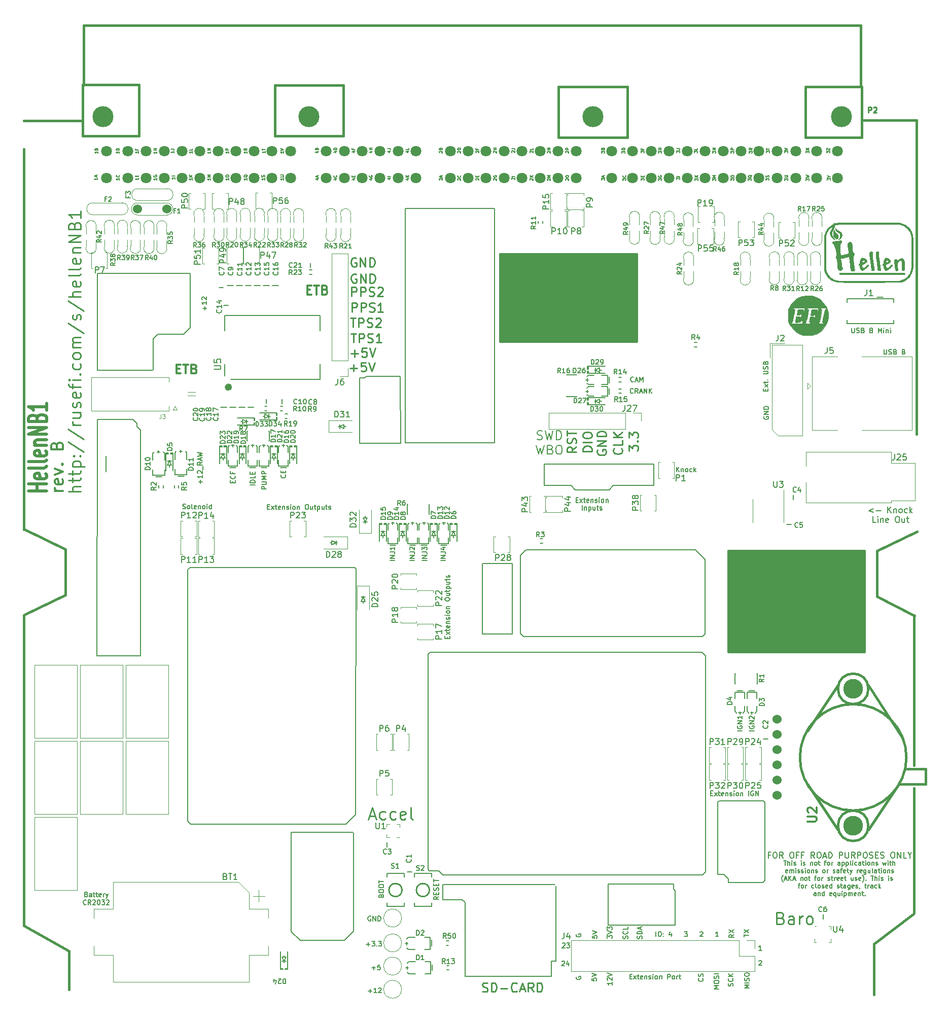
<source format=gto>
G04 #@! TF.GenerationSoftware,KiCad,Pcbnew,(5.99.0-10559-g8513ca974c)*
G04 #@! TF.CreationDate,2021-11-29T17:43:12+02:00*
G04 #@! TF.ProjectId,hellen64_NB1,68656c6c-656e-4363-945f-4e42312e6b69,b*
G04 #@! TF.SameCoordinates,PX141ef50PYa2cc1bc*
G04 #@! TF.FileFunction,Legend,Top*
G04 #@! TF.FilePolarity,Positive*
%FSLAX46Y46*%
G04 Gerber Fmt 4.6, Leading zero omitted, Abs format (unit mm)*
G04 Created by KiCad (PCBNEW (5.99.0-10559-g8513ca974c)) date 2021-11-29 17:43:12*
%MOMM*%
%LPD*%
G01*
G04 APERTURE LIST*
%ADD10C,0.381000*%
%ADD11C,0.250000*%
%ADD12C,0.170000*%
%ADD13C,0.127000*%
%ADD14C,0.300000*%
%ADD15C,0.375000*%
%ADD16C,0.150000*%
%ADD17C,0.500000*%
%ADD18C,0.200000*%
%ADD19C,0.180000*%
%ADD20C,0.222250*%
%ADD21C,0.304800*%
%ADD22C,0.120000*%
%ADD23C,0.203200*%
%ADD24C,0.002540*%
%ADD25C,0.099060*%
%ADD26C,0.254000*%
%ADD27C,0.616000*%
%ADD28C,3.500120*%
%ADD29C,1.800000*%
%ADD30C,3.302000*%
%ADD31C,1.524000*%
G04 APERTURE END LIST*
D10*
X151162640Y94800000D02*
X151162640Y147005340D01*
X2151680Y147130340D02*
X11662640Y147130340D01*
X9112360Y67975000D02*
X9112360Y75575000D01*
X144537640Y75325000D02*
X144537640Y67725000D01*
X144087640Y9705340D02*
X150687640Y14705340D01*
X151162640Y147255340D02*
X142175000Y147255340D01*
X151237640Y78525000D02*
X144537640Y75325000D01*
D11*
X104507464Y124959870D02*
X81607464Y124959870D01*
X81607464Y124959870D02*
X81607464Y110209870D01*
X81607464Y110209870D02*
X104507464Y110209870D01*
X104507464Y110209870D02*
X104507464Y124959870D01*
G36*
X104507464Y124959870D02*
G01*
X81607464Y124959870D01*
X81607464Y110209870D01*
X104507464Y110209870D01*
X104507464Y124959870D01*
G37*
X142576680Y75430340D02*
X119676680Y75430340D01*
X119676680Y75430340D02*
X119676680Y58430340D01*
X119676680Y58430340D02*
X142576680Y58430340D01*
X142576680Y58430340D02*
X142576680Y75430340D01*
G36*
X142576680Y75430340D02*
G01*
X119676680Y75430340D01*
X119676680Y58430340D01*
X142576680Y58430340D01*
X142576680Y75430340D01*
G37*
D10*
X9701680Y2105340D02*
X9662640Y8305340D01*
X2162640Y78905340D02*
X2162640Y142355340D01*
X144537640Y67725000D02*
X150837640Y64525000D01*
X144101680Y1212400D02*
X144101680Y9755340D01*
X9662640Y8500000D02*
X2162640Y12800000D01*
X9112360Y75575000D02*
X2175000Y78975000D01*
X2412360Y64775000D02*
X9112360Y67975000D01*
X150762640Y39512400D02*
X150762640Y64605340D01*
X2162640Y12805340D02*
X2162640Y64605340D01*
X150762640Y14905340D02*
X150762640Y35712400D01*
D12*
X71413584Y17618436D02*
X71032632Y17351769D01*
X71413584Y17161293D02*
X70613584Y17161293D01*
X70613584Y17466055D01*
X70651680Y17542245D01*
X70689775Y17580340D01*
X70765965Y17618436D01*
X70880251Y17618436D01*
X70956441Y17580340D01*
X70994537Y17542245D01*
X71032632Y17466055D01*
X71032632Y17161293D01*
X70994537Y17961293D02*
X70994537Y18227960D01*
X71413584Y18342245D02*
X71413584Y17961293D01*
X70613584Y17961293D01*
X70613584Y18342245D01*
X71375489Y18647007D02*
X71413584Y18761293D01*
X71413584Y18951769D01*
X71375489Y19027960D01*
X71337394Y19066055D01*
X71261203Y19104150D01*
X71185013Y19104150D01*
X71108822Y19066055D01*
X71070727Y19027960D01*
X71032632Y18951769D01*
X70994537Y18799388D01*
X70956441Y18723198D01*
X70918346Y18685102D01*
X70842156Y18647007D01*
X70765965Y18647007D01*
X70689775Y18685102D01*
X70651680Y18723198D01*
X70613584Y18799388D01*
X70613584Y18989864D01*
X70651680Y19104150D01*
X70994537Y19447007D02*
X70994537Y19713674D01*
X71413584Y19827960D02*
X71413584Y19447007D01*
X70613584Y19447007D01*
X70613584Y19827960D01*
X70613584Y20056531D02*
X70613584Y20513674D01*
X71413584Y20285102D02*
X70613584Y20285102D01*
D13*
X120180809Y141748667D02*
X120180809Y142063143D01*
X120374333Y141893810D01*
X120374333Y141966381D01*
X120398523Y142014762D01*
X120422714Y142038953D01*
X120471095Y142063143D01*
X120592047Y142063143D01*
X120640428Y142038953D01*
X120664619Y142014762D01*
X120688809Y141966381D01*
X120688809Y141821239D01*
X120664619Y141772858D01*
X120640428Y141748667D01*
X120688809Y142280858D02*
X120180809Y142280858D01*
X120180809Y142474381D01*
X120205000Y142522762D01*
X120229190Y142546953D01*
X120277571Y142571143D01*
X120350142Y142571143D01*
X120398523Y142546953D01*
X120422714Y142522762D01*
X120446904Y142474381D01*
X120446904Y142280858D01*
D12*
X60240965Y5698198D02*
X60850489Y5698198D01*
X60545727Y5393436D02*
X60545727Y6002960D01*
X61612394Y6193436D02*
X61231441Y6193436D01*
X61193346Y5812483D01*
X61231441Y5850579D01*
X61307632Y5888674D01*
X61498108Y5888674D01*
X61574299Y5850579D01*
X61612394Y5812483D01*
X61650489Y5736293D01*
X61650489Y5545817D01*
X61612394Y5469626D01*
X61574299Y5431531D01*
X61498108Y5393436D01*
X61307632Y5393436D01*
X61231441Y5431531D01*
X61193346Y5469626D01*
D13*
X105194809Y137200858D02*
X105194809Y137515334D01*
X105388333Y137346000D01*
X105388333Y137418572D01*
X105412523Y137466953D01*
X105436714Y137491143D01*
X105485095Y137515334D01*
X105606047Y137515334D01*
X105654428Y137491143D01*
X105678619Y137466953D01*
X105702809Y137418572D01*
X105702809Y137273429D01*
X105678619Y137225048D01*
X105654428Y137200858D01*
X105436714Y137733048D02*
X105436714Y137902381D01*
X105702809Y137974953D02*
X105702809Y137733048D01*
X105194809Y137733048D01*
X105194809Y137974953D01*
X27258809Y142046620D02*
X27258809Y141756334D01*
X27258809Y141901477D02*
X26750809Y141901477D01*
X26823380Y141853096D01*
X26871761Y141804715D01*
X26895952Y141756334D01*
X26750809Y142409477D02*
X27113666Y142409477D01*
X27186238Y142385286D01*
X27234619Y142336905D01*
X27258809Y142264334D01*
X27258809Y142215953D01*
D12*
X103949999Y103626686D02*
X103911903Y103588591D01*
X103797618Y103550496D01*
X103721427Y103550496D01*
X103607141Y103588591D01*
X103530951Y103664781D01*
X103492856Y103740972D01*
X103454760Y103893353D01*
X103454760Y104007639D01*
X103492856Y104160020D01*
X103530951Y104236210D01*
X103607141Y104312400D01*
X103721427Y104350496D01*
X103797618Y104350496D01*
X103911903Y104312400D01*
X103949999Y104274305D01*
X104254760Y103779067D02*
X104635713Y103779067D01*
X104178570Y103550496D02*
X104445237Y104350496D01*
X104711903Y103550496D01*
X104978570Y103550496D02*
X104978570Y104350496D01*
X105245237Y103779067D01*
X105511903Y104350496D01*
X105511903Y103550496D01*
X120664284Y11270520D02*
X120283332Y11003853D01*
X120664284Y10813377D02*
X119864284Y10813377D01*
X119864284Y11118139D01*
X119902380Y11194329D01*
X119940475Y11232424D01*
X120016665Y11270520D01*
X120130951Y11270520D01*
X120207141Y11232424D01*
X120245237Y11194329D01*
X120283332Y11118139D01*
X120283332Y10813377D01*
X119864284Y11537186D02*
X120664284Y12070520D01*
X119864284Y12070520D02*
X120664284Y11537186D01*
D13*
X45546809Y137529048D02*
X45546809Y137238762D01*
X45546809Y137383905D02*
X45038809Y137383905D01*
X45111380Y137335524D01*
X45159761Y137287143D01*
X45183952Y137238762D01*
X45038809Y137746762D02*
X45450047Y137746762D01*
X45498428Y137770953D01*
X45522619Y137795143D01*
X45546809Y137843524D01*
X45546809Y137940286D01*
X45522619Y137988667D01*
X45498428Y138012858D01*
X45450047Y138037048D01*
X45038809Y138037048D01*
D11*
X56880251Y117851769D02*
X56880251Y119351769D01*
X57451680Y119351769D01*
X57594537Y119280340D01*
X57665965Y119208912D01*
X57737394Y119066055D01*
X57737394Y118851769D01*
X57665965Y118708912D01*
X57594537Y118637483D01*
X57451680Y118566055D01*
X56880251Y118566055D01*
X58380251Y117851769D02*
X58380251Y119351769D01*
X58951680Y119351769D01*
X59094537Y119280340D01*
X59165965Y119208912D01*
X59237394Y119066055D01*
X59237394Y118851769D01*
X59165965Y118708912D01*
X59094537Y118637483D01*
X58951680Y118566055D01*
X58380251Y118566055D01*
X59808822Y117923198D02*
X60023108Y117851769D01*
X60380251Y117851769D01*
X60523108Y117923198D01*
X60594537Y117994626D01*
X60665965Y118137483D01*
X60665965Y118280340D01*
X60594537Y118423198D01*
X60523108Y118494626D01*
X60380251Y118566055D01*
X60094537Y118637483D01*
X59951680Y118708912D01*
X59880251Y118780340D01*
X59808822Y118923198D01*
X59808822Y119066055D01*
X59880251Y119208912D01*
X59951680Y119280340D01*
X60094537Y119351769D01*
X60451680Y119351769D01*
X60665965Y119280340D01*
X61237394Y119208912D02*
X61308822Y119280340D01*
X61451680Y119351769D01*
X61808822Y119351769D01*
X61951680Y119280340D01*
X62023108Y119208912D01*
X62094537Y119066055D01*
X62094537Y118923198D01*
X62023108Y118708912D01*
X61165965Y117851769D01*
X62094537Y117851769D01*
D12*
X145762394Y108943436D02*
X145762394Y108295817D01*
X145800489Y108219626D01*
X145838584Y108181531D01*
X145914775Y108143436D01*
X146067156Y108143436D01*
X146143346Y108181531D01*
X146181441Y108219626D01*
X146219537Y108295817D01*
X146219537Y108943436D01*
X146562394Y108181531D02*
X146676680Y108143436D01*
X146867156Y108143436D01*
X146943346Y108181531D01*
X146981441Y108219626D01*
X147019537Y108295817D01*
X147019537Y108372007D01*
X146981441Y108448198D01*
X146943346Y108486293D01*
X146867156Y108524388D01*
X146714775Y108562483D01*
X146638584Y108600579D01*
X146600489Y108638674D01*
X146562394Y108714864D01*
X146562394Y108791055D01*
X146600489Y108867245D01*
X146638584Y108905340D01*
X146714775Y108943436D01*
X146905251Y108943436D01*
X147019537Y108905340D01*
X147629060Y108562483D02*
X147743346Y108524388D01*
X147781441Y108486293D01*
X147819537Y108410102D01*
X147819537Y108295817D01*
X147781441Y108219626D01*
X147743346Y108181531D01*
X147667156Y108143436D01*
X147362394Y108143436D01*
X147362394Y108943436D01*
X147629060Y108943436D01*
X147705251Y108905340D01*
X147743346Y108867245D01*
X147781441Y108791055D01*
X147781441Y108714864D01*
X147743346Y108638674D01*
X147705251Y108600579D01*
X147629060Y108562483D01*
X147362394Y108562483D01*
X149038584Y108562483D02*
X149152870Y108524388D01*
X149190965Y108486293D01*
X149229060Y108410102D01*
X149229060Y108295817D01*
X149190965Y108219626D01*
X149152870Y108181531D01*
X149076680Y108143436D01*
X148771918Y108143436D01*
X148771918Y108943436D01*
X149038584Y108943436D01*
X149114775Y108905340D01*
X149152870Y108867245D01*
X149190965Y108791055D01*
X149190965Y108714864D01*
X149152870Y108638674D01*
X149114775Y108600579D01*
X149038584Y108562483D01*
X148771918Y108562483D01*
D13*
X42498809Y142046620D02*
X42498809Y141756334D01*
X42498809Y141901477D02*
X41990809Y141901477D01*
X42063380Y141853096D01*
X42111761Y141804715D01*
X42135952Y141756334D01*
X41990809Y142191762D02*
X41990809Y142482048D01*
X42498809Y142336905D02*
X41990809Y142336905D01*
X136182809Y141760762D02*
X136182809Y142075239D01*
X136376333Y141905905D01*
X136376333Y141978477D01*
X136400523Y142026858D01*
X136424714Y142051048D01*
X136473095Y142075239D01*
X136594047Y142075239D01*
X136642428Y142051048D01*
X136666619Y142026858D01*
X136690809Y141978477D01*
X136690809Y141833334D01*
X136666619Y141784953D01*
X136642428Y141760762D01*
X136182809Y142244572D02*
X136182809Y142583239D01*
X136690809Y142244572D01*
X136690809Y142583239D01*
D14*
X8704761Y85300000D02*
X7371428Y85300000D01*
X7752380Y85300000D02*
X7561904Y85395239D01*
X7466666Y85490477D01*
X7371428Y85680953D01*
X7371428Y85871429D01*
X8609523Y87300000D02*
X8704761Y87109524D01*
X8704761Y86728572D01*
X8609523Y86538096D01*
X8419047Y86442858D01*
X7657142Y86442858D01*
X7466666Y86538096D01*
X7371428Y86728572D01*
X7371428Y87109524D01*
X7466666Y87300000D01*
X7657142Y87395239D01*
X7847619Y87395239D01*
X8038095Y86442858D01*
X7371428Y88061905D02*
X8704761Y88538096D01*
X7371428Y89014286D01*
X8514285Y89776191D02*
X8609523Y89871429D01*
X8704761Y89776191D01*
X8609523Y89680953D01*
X8514285Y89776191D01*
X8704761Y89776191D01*
X7657142Y92919048D02*
X7752380Y93204762D01*
X7847619Y93300000D01*
X8038095Y93395239D01*
X8323809Y93395239D01*
X8514285Y93300000D01*
X8609523Y93204762D01*
X8704761Y93014286D01*
X8704761Y92252381D01*
X6704761Y92252381D01*
X6704761Y92919048D01*
X6800000Y93109524D01*
X6895238Y93204762D01*
X7085714Y93300000D01*
X7276190Y93300000D01*
X7466666Y93204762D01*
X7561904Y93109524D01*
X7657142Y92919048D01*
X7657142Y92252381D01*
D12*
X122364284Y10899091D02*
X122364284Y11356234D01*
X123164284Y11127662D02*
X122364284Y11127662D01*
X122364284Y11546710D02*
X123164284Y12080043D01*
X122364284Y12080043D02*
X123164284Y11546710D01*
D15*
X49458822Y118912483D02*
X49958822Y118912483D01*
X50173108Y118126769D02*
X49458822Y118126769D01*
X49458822Y119626769D01*
X50173108Y119626769D01*
X50601680Y119626769D02*
X51458822Y119626769D01*
X51030251Y118126769D02*
X51030251Y119626769D01*
X52458822Y118912483D02*
X52673108Y118841055D01*
X52744537Y118769626D01*
X52815965Y118626769D01*
X52815965Y118412483D01*
X52744537Y118269626D01*
X52673108Y118198198D01*
X52530251Y118126769D01*
X51958822Y118126769D01*
X51958822Y119626769D01*
X52458822Y119626769D01*
X52601680Y119555340D01*
X52673108Y119483912D01*
X52744537Y119341055D01*
X52744537Y119198198D01*
X52673108Y119055340D01*
X52601680Y118983912D01*
X52458822Y118912483D01*
X51958822Y118912483D01*
D12*
X123264284Y2313377D02*
X122464284Y2313377D01*
X123035713Y2580043D01*
X122464284Y2846710D01*
X123264284Y2846710D01*
X123264284Y3227662D02*
X122464284Y3227662D01*
X123226189Y3570520D02*
X123264284Y3684805D01*
X123264284Y3875281D01*
X123226189Y3951472D01*
X123188094Y3989567D01*
X123111903Y4027662D01*
X123035713Y4027662D01*
X122959522Y3989567D01*
X122921427Y3951472D01*
X122883332Y3875281D01*
X122845237Y3722900D01*
X122807141Y3646710D01*
X122769046Y3608615D01*
X122692856Y3570520D01*
X122616665Y3570520D01*
X122540475Y3608615D01*
X122502380Y3646710D01*
X122464284Y3722900D01*
X122464284Y3913377D01*
X122502380Y4027662D01*
X122464284Y4522900D02*
X122464284Y4675281D01*
X122502380Y4751472D01*
X122578570Y4827662D01*
X122730951Y4865758D01*
X122997618Y4865758D01*
X123149999Y4827662D01*
X123226189Y4751472D01*
X123264284Y4675281D01*
X123264284Y4522900D01*
X123226189Y4446710D01*
X123149999Y4370520D01*
X122997618Y4332424D01*
X122730951Y4332424D01*
X122578570Y4370520D01*
X122502380Y4446710D01*
X122464284Y4522900D01*
X72564284Y73713377D02*
X71764284Y73713377D01*
X72564284Y74094329D02*
X71764284Y74094329D01*
X72564284Y74551472D01*
X71764284Y74551472D01*
X71764284Y75160996D02*
X72335713Y75160996D01*
X72449999Y75122900D01*
X72526189Y75046710D01*
X72564284Y74932424D01*
X72564284Y74856234D01*
X72030951Y75884805D02*
X72564284Y75884805D01*
X71726189Y75694329D02*
X72297618Y75503853D01*
X72297618Y75999091D01*
D11*
X78724894Y1798198D02*
X78939180Y1726769D01*
X79296322Y1726769D01*
X79439180Y1798198D01*
X79510608Y1869626D01*
X79582037Y2012483D01*
X79582037Y2155340D01*
X79510608Y2298198D01*
X79439180Y2369626D01*
X79296322Y2441055D01*
X79010608Y2512483D01*
X78867751Y2583912D01*
X78796322Y2655340D01*
X78724894Y2798198D01*
X78724894Y2941055D01*
X78796322Y3083912D01*
X78867751Y3155340D01*
X79010608Y3226769D01*
X79367751Y3226769D01*
X79582037Y3155340D01*
X80224894Y1726769D02*
X80224894Y3226769D01*
X80582037Y3226769D01*
X80796322Y3155340D01*
X80939180Y3012483D01*
X81010608Y2869626D01*
X81082037Y2583912D01*
X81082037Y2369626D01*
X81010608Y2083912D01*
X80939180Y1941055D01*
X80796322Y1798198D01*
X80582037Y1726769D01*
X80224894Y1726769D01*
X81724894Y2298198D02*
X82867751Y2298198D01*
X84439180Y1869626D02*
X84367751Y1798198D01*
X84153465Y1726769D01*
X84010608Y1726769D01*
X83796322Y1798198D01*
X83653465Y1941055D01*
X83582037Y2083912D01*
X83510608Y2369626D01*
X83510608Y2583912D01*
X83582037Y2869626D01*
X83653465Y3012483D01*
X83796322Y3155340D01*
X84010608Y3226769D01*
X84153465Y3226769D01*
X84367751Y3155340D01*
X84439180Y3083912D01*
X85010608Y2155340D02*
X85724894Y2155340D01*
X84867751Y1726769D02*
X85367751Y3226769D01*
X85867751Y1726769D01*
X87224894Y1726769D02*
X86724894Y2441055D01*
X86367751Y1726769D02*
X86367751Y3226769D01*
X86939180Y3226769D01*
X87082037Y3155340D01*
X87153465Y3083912D01*
X87224894Y2941055D01*
X87224894Y2726769D01*
X87153465Y2583912D01*
X87082037Y2512483D01*
X86939180Y2441055D01*
X86367751Y2441055D01*
X87867751Y1726769D02*
X87867751Y3226769D01*
X88224894Y3226769D01*
X88439180Y3155340D01*
X88582037Y3012483D01*
X88653465Y2869626D01*
X88724894Y2583912D01*
X88724894Y2369626D01*
X88653465Y2083912D01*
X88582037Y1941055D01*
X88439180Y1798198D01*
X88224894Y1726769D01*
X87867751Y1726769D01*
D13*
X98590809Y137212953D02*
X98590809Y137527429D01*
X98784333Y137358096D01*
X98784333Y137430667D01*
X98808523Y137479048D01*
X98832714Y137503239D01*
X98881095Y137527429D01*
X99002047Y137527429D01*
X99050428Y137503239D01*
X99074619Y137479048D01*
X99098809Y137430667D01*
X99098809Y137285524D01*
X99074619Y137237143D01*
X99050428Y137212953D01*
X98953666Y137720953D02*
X98953666Y137962858D01*
X99098809Y137672572D02*
X98590809Y137841905D01*
X99098809Y138011239D01*
X105194809Y141784953D02*
X105194809Y142099429D01*
X105388333Y141930096D01*
X105388333Y142002667D01*
X105412523Y142051048D01*
X105436714Y142075239D01*
X105485095Y142099429D01*
X105606047Y142099429D01*
X105654428Y142075239D01*
X105678619Y142051048D01*
X105702809Y142002667D01*
X105702809Y141857524D01*
X105678619Y141809143D01*
X105654428Y141784953D01*
X105436714Y142486477D02*
X105436714Y142317143D01*
X105702809Y142317143D02*
X105194809Y142317143D01*
X105194809Y142559048D01*
X123101809Y137164572D02*
X123101809Y137479048D01*
X123295333Y137309715D01*
X123295333Y137382286D01*
X123319523Y137430667D01*
X123343714Y137454858D01*
X123392095Y137479048D01*
X123513047Y137479048D01*
X123561428Y137454858D01*
X123585619Y137430667D01*
X123609809Y137382286D01*
X123609809Y137237143D01*
X123585619Y137188762D01*
X123561428Y137164572D01*
X123658190Y138035429D02*
X123634000Y137987048D01*
X123585619Y137938667D01*
X123513047Y137866096D01*
X123488857Y137817715D01*
X123488857Y137769334D01*
X123609809Y137793524D02*
X123585619Y137745143D01*
X123537238Y137696762D01*
X123440476Y137672572D01*
X123271142Y137672572D01*
X123174380Y137696762D01*
X123126000Y137745143D01*
X123101809Y137793524D01*
X123101809Y137890286D01*
X123126000Y137938667D01*
X123174380Y137987048D01*
X123271142Y138011239D01*
X123440476Y138011239D01*
X123537238Y137987048D01*
X123585619Y137938667D01*
X123609809Y137890286D01*
X123609809Y137793524D01*
X114211809Y137176667D02*
X114211809Y137491143D01*
X114405333Y137321810D01*
X114405333Y137394381D01*
X114429523Y137442762D01*
X114453714Y137466953D01*
X114502095Y137491143D01*
X114623047Y137491143D01*
X114671428Y137466953D01*
X114695619Y137442762D01*
X114719809Y137394381D01*
X114719809Y137249239D01*
X114695619Y137200858D01*
X114671428Y137176667D01*
X114719809Y137708858D02*
X114211809Y137708858D01*
X114719809Y137999143D02*
X114429523Y137781429D01*
X114211809Y137999143D02*
X114502095Y137708858D01*
D16*
X144015476Y82344286D02*
X143253571Y82058572D01*
X144015476Y81772858D01*
X144396428Y82010953D02*
X145253571Y82010953D01*
X146396428Y81677620D02*
X146396428Y82677620D01*
X146967857Y81677620D02*
X146539285Y82249048D01*
X146967857Y82677620D02*
X146396428Y82106191D01*
X147396428Y82344286D02*
X147396428Y81677620D01*
X147396428Y82249048D02*
X147444047Y82296667D01*
X147539285Y82344286D01*
X147682142Y82344286D01*
X147777380Y82296667D01*
X147825000Y82201429D01*
X147825000Y81677620D01*
X148444047Y81677620D02*
X148348809Y81725239D01*
X148301190Y81772858D01*
X148253571Y81868096D01*
X148253571Y82153810D01*
X148301190Y82249048D01*
X148348809Y82296667D01*
X148444047Y82344286D01*
X148586904Y82344286D01*
X148682142Y82296667D01*
X148729761Y82249048D01*
X148777380Y82153810D01*
X148777380Y81868096D01*
X148729761Y81772858D01*
X148682142Y81725239D01*
X148586904Y81677620D01*
X148444047Y81677620D01*
X149634523Y81725239D02*
X149539285Y81677620D01*
X149348809Y81677620D01*
X149253571Y81725239D01*
X149205952Y81772858D01*
X149158333Y81868096D01*
X149158333Y82153810D01*
X149205952Y82249048D01*
X149253571Y82296667D01*
X149348809Y82344286D01*
X149539285Y82344286D01*
X149634523Y82296667D01*
X150063095Y81677620D02*
X150063095Y82677620D01*
X150158333Y82058572D02*
X150444047Y81677620D01*
X150444047Y82344286D02*
X150063095Y81963334D01*
X144372619Y80067620D02*
X143896428Y80067620D01*
X143896428Y81067620D01*
X144705952Y80067620D02*
X144705952Y80734286D01*
X144705952Y81067620D02*
X144658333Y81020000D01*
X144705952Y80972381D01*
X144753571Y81020000D01*
X144705952Y81067620D01*
X144705952Y80972381D01*
X145182142Y80734286D02*
X145182142Y80067620D01*
X145182142Y80639048D02*
X145229761Y80686667D01*
X145325000Y80734286D01*
X145467857Y80734286D01*
X145563095Y80686667D01*
X145610714Y80591429D01*
X145610714Y80067620D01*
X146467857Y80115239D02*
X146372619Y80067620D01*
X146182142Y80067620D01*
X146086904Y80115239D01*
X146039285Y80210477D01*
X146039285Y80591429D01*
X146086904Y80686667D01*
X146182142Y80734286D01*
X146372619Y80734286D01*
X146467857Y80686667D01*
X146515476Y80591429D01*
X146515476Y80496191D01*
X146039285Y80400953D01*
X147896428Y81067620D02*
X148086904Y81067620D01*
X148182142Y81020000D01*
X148277380Y80924762D01*
X148325000Y80734286D01*
X148325000Y80400953D01*
X148277380Y80210477D01*
X148182142Y80115239D01*
X148086904Y80067620D01*
X147896428Y80067620D01*
X147801190Y80115239D01*
X147705952Y80210477D01*
X147658333Y80400953D01*
X147658333Y80734286D01*
X147705952Y80924762D01*
X147801190Y81020000D01*
X147896428Y81067620D01*
X149182142Y80734286D02*
X149182142Y80067620D01*
X148753571Y80734286D02*
X148753571Y80210477D01*
X148801190Y80115239D01*
X148896428Y80067620D01*
X149039285Y80067620D01*
X149134523Y80115239D01*
X149182142Y80162858D01*
X149515476Y80734286D02*
X149896428Y80734286D01*
X149658333Y81067620D02*
X149658333Y80210477D01*
X149705952Y80115239D01*
X149801190Y80067620D01*
X149896428Y80067620D01*
D12*
X42844537Y82662483D02*
X43111203Y82662483D01*
X43225489Y82243436D02*
X42844537Y82243436D01*
X42844537Y83043436D01*
X43225489Y83043436D01*
X43492156Y82243436D02*
X43911203Y82776769D01*
X43492156Y82776769D02*
X43911203Y82243436D01*
X44101680Y82776769D02*
X44406441Y82776769D01*
X44215965Y83043436D02*
X44215965Y82357721D01*
X44254060Y82281531D01*
X44330251Y82243436D01*
X44406441Y82243436D01*
X44977870Y82281531D02*
X44901680Y82243436D01*
X44749299Y82243436D01*
X44673108Y82281531D01*
X44635013Y82357721D01*
X44635013Y82662483D01*
X44673108Y82738674D01*
X44749299Y82776769D01*
X44901680Y82776769D01*
X44977870Y82738674D01*
X45015965Y82662483D01*
X45015965Y82586293D01*
X44635013Y82510102D01*
X45358822Y82776769D02*
X45358822Y82243436D01*
X45358822Y82700579D02*
X45396918Y82738674D01*
X45473108Y82776769D01*
X45587394Y82776769D01*
X45663584Y82738674D01*
X45701680Y82662483D01*
X45701680Y82243436D01*
X46044537Y82281531D02*
X46120727Y82243436D01*
X46273108Y82243436D01*
X46349299Y82281531D01*
X46387394Y82357721D01*
X46387394Y82395817D01*
X46349299Y82472007D01*
X46273108Y82510102D01*
X46158822Y82510102D01*
X46082632Y82548198D01*
X46044537Y82624388D01*
X46044537Y82662483D01*
X46082632Y82738674D01*
X46158822Y82776769D01*
X46273108Y82776769D01*
X46349299Y82738674D01*
X46730251Y82243436D02*
X46730251Y82776769D01*
X46730251Y83043436D02*
X46692156Y83005340D01*
X46730251Y82967245D01*
X46768346Y83005340D01*
X46730251Y83043436D01*
X46730251Y82967245D01*
X47225489Y82243436D02*
X47149299Y82281531D01*
X47111203Y82319626D01*
X47073108Y82395817D01*
X47073108Y82624388D01*
X47111203Y82700579D01*
X47149299Y82738674D01*
X47225489Y82776769D01*
X47339775Y82776769D01*
X47415965Y82738674D01*
X47454060Y82700579D01*
X47492156Y82624388D01*
X47492156Y82395817D01*
X47454060Y82319626D01*
X47415965Y82281531D01*
X47339775Y82243436D01*
X47225489Y82243436D01*
X47835013Y82776769D02*
X47835013Y82243436D01*
X47835013Y82700579D02*
X47873108Y82738674D01*
X47949299Y82776769D01*
X48063584Y82776769D01*
X48139775Y82738674D01*
X48177870Y82662483D01*
X48177870Y82243436D01*
X49320727Y83043436D02*
X49473108Y83043436D01*
X49549299Y83005340D01*
X49625489Y82929150D01*
X49663584Y82776769D01*
X49663584Y82510102D01*
X49625489Y82357721D01*
X49549299Y82281531D01*
X49473108Y82243436D01*
X49320727Y82243436D01*
X49244537Y82281531D01*
X49168346Y82357721D01*
X49130251Y82510102D01*
X49130251Y82776769D01*
X49168346Y82929150D01*
X49244537Y83005340D01*
X49320727Y83043436D01*
X50349299Y82776769D02*
X50349299Y82243436D01*
X50006441Y82776769D02*
X50006441Y82357721D01*
X50044537Y82281531D01*
X50120727Y82243436D01*
X50235013Y82243436D01*
X50311203Y82281531D01*
X50349299Y82319626D01*
X50615965Y82776769D02*
X50920727Y82776769D01*
X50730251Y83043436D02*
X50730251Y82357721D01*
X50768346Y82281531D01*
X50844537Y82243436D01*
X50920727Y82243436D01*
X51187394Y82776769D02*
X51187394Y81976769D01*
X51187394Y82738674D02*
X51263584Y82776769D01*
X51415965Y82776769D01*
X51492156Y82738674D01*
X51530251Y82700579D01*
X51568346Y82624388D01*
X51568346Y82395817D01*
X51530251Y82319626D01*
X51492156Y82281531D01*
X51415965Y82243436D01*
X51263584Y82243436D01*
X51187394Y82281531D01*
X52254060Y82776769D02*
X52254060Y82243436D01*
X51911203Y82776769D02*
X51911203Y82357721D01*
X51949299Y82281531D01*
X52025489Y82243436D01*
X52139775Y82243436D01*
X52215965Y82281531D01*
X52254060Y82319626D01*
X52520727Y82776769D02*
X52825489Y82776769D01*
X52635013Y83043436D02*
X52635013Y82357721D01*
X52673108Y82281531D01*
X52749299Y82243436D01*
X52825489Y82243436D01*
X53054060Y82281531D02*
X53130251Y82243436D01*
X53282632Y82243436D01*
X53358822Y82281531D01*
X53396918Y82357721D01*
X53396918Y82395817D01*
X53358822Y82472007D01*
X53282632Y82510102D01*
X53168346Y82510102D01*
X53092156Y82548198D01*
X53054060Y82624388D01*
X53054060Y82662483D01*
X53092156Y82738674D01*
X53168346Y82776769D01*
X53282632Y82776769D01*
X53358822Y82738674D01*
D13*
X77684190Y141809143D02*
X77660000Y141833334D01*
X77635809Y141881715D01*
X77635809Y142002667D01*
X77660000Y142051048D01*
X77684190Y142075239D01*
X77732571Y142099429D01*
X77780952Y142099429D01*
X77853523Y142075239D01*
X78143809Y141784953D01*
X78143809Y142099429D01*
X77877714Y142486477D02*
X77877714Y142317143D01*
X78143809Y142317143D02*
X77635809Y142317143D01*
X77635809Y142559048D01*
D12*
X72844537Y60698198D02*
X72844537Y60964864D01*
X73263584Y61079150D02*
X73263584Y60698198D01*
X72463584Y60698198D01*
X72463584Y61079150D01*
X73263584Y61345817D02*
X72730251Y61764864D01*
X72730251Y61345817D02*
X73263584Y61764864D01*
X72730251Y61955340D02*
X72730251Y62260102D01*
X72463584Y62069626D02*
X73149299Y62069626D01*
X73225489Y62107721D01*
X73263584Y62183912D01*
X73263584Y62260102D01*
X73225489Y62831531D02*
X73263584Y62755340D01*
X73263584Y62602960D01*
X73225489Y62526769D01*
X73149299Y62488674D01*
X72844537Y62488674D01*
X72768346Y62526769D01*
X72730251Y62602960D01*
X72730251Y62755340D01*
X72768346Y62831531D01*
X72844537Y62869626D01*
X72920727Y62869626D01*
X72996918Y62488674D01*
X72730251Y63212483D02*
X73263584Y63212483D01*
X72806441Y63212483D02*
X72768346Y63250579D01*
X72730251Y63326769D01*
X72730251Y63441055D01*
X72768346Y63517245D01*
X72844537Y63555340D01*
X73263584Y63555340D01*
X73225489Y63898198D02*
X73263584Y63974388D01*
X73263584Y64126769D01*
X73225489Y64202960D01*
X73149299Y64241055D01*
X73111203Y64241055D01*
X73035013Y64202960D01*
X72996918Y64126769D01*
X72996918Y64012483D01*
X72958822Y63936293D01*
X72882632Y63898198D01*
X72844537Y63898198D01*
X72768346Y63936293D01*
X72730251Y64012483D01*
X72730251Y64126769D01*
X72768346Y64202960D01*
X73263584Y64583912D02*
X72730251Y64583912D01*
X72463584Y64583912D02*
X72501680Y64545817D01*
X72539775Y64583912D01*
X72501680Y64622007D01*
X72463584Y64583912D01*
X72539775Y64583912D01*
X73263584Y65079150D02*
X73225489Y65002960D01*
X73187394Y64964864D01*
X73111203Y64926769D01*
X72882632Y64926769D01*
X72806441Y64964864D01*
X72768346Y65002960D01*
X72730251Y65079150D01*
X72730251Y65193436D01*
X72768346Y65269626D01*
X72806441Y65307721D01*
X72882632Y65345817D01*
X73111203Y65345817D01*
X73187394Y65307721D01*
X73225489Y65269626D01*
X73263584Y65193436D01*
X73263584Y65079150D01*
X72730251Y65688674D02*
X73263584Y65688674D01*
X72806441Y65688674D02*
X72768346Y65726769D01*
X72730251Y65802960D01*
X72730251Y65917245D01*
X72768346Y65993436D01*
X72844537Y66031531D01*
X73263584Y66031531D01*
X72463584Y67174388D02*
X72463584Y67326769D01*
X72501680Y67402960D01*
X72577870Y67479150D01*
X72730251Y67517245D01*
X72996918Y67517245D01*
X73149299Y67479150D01*
X73225489Y67402960D01*
X73263584Y67326769D01*
X73263584Y67174388D01*
X73225489Y67098198D01*
X73149299Y67022007D01*
X72996918Y66983912D01*
X72730251Y66983912D01*
X72577870Y67022007D01*
X72501680Y67098198D01*
X72463584Y67174388D01*
X72730251Y68202960D02*
X73263584Y68202960D01*
X72730251Y67860102D02*
X73149299Y67860102D01*
X73225489Y67898198D01*
X73263584Y67974388D01*
X73263584Y68088674D01*
X73225489Y68164864D01*
X73187394Y68202960D01*
X72730251Y68469626D02*
X72730251Y68774388D01*
X72463584Y68583912D02*
X73149299Y68583912D01*
X73225489Y68622007D01*
X73263584Y68698198D01*
X73263584Y68774388D01*
X72730251Y69041055D02*
X73530251Y69041055D01*
X72768346Y69041055D02*
X72730251Y69117245D01*
X72730251Y69269626D01*
X72768346Y69345817D01*
X72806441Y69383912D01*
X72882632Y69422007D01*
X73111203Y69422007D01*
X73187394Y69383912D01*
X73225489Y69345817D01*
X73263584Y69269626D01*
X73263584Y69117245D01*
X73225489Y69041055D01*
X72730251Y70107721D02*
X73263584Y70107721D01*
X72730251Y69764864D02*
X73149299Y69764864D01*
X73225489Y69802960D01*
X73263584Y69879150D01*
X73263584Y69993436D01*
X73225489Y70069626D01*
X73187394Y70107721D01*
X72730251Y70374388D02*
X72730251Y70679150D01*
X72463584Y70488674D02*
X73149299Y70488674D01*
X73225489Y70526769D01*
X73263584Y70602960D01*
X73263584Y70679150D01*
X73225489Y70907721D02*
X73263584Y70983912D01*
X73263584Y71136293D01*
X73225489Y71212483D01*
X73149299Y71250579D01*
X73111203Y71250579D01*
X73035013Y71212483D01*
X72996918Y71136293D01*
X72996918Y71022007D01*
X72958822Y70945817D01*
X72882632Y70907721D01*
X72844537Y70907721D01*
X72768346Y70945817D01*
X72730251Y71022007D01*
X72730251Y71136293D01*
X72768346Y71212483D01*
X115488094Y3970520D02*
X115526189Y3932424D01*
X115564284Y3818139D01*
X115564284Y3741948D01*
X115526189Y3627662D01*
X115449999Y3551472D01*
X115373808Y3513377D01*
X115221427Y3475281D01*
X115107141Y3475281D01*
X114954760Y3513377D01*
X114878570Y3551472D01*
X114802380Y3627662D01*
X114764284Y3741948D01*
X114764284Y3818139D01*
X114802380Y3932424D01*
X114840475Y3970520D01*
X115526189Y4275281D02*
X115564284Y4389567D01*
X115564284Y4580043D01*
X115526189Y4656234D01*
X115488094Y4694329D01*
X115411903Y4732424D01*
X115335713Y4732424D01*
X115259522Y4694329D01*
X115221427Y4656234D01*
X115183332Y4580043D01*
X115145237Y4427662D01*
X115107141Y4351472D01*
X115069046Y4313377D01*
X114992856Y4275281D01*
X114916665Y4275281D01*
X114840475Y4313377D01*
X114802380Y4351472D01*
X114764284Y4427662D01*
X114764284Y4618139D01*
X114802380Y4732424D01*
D11*
X56798108Y108273198D02*
X57940965Y108273198D01*
X57369537Y107701769D02*
X57369537Y108844626D01*
X59369537Y109201769D02*
X58655251Y109201769D01*
X58583822Y108487483D01*
X58655251Y108558912D01*
X58798108Y108630340D01*
X59155251Y108630340D01*
X59298108Y108558912D01*
X59369537Y108487483D01*
X59440965Y108344626D01*
X59440965Y107987483D01*
X59369537Y107844626D01*
X59298108Y107773198D01*
X59155251Y107701769D01*
X58798108Y107701769D01*
X58655251Y107773198D01*
X58583822Y107844626D01*
X59869537Y109201769D02*
X60369537Y107701769D01*
X60869537Y109201769D01*
D12*
X111101680Y88543436D02*
X111101680Y89343436D01*
X111558822Y88543436D02*
X111215965Y89000579D01*
X111558822Y89343436D02*
X111101680Y88886293D01*
X111901680Y89076769D02*
X111901680Y88543436D01*
X111901680Y89000579D02*
X111939775Y89038674D01*
X112015965Y89076769D01*
X112130251Y89076769D01*
X112206441Y89038674D01*
X112244537Y88962483D01*
X112244537Y88543436D01*
X112739775Y88543436D02*
X112663584Y88581531D01*
X112625489Y88619626D01*
X112587394Y88695817D01*
X112587394Y88924388D01*
X112625489Y89000579D01*
X112663584Y89038674D01*
X112739775Y89076769D01*
X112854060Y89076769D01*
X112930251Y89038674D01*
X112968346Y89000579D01*
X113006441Y88924388D01*
X113006441Y88695817D01*
X112968346Y88619626D01*
X112930251Y88581531D01*
X112854060Y88543436D01*
X112739775Y88543436D01*
X113692156Y88581531D02*
X113615965Y88543436D01*
X113463584Y88543436D01*
X113387394Y88581531D01*
X113349299Y88619626D01*
X113311203Y88695817D01*
X113311203Y88924388D01*
X113349299Y89000579D01*
X113387394Y89038674D01*
X113463584Y89076769D01*
X113615965Y89076769D01*
X113692156Y89038674D01*
X114035013Y88543436D02*
X114035013Y89343436D01*
X114111203Y88848198D02*
X114339775Y88543436D01*
X114339775Y89076769D02*
X114035013Y88772007D01*
X40764284Y86326686D02*
X39964284Y86326686D01*
X40764284Y86707639D02*
X39964284Y86707639D01*
X39964284Y86898115D01*
X40002380Y87012400D01*
X40078570Y87088591D01*
X40154760Y87126686D01*
X40307141Y87164781D01*
X40421427Y87164781D01*
X40573808Y87126686D01*
X40649999Y87088591D01*
X40726189Y87012400D01*
X40764284Y86898115D01*
X40764284Y86707639D01*
X40764284Y87888591D02*
X40764284Y87507639D01*
X39964284Y87507639D01*
X40345237Y88155258D02*
X40345237Y88421924D01*
X40764284Y88536210D02*
X40764284Y88155258D01*
X39964284Y88155258D01*
X39964284Y88536210D01*
D13*
X126149809Y141809143D02*
X126149809Y142123620D01*
X126343333Y141954286D01*
X126343333Y142026858D01*
X126367523Y142075239D01*
X126391714Y142099429D01*
X126440095Y142123620D01*
X126561047Y142123620D01*
X126609428Y142099429D01*
X126633619Y142075239D01*
X126657809Y142026858D01*
X126657809Y141881715D01*
X126633619Y141833334D01*
X126609428Y141809143D01*
X126149809Y142268762D02*
X126149809Y142559048D01*
X126657809Y142413905D02*
X126149809Y142413905D01*
X66116142Y142063143D02*
X66454809Y142063143D01*
X65922619Y141942191D02*
X66285476Y141821239D01*
X66285476Y142135715D01*
X66454809Y142571143D02*
X66454809Y142329239D01*
X65946809Y142329239D01*
X30306809Y142034524D02*
X30306809Y141744239D01*
X30306809Y141889381D02*
X29798809Y141889381D01*
X29871380Y141841000D01*
X29919761Y141792620D01*
X29943952Y141744239D01*
X30306809Y142494143D02*
X30306809Y142252239D01*
X29798809Y142252239D01*
D12*
X64064284Y73713377D02*
X63264284Y73713377D01*
X64064284Y74094329D02*
X63264284Y74094329D01*
X64064284Y74551472D01*
X63264284Y74551472D01*
X63264284Y75160996D02*
X63835713Y75160996D01*
X63949999Y75122900D01*
X64026189Y75046710D01*
X64064284Y74932424D01*
X64064284Y74856234D01*
X64064284Y75960996D02*
X64064284Y75503853D01*
X64064284Y75732424D02*
X63264284Y75732424D01*
X63378570Y75656234D01*
X63454760Y75580043D01*
X63492856Y75503853D01*
X69464284Y73713377D02*
X68664284Y73713377D01*
X69464284Y74094329D02*
X68664284Y74094329D01*
X69464284Y74551472D01*
X68664284Y74551472D01*
X68664284Y75160996D02*
X69235713Y75160996D01*
X69349999Y75122900D01*
X69426189Y75046710D01*
X69464284Y74932424D01*
X69464284Y74856234D01*
X68664284Y75465758D02*
X68664284Y75960996D01*
X68969046Y75694329D01*
X68969046Y75808615D01*
X69007141Y75884805D01*
X69045237Y75922900D01*
X69121427Y75960996D01*
X69311903Y75960996D01*
X69388094Y75922900D01*
X69426189Y75884805D01*
X69464284Y75808615D01*
X69464284Y75580043D01*
X69426189Y75503853D01*
X69388094Y75465758D01*
X125322403Y8650496D02*
X124865260Y8650496D01*
X125093832Y8650496D02*
X125093832Y9450496D01*
X125017641Y9336210D01*
X124941451Y9260020D01*
X124865260Y9221924D01*
D13*
X111163809Y141809143D02*
X111163809Y142123620D01*
X111357333Y141954286D01*
X111357333Y142026858D01*
X111381523Y142075239D01*
X111405714Y142099429D01*
X111454095Y142123620D01*
X111575047Y142123620D01*
X111623428Y142099429D01*
X111647619Y142075239D01*
X111671809Y142026858D01*
X111671809Y141881715D01*
X111647619Y141833334D01*
X111623428Y141809143D01*
X111163809Y142486477D02*
X111526666Y142486477D01*
X111599238Y142462286D01*
X111647619Y142413905D01*
X111671809Y142341334D01*
X111671809Y142292953D01*
D12*
X12594537Y17981483D02*
X12708822Y17943388D01*
X12746918Y17905293D01*
X12785013Y17829102D01*
X12785013Y17714817D01*
X12746918Y17638626D01*
X12708822Y17600531D01*
X12632632Y17562436D01*
X12327870Y17562436D01*
X12327870Y18362436D01*
X12594537Y18362436D01*
X12670727Y18324340D01*
X12708822Y18286245D01*
X12746918Y18210055D01*
X12746918Y18133864D01*
X12708822Y18057674D01*
X12670727Y18019579D01*
X12594537Y17981483D01*
X12327870Y17981483D01*
X13470727Y17562436D02*
X13470727Y17981483D01*
X13432632Y18057674D01*
X13356441Y18095769D01*
X13204060Y18095769D01*
X13127870Y18057674D01*
X13470727Y17600531D02*
X13394537Y17562436D01*
X13204060Y17562436D01*
X13127870Y17600531D01*
X13089775Y17676721D01*
X13089775Y17752912D01*
X13127870Y17829102D01*
X13204060Y17867198D01*
X13394537Y17867198D01*
X13470727Y17905293D01*
X13737394Y18095769D02*
X14042156Y18095769D01*
X13851680Y18362436D02*
X13851680Y17676721D01*
X13889775Y17600531D01*
X13965965Y17562436D01*
X14042156Y17562436D01*
X14194537Y18095769D02*
X14499299Y18095769D01*
X14308822Y18362436D02*
X14308822Y17676721D01*
X14346918Y17600531D01*
X14423108Y17562436D01*
X14499299Y17562436D01*
X15070727Y17600531D02*
X14994537Y17562436D01*
X14842156Y17562436D01*
X14765965Y17600531D01*
X14727870Y17676721D01*
X14727870Y17981483D01*
X14765965Y18057674D01*
X14842156Y18095769D01*
X14994537Y18095769D01*
X15070727Y18057674D01*
X15108822Y17981483D01*
X15108822Y17905293D01*
X14727870Y17829102D01*
X15451680Y17562436D02*
X15451680Y18095769D01*
X15451680Y17943388D02*
X15489775Y18019579D01*
X15527870Y18057674D01*
X15604060Y18095769D01*
X15680251Y18095769D01*
X15870727Y18095769D02*
X16061203Y17562436D01*
X16251680Y18095769D02*
X16061203Y17562436D01*
X15985013Y17371960D01*
X15946918Y17333864D01*
X15870727Y17295769D01*
X12575489Y16350626D02*
X12537394Y16312531D01*
X12423108Y16274436D01*
X12346918Y16274436D01*
X12232632Y16312531D01*
X12156441Y16388721D01*
X12118346Y16464912D01*
X12080251Y16617293D01*
X12080251Y16731579D01*
X12118346Y16883960D01*
X12156441Y16960150D01*
X12232632Y17036340D01*
X12346918Y17074436D01*
X12423108Y17074436D01*
X12537394Y17036340D01*
X12575489Y16998245D01*
X13375489Y16274436D02*
X13108822Y16655388D01*
X12918346Y16274436D02*
X12918346Y17074436D01*
X13223108Y17074436D01*
X13299299Y17036340D01*
X13337394Y16998245D01*
X13375489Y16922055D01*
X13375489Y16807769D01*
X13337394Y16731579D01*
X13299299Y16693483D01*
X13223108Y16655388D01*
X12918346Y16655388D01*
X13680251Y16998245D02*
X13718346Y17036340D01*
X13794537Y17074436D01*
X13985013Y17074436D01*
X14061203Y17036340D01*
X14099299Y16998245D01*
X14137394Y16922055D01*
X14137394Y16845864D01*
X14099299Y16731579D01*
X13642156Y16274436D01*
X14137394Y16274436D01*
X14632632Y17074436D02*
X14708822Y17074436D01*
X14785013Y17036340D01*
X14823108Y16998245D01*
X14861203Y16922055D01*
X14899299Y16769674D01*
X14899299Y16579198D01*
X14861203Y16426817D01*
X14823108Y16350626D01*
X14785013Y16312531D01*
X14708822Y16274436D01*
X14632632Y16274436D01*
X14556441Y16312531D01*
X14518346Y16350626D01*
X14480251Y16426817D01*
X14442156Y16579198D01*
X14442156Y16769674D01*
X14480251Y16922055D01*
X14518346Y16998245D01*
X14556441Y17036340D01*
X14632632Y17074436D01*
X15165965Y17074436D02*
X15661203Y17074436D01*
X15394537Y16769674D01*
X15508822Y16769674D01*
X15585013Y16731579D01*
X15623108Y16693483D01*
X15661203Y16617293D01*
X15661203Y16426817D01*
X15623108Y16350626D01*
X15585013Y16312531D01*
X15508822Y16274436D01*
X15280251Y16274436D01*
X15204060Y16312531D01*
X15165965Y16350626D01*
X15965965Y16998245D02*
X16004060Y17036340D01*
X16080251Y17074436D01*
X16270727Y17074436D01*
X16346918Y17036340D01*
X16385013Y16998245D01*
X16423108Y16922055D01*
X16423108Y16845864D01*
X16385013Y16731579D01*
X15927870Y16274436D01*
X16423108Y16274436D01*
D13*
X50992822Y141998102D02*
X51331489Y141998102D01*
X50799299Y141877150D02*
X51162156Y141756198D01*
X51162156Y142070674D01*
X51065394Y142433531D02*
X51089584Y142506102D01*
X51113775Y142530293D01*
X51162156Y142554483D01*
X51234727Y142554483D01*
X51283108Y142530293D01*
X51307299Y142506102D01*
X51331489Y142457721D01*
X51331489Y142264198D01*
X50823489Y142264198D01*
X50823489Y142433531D01*
X50847680Y142481912D01*
X50871870Y142506102D01*
X50920251Y142530293D01*
X50968632Y142530293D01*
X51017013Y142506102D01*
X51041203Y142481912D01*
X51065394Y142433531D01*
X51065394Y142264198D01*
D12*
X124064284Y45312400D02*
X123264284Y45312400D01*
X123302380Y46112400D02*
X123264284Y46036210D01*
X123264284Y45921924D01*
X123302380Y45807639D01*
X123378570Y45731448D01*
X123454760Y45693353D01*
X123607141Y45655258D01*
X123721427Y45655258D01*
X123873808Y45693353D01*
X123949999Y45731448D01*
X124026189Y45807639D01*
X124064284Y45921924D01*
X124064284Y45998115D01*
X124026189Y46112400D01*
X123988094Y46150496D01*
X123721427Y46150496D01*
X123721427Y45998115D01*
X124064284Y46493353D02*
X123264284Y46493353D01*
X124064284Y46950496D01*
X123264284Y46950496D01*
X123340475Y47293353D02*
X123302380Y47331448D01*
X123264284Y47407639D01*
X123264284Y47598115D01*
X123302380Y47674305D01*
X123340475Y47712400D01*
X123416665Y47750496D01*
X123492856Y47750496D01*
X123607141Y47712400D01*
X124064284Y47255258D01*
X124064284Y47750496D01*
D13*
X30306809Y137541143D02*
X30306809Y137250858D01*
X30306809Y137396000D02*
X29798809Y137396000D01*
X29871380Y137347620D01*
X29919761Y137299239D01*
X29943952Y137250858D01*
X30306809Y137758858D02*
X29798809Y137758858D01*
X30306809Y138049143D02*
X30016523Y137831429D01*
X29798809Y138049143D02*
X30089095Y137758858D01*
D11*
X56648108Y105848198D02*
X57790965Y105848198D01*
X57219537Y105276769D02*
X57219537Y106419626D01*
X59219537Y106776769D02*
X58505251Y106776769D01*
X58433822Y106062483D01*
X58505251Y106133912D01*
X58648108Y106205340D01*
X59005251Y106205340D01*
X59148108Y106133912D01*
X59219537Y106062483D01*
X59290965Y105919626D01*
X59290965Y105562483D01*
X59219537Y105419626D01*
X59148108Y105348198D01*
X59005251Y105276769D01*
X58648108Y105276769D01*
X58505251Y105348198D01*
X58433822Y105419626D01*
X59719537Y106776769D02*
X60219537Y105276769D01*
X60719537Y106776769D01*
D12*
X97064284Y11094329D02*
X97064284Y10713377D01*
X97445237Y10675281D01*
X97407141Y10713377D01*
X97369046Y10789567D01*
X97369046Y10980043D01*
X97407141Y11056234D01*
X97445237Y11094329D01*
X97521427Y11132424D01*
X97711903Y11132424D01*
X97788094Y11094329D01*
X97826189Y11056234D01*
X97864284Y10980043D01*
X97864284Y10789567D01*
X97826189Y10713377D01*
X97788094Y10675281D01*
X97064284Y11360996D02*
X97864284Y11627662D01*
X97064284Y11894329D01*
D17*
X5957142Y85361905D02*
X2957142Y85361905D01*
X4385714Y85361905D02*
X4385714Y86504762D01*
X5957142Y86504762D02*
X2957142Y86504762D01*
X5814285Y88219048D02*
X5957142Y88028572D01*
X5957142Y87647620D01*
X5814285Y87457143D01*
X5528571Y87361905D01*
X4385714Y87361905D01*
X4100000Y87457143D01*
X3957142Y87647620D01*
X3957142Y88028572D01*
X4100000Y88219048D01*
X4385714Y88314286D01*
X4671428Y88314286D01*
X4957142Y87361905D01*
X5957142Y89457143D02*
X5814285Y89266667D01*
X5528571Y89171429D01*
X2957142Y89171429D01*
X5957142Y90504762D02*
X5814285Y90314286D01*
X5528571Y90219048D01*
X2957142Y90219048D01*
X5814285Y92028572D02*
X5957142Y91838096D01*
X5957142Y91457143D01*
X5814285Y91266667D01*
X5528571Y91171429D01*
X4385714Y91171429D01*
X4100000Y91266667D01*
X3957142Y91457143D01*
X3957142Y91838096D01*
X4100000Y92028572D01*
X4385714Y92123810D01*
X4671428Y92123810D01*
X4957142Y91171429D01*
X3957142Y92980953D02*
X5957142Y92980953D01*
X4242857Y92980953D02*
X4100000Y93076191D01*
X3957142Y93266667D01*
X3957142Y93552381D01*
X4100000Y93742858D01*
X4385714Y93838096D01*
X5957142Y93838096D01*
X5957142Y94790477D02*
X2957142Y94790477D01*
X5957142Y95933334D01*
X2957142Y95933334D01*
X4385714Y97552381D02*
X4528571Y97838096D01*
X4671428Y97933334D01*
X4957142Y98028572D01*
X5385714Y98028572D01*
X5671428Y97933334D01*
X5814285Y97838096D01*
X5957142Y97647620D01*
X5957142Y96885715D01*
X2957142Y96885715D01*
X2957142Y97552381D01*
X3100000Y97742858D01*
X3242857Y97838096D01*
X3528571Y97933334D01*
X3814285Y97933334D01*
X4100000Y97838096D01*
X4242857Y97742858D01*
X4385714Y97552381D01*
X4385714Y96885715D01*
X5957142Y99933334D02*
X5957142Y98790477D01*
X5957142Y99361905D02*
X2957142Y99361905D01*
X3385714Y99171429D01*
X3671428Y98980953D01*
X3814285Y98790477D01*
D12*
X61817857Y17764286D02*
X61855952Y17878572D01*
X61894047Y17916667D01*
X61970238Y17954762D01*
X62084523Y17954762D01*
X62160714Y17916667D01*
X62198809Y17878572D01*
X62236904Y17802381D01*
X62236904Y17497620D01*
X61436904Y17497620D01*
X61436904Y17764286D01*
X61475000Y17840477D01*
X61513095Y17878572D01*
X61589285Y17916667D01*
X61665476Y17916667D01*
X61741666Y17878572D01*
X61779761Y17840477D01*
X61817857Y17764286D01*
X61817857Y17497620D01*
X61436904Y18450000D02*
X61436904Y18602381D01*
X61475000Y18678572D01*
X61551190Y18754762D01*
X61703571Y18792858D01*
X61970238Y18792858D01*
X62122619Y18754762D01*
X62198809Y18678572D01*
X62236904Y18602381D01*
X62236904Y18450000D01*
X62198809Y18373810D01*
X62122619Y18297620D01*
X61970238Y18259524D01*
X61703571Y18259524D01*
X61551190Y18297620D01*
X61475000Y18373810D01*
X61436904Y18450000D01*
X61436904Y19288096D02*
X61436904Y19440477D01*
X61475000Y19516667D01*
X61551190Y19592858D01*
X61703571Y19630953D01*
X61970238Y19630953D01*
X62122619Y19592858D01*
X62198809Y19516667D01*
X62236904Y19440477D01*
X62236904Y19288096D01*
X62198809Y19211905D01*
X62122619Y19135715D01*
X61970238Y19097620D01*
X61703571Y19097620D01*
X61551190Y19135715D01*
X61475000Y19211905D01*
X61436904Y19288096D01*
X61436904Y19859524D02*
X61436904Y20316667D01*
X62236904Y20088096D02*
X61436904Y20088096D01*
D11*
X57608822Y124180340D02*
X57465965Y124251769D01*
X57251680Y124251769D01*
X57037394Y124180340D01*
X56894537Y124037483D01*
X56823108Y123894626D01*
X56751680Y123608912D01*
X56751680Y123394626D01*
X56823108Y123108912D01*
X56894537Y122966055D01*
X57037394Y122823198D01*
X57251680Y122751769D01*
X57394537Y122751769D01*
X57608822Y122823198D01*
X57680251Y122894626D01*
X57680251Y123394626D01*
X57394537Y123394626D01*
X58323108Y122751769D02*
X58323108Y124251769D01*
X59180251Y122751769D01*
X59180251Y124251769D01*
X59894537Y122751769D02*
X59894537Y124251769D01*
X60251680Y124251769D01*
X60465965Y124180340D01*
X60608822Y124037483D01*
X60680251Y123894626D01*
X60751680Y123608912D01*
X60751680Y123394626D01*
X60680251Y123108912D01*
X60608822Y122966055D01*
X60465965Y122823198D01*
X60251680Y122751769D01*
X59894537Y122751769D01*
D13*
X57099142Y137466953D02*
X57437809Y137466953D01*
X56905619Y137346000D02*
X57268476Y137225048D01*
X57268476Y137539524D01*
X57171714Y137733048D02*
X57171714Y137902381D01*
X57437809Y137974953D02*
X57437809Y137733048D01*
X56929809Y137733048D01*
X56929809Y137974953D01*
D12*
X124865260Y6874305D02*
X124903356Y6912400D01*
X124979546Y6950496D01*
X125170022Y6950496D01*
X125246213Y6912400D01*
X125284308Y6874305D01*
X125322403Y6798115D01*
X125322403Y6721924D01*
X125284308Y6607639D01*
X124827165Y6150496D01*
X125322403Y6150496D01*
D13*
X63068142Y142075239D02*
X63406809Y142075239D01*
X62874619Y141954286D02*
X63237476Y141833334D01*
X63237476Y142147810D01*
X62898809Y142486477D02*
X63261666Y142486477D01*
X63334238Y142462286D01*
X63382619Y142413905D01*
X63406809Y142341334D01*
X63406809Y142292953D01*
X80605190Y137200858D02*
X80581000Y137225048D01*
X80556809Y137273429D01*
X80556809Y137394381D01*
X80581000Y137442762D01*
X80605190Y137466953D01*
X80653571Y137491143D01*
X80701952Y137491143D01*
X80774523Y137466953D01*
X81064809Y137176667D01*
X81064809Y137491143D01*
X80581000Y137974953D02*
X80556809Y137926572D01*
X80556809Y137854000D01*
X80581000Y137781429D01*
X80629380Y137733048D01*
X80677761Y137708858D01*
X80774523Y137684667D01*
X80847095Y137684667D01*
X80943857Y137708858D01*
X80992238Y137733048D01*
X81040619Y137781429D01*
X81064809Y137854000D01*
X81064809Y137902381D01*
X81040619Y137974953D01*
X81016428Y137999143D01*
X80847095Y137999143D01*
X80847095Y137902381D01*
D12*
X31657142Y86553572D02*
X31657142Y87163096D01*
X31961904Y86858334D02*
X31352380Y86858334D01*
X31961904Y87963096D02*
X31961904Y87505953D01*
X31961904Y87734524D02*
X31161904Y87734524D01*
X31276190Y87658334D01*
X31352380Y87582143D01*
X31390476Y87505953D01*
X31238095Y88267858D02*
X31200000Y88305953D01*
X31161904Y88382143D01*
X31161904Y88572620D01*
X31200000Y88648810D01*
X31238095Y88686905D01*
X31314285Y88725000D01*
X31390476Y88725000D01*
X31504761Y88686905D01*
X31961904Y88229762D01*
X31961904Y88725000D01*
X32038095Y88877381D02*
X32038095Y89486905D01*
X31961904Y90134524D02*
X31580952Y89867858D01*
X31961904Y89677381D02*
X31161904Y89677381D01*
X31161904Y89982143D01*
X31200000Y90058334D01*
X31238095Y90096429D01*
X31314285Y90134524D01*
X31428571Y90134524D01*
X31504761Y90096429D01*
X31542857Y90058334D01*
X31580952Y89982143D01*
X31580952Y89677381D01*
X31733333Y90439286D02*
X31733333Y90820239D01*
X31961904Y90363096D02*
X31161904Y90629762D01*
X31961904Y90896429D01*
X31161904Y91086905D02*
X31961904Y91277381D01*
X31390476Y91429762D01*
X31961904Y91582143D01*
X31161904Y91772620D01*
X59319537Y9648198D02*
X59929060Y9648198D01*
X59624299Y9343436D02*
X59624299Y9952960D01*
X60233822Y10143436D02*
X60729060Y10143436D01*
X60462394Y9838674D01*
X60576680Y9838674D01*
X60652870Y9800579D01*
X60690965Y9762483D01*
X60729060Y9686293D01*
X60729060Y9495817D01*
X60690965Y9419626D01*
X60652870Y9381531D01*
X60576680Y9343436D01*
X60348108Y9343436D01*
X60271918Y9381531D01*
X60233822Y9419626D01*
X61071918Y9419626D02*
X61110013Y9381531D01*
X61071918Y9343436D01*
X61033822Y9381531D01*
X61071918Y9419626D01*
X61071918Y9343436D01*
X61376680Y10143436D02*
X61871918Y10143436D01*
X61605251Y9838674D01*
X61719537Y9838674D01*
X61795727Y9800579D01*
X61833822Y9762483D01*
X61871918Y9686293D01*
X61871918Y9495817D01*
X61833822Y9419626D01*
X61795727Y9381531D01*
X61719537Y9343436D01*
X61490965Y9343436D01*
X61414775Y9381531D01*
X61376680Y9419626D01*
X45788094Y87998115D02*
X45826189Y87960020D01*
X45864284Y87845734D01*
X45864284Y87769543D01*
X45826189Y87655258D01*
X45749999Y87579067D01*
X45673808Y87540972D01*
X45521427Y87502877D01*
X45407141Y87502877D01*
X45254760Y87540972D01*
X45178570Y87579067D01*
X45102380Y87655258D01*
X45064284Y87769543D01*
X45064284Y87845734D01*
X45102380Y87960020D01*
X45140475Y87998115D01*
X45445237Y88340972D02*
X45445237Y88607639D01*
X45864284Y88721924D02*
X45864284Y88340972D01*
X45064284Y88340972D01*
X45064284Y88721924D01*
X42664284Y85626686D02*
X41864284Y85626686D01*
X41864284Y85931448D01*
X41902380Y86007639D01*
X41940475Y86045734D01*
X42016665Y86083829D01*
X42130951Y86083829D01*
X42207141Y86045734D01*
X42245237Y86007639D01*
X42283332Y85931448D01*
X42283332Y85626686D01*
X41864284Y86426686D02*
X42511903Y86426686D01*
X42588094Y86464781D01*
X42626189Y86502877D01*
X42664284Y86579067D01*
X42664284Y86731448D01*
X42626189Y86807639D01*
X42588094Y86845734D01*
X42511903Y86883829D01*
X41864284Y86883829D01*
X42664284Y87264781D02*
X41864284Y87264781D01*
X42435713Y87531448D01*
X41864284Y87798115D01*
X42664284Y87798115D01*
X42664284Y88179067D02*
X41864284Y88179067D01*
X41864284Y88483829D01*
X41902380Y88560020D01*
X41940475Y88598115D01*
X42016665Y88636210D01*
X42130951Y88636210D01*
X42207141Y88598115D01*
X42245237Y88560020D01*
X42283332Y88483829D01*
X42283332Y88179067D01*
D11*
X103180251Y92033912D02*
X103180251Y92962483D01*
X103751680Y92462483D01*
X103751680Y92676769D01*
X103823108Y92819626D01*
X103894537Y92891055D01*
X104037394Y92962483D01*
X104394537Y92962483D01*
X104537394Y92891055D01*
X104608822Y92819626D01*
X104680251Y92676769D01*
X104680251Y92248198D01*
X104608822Y92105340D01*
X104537394Y92033912D01*
X104537394Y93605340D02*
X104608822Y93676769D01*
X104680251Y93605340D01*
X104608822Y93533912D01*
X104537394Y93605340D01*
X104680251Y93605340D01*
X103180251Y94176769D02*
X103180251Y95105340D01*
X103751680Y94605340D01*
X103751680Y94819626D01*
X103823108Y94962483D01*
X103894537Y95033912D01*
X104037394Y95105340D01*
X104394537Y95105340D01*
X104537394Y95033912D01*
X104608822Y94962483D01*
X104680251Y94819626D01*
X104680251Y94391055D01*
X104608822Y94248198D01*
X104537394Y94176769D01*
D13*
X108115809Y141736572D02*
X108115809Y142051048D01*
X108309333Y141881715D01*
X108309333Y141954286D01*
X108333523Y142002667D01*
X108357714Y142026858D01*
X108406095Y142051048D01*
X108527047Y142051048D01*
X108575428Y142026858D01*
X108599619Y142002667D01*
X108623809Y141954286D01*
X108623809Y141809143D01*
X108599619Y141760762D01*
X108575428Y141736572D01*
X108623809Y142268762D02*
X108115809Y142268762D01*
X108357714Y142268762D02*
X108357714Y142559048D01*
X108623809Y142559048D02*
X108115809Y142559048D01*
D12*
X96964284Y3994329D02*
X96964284Y3613377D01*
X97345237Y3575281D01*
X97307141Y3613377D01*
X97269046Y3689567D01*
X97269046Y3880043D01*
X97307141Y3956234D01*
X97345237Y3994329D01*
X97421427Y4032424D01*
X97611903Y4032424D01*
X97688094Y3994329D01*
X97726189Y3956234D01*
X97764284Y3880043D01*
X97764284Y3689567D01*
X97726189Y3613377D01*
X97688094Y3575281D01*
X96964284Y4260996D02*
X97764284Y4527662D01*
X96964284Y4794329D01*
X116820727Y34862483D02*
X117087394Y34862483D01*
X117201680Y34443436D02*
X116820727Y34443436D01*
X116820727Y35243436D01*
X117201680Y35243436D01*
X117468346Y34443436D02*
X117887394Y34976769D01*
X117468346Y34976769D02*
X117887394Y34443436D01*
X118077870Y34976769D02*
X118382632Y34976769D01*
X118192156Y35243436D02*
X118192156Y34557721D01*
X118230251Y34481531D01*
X118306441Y34443436D01*
X118382632Y34443436D01*
X118954060Y34481531D02*
X118877870Y34443436D01*
X118725489Y34443436D01*
X118649299Y34481531D01*
X118611203Y34557721D01*
X118611203Y34862483D01*
X118649299Y34938674D01*
X118725489Y34976769D01*
X118877870Y34976769D01*
X118954060Y34938674D01*
X118992156Y34862483D01*
X118992156Y34786293D01*
X118611203Y34710102D01*
X119335013Y34976769D02*
X119335013Y34443436D01*
X119335013Y34900579D02*
X119373108Y34938674D01*
X119449299Y34976769D01*
X119563584Y34976769D01*
X119639775Y34938674D01*
X119677870Y34862483D01*
X119677870Y34443436D01*
X120020727Y34481531D02*
X120096918Y34443436D01*
X120249299Y34443436D01*
X120325489Y34481531D01*
X120363584Y34557721D01*
X120363584Y34595817D01*
X120325489Y34672007D01*
X120249299Y34710102D01*
X120135013Y34710102D01*
X120058822Y34748198D01*
X120020727Y34824388D01*
X120020727Y34862483D01*
X120058822Y34938674D01*
X120135013Y34976769D01*
X120249299Y34976769D01*
X120325489Y34938674D01*
X120706441Y34443436D02*
X120706441Y34976769D01*
X120706441Y35243436D02*
X120668346Y35205340D01*
X120706441Y35167245D01*
X120744537Y35205340D01*
X120706441Y35243436D01*
X120706441Y35167245D01*
X121201680Y34443436D02*
X121125489Y34481531D01*
X121087394Y34519626D01*
X121049299Y34595817D01*
X121049299Y34824388D01*
X121087394Y34900579D01*
X121125489Y34938674D01*
X121201680Y34976769D01*
X121315965Y34976769D01*
X121392156Y34938674D01*
X121430251Y34900579D01*
X121468346Y34824388D01*
X121468346Y34595817D01*
X121430251Y34519626D01*
X121392156Y34481531D01*
X121315965Y34443436D01*
X121201680Y34443436D01*
X121811203Y34976769D02*
X121811203Y34443436D01*
X121811203Y34900579D02*
X121849299Y34938674D01*
X121925489Y34976769D01*
X122039775Y34976769D01*
X122115965Y34938674D01*
X122154060Y34862483D01*
X122154060Y34443436D01*
X123144537Y34443436D02*
X123144537Y35243436D01*
X123944537Y35205340D02*
X123868346Y35243436D01*
X123754060Y35243436D01*
X123639775Y35205340D01*
X123563584Y35129150D01*
X123525489Y35052960D01*
X123487394Y34900579D01*
X123487394Y34786293D01*
X123525489Y34633912D01*
X123563584Y34557721D01*
X123639775Y34481531D01*
X123754060Y34443436D01*
X123830251Y34443436D01*
X123944537Y34481531D01*
X123982632Y34519626D01*
X123982632Y34786293D01*
X123830251Y34786293D01*
X124325489Y34443436D02*
X124325489Y35243436D01*
X124782632Y34443436D01*
X124782632Y35243436D01*
D13*
X51003142Y137479048D02*
X51341809Y137479048D01*
X50809619Y137358096D02*
X51172476Y137237143D01*
X51172476Y137551620D01*
X51196666Y137720953D02*
X51196666Y137962858D01*
X51341809Y137672572D02*
X50833809Y137841905D01*
X51341809Y138011239D01*
D11*
X101937394Y92412483D02*
X102008822Y92341055D01*
X102080251Y92126769D01*
X102080251Y91983912D01*
X102008822Y91769626D01*
X101865965Y91626769D01*
X101723108Y91555340D01*
X101437394Y91483912D01*
X101223108Y91483912D01*
X100937394Y91555340D01*
X100794537Y91626769D01*
X100651680Y91769626D01*
X100580251Y91983912D01*
X100580251Y92126769D01*
X100651680Y92341055D01*
X100723108Y92412483D01*
X102080251Y93769626D02*
X102080251Y93055340D01*
X100580251Y93055340D01*
X102080251Y94269626D02*
X100580251Y94269626D01*
X102080251Y95126769D02*
X101223108Y94483912D01*
X100580251Y95126769D02*
X101437394Y94269626D01*
D13*
X63068142Y137575810D02*
X63406809Y137575810D01*
X62874619Y137454858D02*
X63237476Y137333905D01*
X63237476Y137648381D01*
X63406809Y137841905D02*
X62898809Y137841905D01*
X86701190Y141821239D02*
X86677000Y141845429D01*
X86652809Y141893810D01*
X86652809Y142014762D01*
X86677000Y142063143D01*
X86701190Y142087334D01*
X86749571Y142111524D01*
X86797952Y142111524D01*
X86870523Y142087334D01*
X87160809Y141797048D01*
X87160809Y142111524D01*
X87160809Y142571143D02*
X87160809Y142329239D01*
X86652809Y142329239D01*
X108115809Y137176667D02*
X108115809Y137491143D01*
X108309333Y137321810D01*
X108309333Y137394381D01*
X108333523Y137442762D01*
X108357714Y137466953D01*
X108406095Y137491143D01*
X108527047Y137491143D01*
X108575428Y137466953D01*
X108599619Y137442762D01*
X108623809Y137394381D01*
X108623809Y137249239D01*
X108599619Y137200858D01*
X108575428Y137176667D01*
X108140000Y137974953D02*
X108115809Y137926572D01*
X108115809Y137854000D01*
X108140000Y137781429D01*
X108188380Y137733048D01*
X108236761Y137708858D01*
X108333523Y137684667D01*
X108406095Y137684667D01*
X108502857Y137708858D01*
X108551238Y137733048D01*
X108599619Y137781429D01*
X108623809Y137854000D01*
X108623809Y137902381D01*
X108599619Y137974953D01*
X108575428Y137999143D01*
X108406095Y137999143D01*
X108406095Y137902381D01*
D12*
X100364284Y3332424D02*
X100364284Y2875281D01*
X100364284Y3103853D02*
X99564284Y3103853D01*
X99678570Y3027662D01*
X99754760Y2951472D01*
X99792856Y2875281D01*
X99640475Y3637186D02*
X99602380Y3675281D01*
X99564284Y3751472D01*
X99564284Y3941948D01*
X99602380Y4018139D01*
X99640475Y4056234D01*
X99716665Y4094329D01*
X99792856Y4094329D01*
X99907141Y4056234D01*
X100364284Y3599091D01*
X100364284Y4094329D01*
X99564284Y4322900D02*
X100364284Y4589567D01*
X99564284Y4856234D01*
X125726680Y97745817D02*
X125688584Y97669626D01*
X125688584Y97555340D01*
X125726680Y97441055D01*
X125802870Y97364864D01*
X125879060Y97326769D01*
X126031441Y97288674D01*
X126145727Y97288674D01*
X126298108Y97326769D01*
X126374299Y97364864D01*
X126450489Y97441055D01*
X126488584Y97555340D01*
X126488584Y97631531D01*
X126450489Y97745817D01*
X126412394Y97783912D01*
X126145727Y97783912D01*
X126145727Y97631531D01*
X126488584Y98126769D02*
X125688584Y98126769D01*
X126488584Y98583912D01*
X125688584Y98583912D01*
X126488584Y98964864D02*
X125688584Y98964864D01*
X125688584Y99155340D01*
X125726680Y99269626D01*
X125802870Y99345817D01*
X125879060Y99383912D01*
X126031441Y99422007D01*
X126145727Y99422007D01*
X126298108Y99383912D01*
X126374299Y99345817D01*
X126450489Y99269626D01*
X126488584Y99155340D01*
X126488584Y98964864D01*
D13*
X92670190Y137188762D02*
X92646000Y137212953D01*
X92621809Y137261334D01*
X92621809Y137382286D01*
X92646000Y137430667D01*
X92670190Y137454858D01*
X92718571Y137479048D01*
X92766952Y137479048D01*
X92839523Y137454858D01*
X93129809Y137164572D01*
X93129809Y137479048D01*
X92621809Y137793524D02*
X92621809Y137890286D01*
X92646000Y137938667D01*
X92694380Y137987048D01*
X92791142Y138011239D01*
X92960476Y138011239D01*
X93057238Y137987048D01*
X93105619Y137938667D01*
X93129809Y137890286D01*
X93129809Y137793524D01*
X93105619Y137745143D01*
X93057238Y137696762D01*
X92960476Y137672572D01*
X92791142Y137672572D01*
X92694380Y137696762D01*
X92646000Y137745143D01*
X92621809Y137793524D01*
D11*
X57658822Y121505340D02*
X57515965Y121576769D01*
X57301680Y121576769D01*
X57087394Y121505340D01*
X56944537Y121362483D01*
X56873108Y121219626D01*
X56801680Y120933912D01*
X56801680Y120719626D01*
X56873108Y120433912D01*
X56944537Y120291055D01*
X57087394Y120148198D01*
X57301680Y120076769D01*
X57444537Y120076769D01*
X57658822Y120148198D01*
X57730251Y120219626D01*
X57730251Y120719626D01*
X57444537Y120719626D01*
X58373108Y120076769D02*
X58373108Y121576769D01*
X59230251Y120076769D01*
X59230251Y121576769D01*
X59944537Y120076769D02*
X59944537Y121576769D01*
X60301680Y121576769D01*
X60515965Y121505340D01*
X60658822Y121362483D01*
X60730251Y121219626D01*
X60801680Y120933912D01*
X60801680Y120719626D01*
X60730251Y120433912D01*
X60658822Y120291055D01*
X60515965Y120148198D01*
X60301680Y120076769D01*
X59944537Y120076769D01*
D13*
X123228809Y141748667D02*
X123228809Y142063143D01*
X123422333Y141893810D01*
X123422333Y141966381D01*
X123446523Y142014762D01*
X123470714Y142038953D01*
X123519095Y142063143D01*
X123640047Y142063143D01*
X123688428Y142038953D01*
X123712619Y142014762D01*
X123736809Y141966381D01*
X123736809Y141821239D01*
X123712619Y141772858D01*
X123688428Y141748667D01*
X123736809Y142571143D02*
X123494904Y142401810D01*
X123736809Y142280858D02*
X123228809Y142280858D01*
X123228809Y142474381D01*
X123253000Y142522762D01*
X123277190Y142546953D01*
X123325571Y142571143D01*
X123398142Y142571143D01*
X123446523Y142546953D01*
X123470714Y142522762D01*
X123494904Y142474381D01*
X123494904Y142280858D01*
X54051142Y137442762D02*
X54389809Y137442762D01*
X53857619Y137321810D02*
X54220476Y137200858D01*
X54220476Y137515334D01*
X54341428Y137999143D02*
X54365619Y137974953D01*
X54389809Y137902381D01*
X54389809Y137854000D01*
X54365619Y137781429D01*
X54317238Y137733048D01*
X54268857Y137708858D01*
X54172095Y137684667D01*
X54099523Y137684667D01*
X54002761Y137708858D01*
X53954380Y137733048D01*
X53906000Y137781429D01*
X53881809Y137854000D01*
X53881809Y137902381D01*
X53906000Y137974953D01*
X53930190Y137999143D01*
D12*
X107703356Y10950496D02*
X107703356Y11750496D01*
X108236689Y11750496D02*
X108389070Y11750496D01*
X108465260Y11712400D01*
X108541451Y11636210D01*
X108579546Y11483829D01*
X108579546Y11217162D01*
X108541451Y11064781D01*
X108465260Y10988591D01*
X108389070Y10950496D01*
X108236689Y10950496D01*
X108160499Y10988591D01*
X108084308Y11064781D01*
X108046213Y11217162D01*
X108046213Y11483829D01*
X108084308Y11636210D01*
X108160499Y11712400D01*
X108236689Y11750496D01*
X108922403Y11026686D02*
X108960499Y10988591D01*
X108922403Y10950496D01*
X108884308Y10988591D01*
X108922403Y11026686D01*
X108922403Y10950496D01*
X108922403Y11445734D02*
X108960499Y11407639D01*
X108922403Y11369543D01*
X108884308Y11407639D01*
X108922403Y11445734D01*
X108922403Y11369543D01*
X110255737Y11483829D02*
X110255737Y10950496D01*
X110065260Y11788591D02*
X109874784Y11217162D01*
X110370022Y11217162D01*
X112427165Y11750496D02*
X112922403Y11750496D01*
X112655737Y11445734D01*
X112770022Y11445734D01*
X112846213Y11407639D01*
X112884308Y11369543D01*
X112922403Y11293353D01*
X112922403Y11102877D01*
X112884308Y11026686D01*
X112846213Y10988591D01*
X112770022Y10950496D01*
X112541451Y10950496D01*
X112465260Y10988591D01*
X112427165Y11026686D01*
X115055737Y11674305D02*
X115093832Y11712400D01*
X115170022Y11750496D01*
X115360499Y11750496D01*
X115436689Y11712400D01*
X115474784Y11674305D01*
X115512880Y11598115D01*
X115512880Y11521924D01*
X115474784Y11407639D01*
X115017641Y10950496D01*
X115512880Y10950496D01*
X118103356Y10950496D02*
X117646213Y10950496D01*
X117874784Y10950496D02*
X117874784Y11750496D01*
X117798594Y11636210D01*
X117722403Y11560020D01*
X117646213Y11521924D01*
X94402380Y11332424D02*
X94364284Y11256234D01*
X94364284Y11141948D01*
X94402380Y11027662D01*
X94478570Y10951472D01*
X94554760Y10913377D01*
X94707141Y10875281D01*
X94821427Y10875281D01*
X94973808Y10913377D01*
X95049999Y10951472D01*
X95126189Y11027662D01*
X95164284Y11141948D01*
X95164284Y11218139D01*
X95126189Y11332424D01*
X95088094Y11370520D01*
X94821427Y11370520D01*
X94821427Y11218139D01*
D13*
X132753809Y141760762D02*
X132753809Y142075239D01*
X132947333Y141905905D01*
X132947333Y141978477D01*
X132971523Y142026858D01*
X132995714Y142051048D01*
X133044095Y142075239D01*
X133165047Y142075239D01*
X133213428Y142051048D01*
X133237619Y142026858D01*
X133261809Y141978477D01*
X133261809Y141833334D01*
X133237619Y141784953D01*
X133213428Y141760762D01*
X132753809Y142244572D02*
X133261809Y142583239D01*
X132753809Y142583239D02*
X133261809Y142244572D01*
X86701190Y137200858D02*
X86677000Y137225048D01*
X86652809Y137273429D01*
X86652809Y137394381D01*
X86677000Y137442762D01*
X86701190Y137466953D01*
X86749571Y137491143D01*
X86797952Y137491143D01*
X86870523Y137466953D01*
X87160809Y137176667D01*
X87160809Y137491143D01*
X87160809Y137708858D02*
X86652809Y137708858D01*
X87160809Y137999143D02*
X86870523Y137781429D01*
X86652809Y137999143D02*
X86943095Y137708858D01*
X27385809Y137674191D02*
X27385809Y137383905D01*
X27385809Y137529048D02*
X26877809Y137529048D01*
X26950380Y137480667D01*
X26998761Y137432286D01*
X27022952Y137383905D01*
X27385809Y137891905D02*
X26877809Y137891905D01*
D12*
X105326189Y10575281D02*
X105364284Y10689567D01*
X105364284Y10880043D01*
X105326189Y10956234D01*
X105288094Y10994329D01*
X105211903Y11032424D01*
X105135713Y11032424D01*
X105059522Y10994329D01*
X105021427Y10956234D01*
X104983332Y10880043D01*
X104945237Y10727662D01*
X104907141Y10651472D01*
X104869046Y10613377D01*
X104792856Y10575281D01*
X104716665Y10575281D01*
X104640475Y10613377D01*
X104602380Y10651472D01*
X104564284Y10727662D01*
X104564284Y10918139D01*
X104602380Y11032424D01*
X105364284Y11375281D02*
X104564284Y11375281D01*
X104564284Y11565758D01*
X104602380Y11680043D01*
X104678570Y11756234D01*
X104754760Y11794329D01*
X104907141Y11832424D01*
X105021427Y11832424D01*
X105173808Y11794329D01*
X105249999Y11756234D01*
X105326189Y11680043D01*
X105364284Y11565758D01*
X105364284Y11375281D01*
X105135713Y12137186D02*
X105135713Y12518139D01*
X105364284Y12060996D02*
X104564284Y12327662D01*
X105364284Y12594329D01*
D11*
X11654761Y85266667D02*
X9654761Y85266667D01*
X11654761Y86123810D02*
X10607142Y86123810D01*
X10416666Y86028572D01*
X10321428Y85838096D01*
X10321428Y85552381D01*
X10416666Y85361905D01*
X10511904Y85266667D01*
X10321428Y86790477D02*
X10321428Y87552381D01*
X9654761Y87076191D02*
X11369047Y87076191D01*
X11559523Y87171429D01*
X11654761Y87361905D01*
X11654761Y87552381D01*
X10321428Y87933334D02*
X10321428Y88695239D01*
X9654761Y88219048D02*
X11369047Y88219048D01*
X11559523Y88314286D01*
X11654761Y88504762D01*
X11654761Y88695239D01*
X10321428Y89361905D02*
X12321428Y89361905D01*
X10416666Y89361905D02*
X10321428Y89552381D01*
X10321428Y89933334D01*
X10416666Y90123810D01*
X10511904Y90219048D01*
X10702380Y90314286D01*
X11273809Y90314286D01*
X11464285Y90219048D01*
X11559523Y90123810D01*
X11654761Y89933334D01*
X11654761Y89552381D01*
X11559523Y89361905D01*
X11464285Y91171429D02*
X11559523Y91266667D01*
X11654761Y91171429D01*
X11559523Y91076191D01*
X11464285Y91171429D01*
X11654761Y91171429D01*
X10416666Y91171429D02*
X10511904Y91266667D01*
X10607142Y91171429D01*
X10511904Y91076191D01*
X10416666Y91171429D01*
X10607142Y91171429D01*
X9559523Y93552381D02*
X12130952Y91838096D01*
X9559523Y95647620D02*
X12130952Y93933334D01*
X11654761Y96314286D02*
X10321428Y96314286D01*
X10702380Y96314286D02*
X10511904Y96409524D01*
X10416666Y96504762D01*
X10321428Y96695239D01*
X10321428Y96885715D01*
X10321428Y98409524D02*
X11654761Y98409524D01*
X10321428Y97552381D02*
X11369047Y97552381D01*
X11559523Y97647620D01*
X11654761Y97838096D01*
X11654761Y98123810D01*
X11559523Y98314286D01*
X11464285Y98409524D01*
X11559523Y99266667D02*
X11654761Y99457143D01*
X11654761Y99838096D01*
X11559523Y100028572D01*
X11369047Y100123810D01*
X11273809Y100123810D01*
X11083333Y100028572D01*
X10988095Y99838096D01*
X10988095Y99552381D01*
X10892857Y99361905D01*
X10702380Y99266667D01*
X10607142Y99266667D01*
X10416666Y99361905D01*
X10321428Y99552381D01*
X10321428Y99838096D01*
X10416666Y100028572D01*
X11559523Y101742858D02*
X11654761Y101552381D01*
X11654761Y101171429D01*
X11559523Y100980953D01*
X11369047Y100885715D01*
X10607142Y100885715D01*
X10416666Y100980953D01*
X10321428Y101171429D01*
X10321428Y101552381D01*
X10416666Y101742858D01*
X10607142Y101838096D01*
X10797619Y101838096D01*
X10988095Y100885715D01*
X10321428Y102409524D02*
X10321428Y103171429D01*
X11654761Y102695239D02*
X9940476Y102695239D01*
X9750000Y102790477D01*
X9654761Y102980953D01*
X9654761Y103171429D01*
X11654761Y103838096D02*
X10321428Y103838096D01*
X9654761Y103838096D02*
X9750000Y103742858D01*
X9845238Y103838096D01*
X9750000Y103933334D01*
X9654761Y103838096D01*
X9845238Y103838096D01*
X11464285Y104790477D02*
X11559523Y104885715D01*
X11654761Y104790477D01*
X11559523Y104695239D01*
X11464285Y104790477D01*
X11654761Y104790477D01*
X11559523Y106600000D02*
X11654761Y106409524D01*
X11654761Y106028572D01*
X11559523Y105838096D01*
X11464285Y105742858D01*
X11273809Y105647620D01*
X10702380Y105647620D01*
X10511904Y105742858D01*
X10416666Y105838096D01*
X10321428Y106028572D01*
X10321428Y106409524D01*
X10416666Y106600000D01*
X11654761Y107742858D02*
X11559523Y107552381D01*
X11464285Y107457143D01*
X11273809Y107361905D01*
X10702380Y107361905D01*
X10511904Y107457143D01*
X10416666Y107552381D01*
X10321428Y107742858D01*
X10321428Y108028572D01*
X10416666Y108219048D01*
X10511904Y108314286D01*
X10702380Y108409524D01*
X11273809Y108409524D01*
X11464285Y108314286D01*
X11559523Y108219048D01*
X11654761Y108028572D01*
X11654761Y107742858D01*
X11654761Y109266667D02*
X10321428Y109266667D01*
X10511904Y109266667D02*
X10416666Y109361905D01*
X10321428Y109552381D01*
X10321428Y109838096D01*
X10416666Y110028572D01*
X10607142Y110123810D01*
X11654761Y110123810D01*
X10607142Y110123810D02*
X10416666Y110219048D01*
X10321428Y110409524D01*
X10321428Y110695239D01*
X10416666Y110885715D01*
X10607142Y110980953D01*
X11654761Y110980953D01*
X9559523Y113361905D02*
X12130952Y111647620D01*
X11559523Y113933334D02*
X11654761Y114123810D01*
X11654761Y114504762D01*
X11559523Y114695239D01*
X11369047Y114790477D01*
X11273809Y114790477D01*
X11083333Y114695239D01*
X10988095Y114504762D01*
X10988095Y114219048D01*
X10892857Y114028572D01*
X10702380Y113933334D01*
X10607142Y113933334D01*
X10416666Y114028572D01*
X10321428Y114219048D01*
X10321428Y114504762D01*
X10416666Y114695239D01*
X9559523Y117076191D02*
X12130952Y115361905D01*
X11654761Y117742858D02*
X9654761Y117742858D01*
X11654761Y118600000D02*
X10607142Y118600000D01*
X10416666Y118504762D01*
X10321428Y118314286D01*
X10321428Y118028572D01*
X10416666Y117838096D01*
X10511904Y117742858D01*
X11559523Y120314286D02*
X11654761Y120123810D01*
X11654761Y119742858D01*
X11559523Y119552381D01*
X11369047Y119457143D01*
X10607142Y119457143D01*
X10416666Y119552381D01*
X10321428Y119742858D01*
X10321428Y120123810D01*
X10416666Y120314286D01*
X10607142Y120409524D01*
X10797619Y120409524D01*
X10988095Y119457143D01*
X11654761Y121552381D02*
X11559523Y121361905D01*
X11369047Y121266667D01*
X9654761Y121266667D01*
X11654761Y122600000D02*
X11559523Y122409524D01*
X11369047Y122314286D01*
X9654761Y122314286D01*
X11559523Y124123810D02*
X11654761Y123933334D01*
X11654761Y123552381D01*
X11559523Y123361905D01*
X11369047Y123266667D01*
X10607142Y123266667D01*
X10416666Y123361905D01*
X10321428Y123552381D01*
X10321428Y123933334D01*
X10416666Y124123810D01*
X10607142Y124219048D01*
X10797619Y124219048D01*
X10988095Y123266667D01*
X10321428Y125076191D02*
X11654761Y125076191D01*
X10511904Y125076191D02*
X10416666Y125171429D01*
X10321428Y125361905D01*
X10321428Y125647620D01*
X10416666Y125838096D01*
X10607142Y125933334D01*
X11654761Y125933334D01*
X11654761Y126885715D02*
X9654761Y126885715D01*
X11654761Y128028572D01*
X9654761Y128028572D01*
X10607142Y129647620D02*
X10702380Y129933334D01*
X10797619Y130028572D01*
X10988095Y130123810D01*
X11273809Y130123810D01*
X11464285Y130028572D01*
X11559523Y129933334D01*
X11654761Y129742858D01*
X11654761Y128980953D01*
X9654761Y128980953D01*
X9654761Y129647620D01*
X9750000Y129838096D01*
X9845238Y129933334D01*
X10035714Y130028572D01*
X10226190Y130028572D01*
X10416666Y129933334D01*
X10511904Y129838096D01*
X10607142Y129647620D01*
X10607142Y128980953D01*
X11654761Y132028572D02*
X11654761Y130885715D01*
X11654761Y131457143D02*
X9654761Y131457143D01*
X9940476Y131266667D01*
X10130952Y131076191D01*
X10226190Y130885715D01*
D12*
X120526189Y2675281D02*
X120564284Y2789567D01*
X120564284Y2980043D01*
X120526189Y3056234D01*
X120488094Y3094329D01*
X120411903Y3132424D01*
X120335713Y3132424D01*
X120259522Y3094329D01*
X120221427Y3056234D01*
X120183332Y2980043D01*
X120145237Y2827662D01*
X120107141Y2751472D01*
X120069046Y2713377D01*
X119992856Y2675281D01*
X119916665Y2675281D01*
X119840475Y2713377D01*
X119802380Y2751472D01*
X119764284Y2827662D01*
X119764284Y3018139D01*
X119802380Y3132424D01*
X120488094Y3932424D02*
X120526189Y3894329D01*
X120564284Y3780043D01*
X120564284Y3703853D01*
X120526189Y3589567D01*
X120449999Y3513377D01*
X120373808Y3475281D01*
X120221427Y3437186D01*
X120107141Y3437186D01*
X119954760Y3475281D01*
X119878570Y3513377D01*
X119802380Y3589567D01*
X119764284Y3703853D01*
X119764284Y3780043D01*
X119802380Y3894329D01*
X119840475Y3932424D01*
X120564284Y4275281D02*
X119764284Y4275281D01*
X120564284Y4732424D02*
X120107141Y4389567D01*
X119764284Y4732424D02*
X120221427Y4275281D01*
D13*
X66116142Y137442762D02*
X66454809Y137442762D01*
X65922619Y137321810D02*
X66285476Y137200858D01*
X66285476Y137515334D01*
X66454809Y137708858D02*
X65946809Y137708858D01*
X66454809Y137999143D02*
X66164523Y137781429D01*
X65946809Y137999143D02*
X66237095Y137708858D01*
D15*
X27633822Y105712483D02*
X28133822Y105712483D01*
X28348108Y104926769D02*
X27633822Y104926769D01*
X27633822Y106426769D01*
X28348108Y106426769D01*
X28776680Y106426769D02*
X29633822Y106426769D01*
X29205251Y104926769D02*
X29205251Y106426769D01*
X30633822Y105712483D02*
X30848108Y105641055D01*
X30919537Y105569626D01*
X30990965Y105426769D01*
X30990965Y105212483D01*
X30919537Y105069626D01*
X30848108Y104998198D01*
X30705251Y104926769D01*
X30133822Y104926769D01*
X30133822Y106426769D01*
X30633822Y106426769D01*
X30776680Y106355340D01*
X30848108Y106283912D01*
X30919537Y106141055D01*
X30919537Y105998198D01*
X30848108Y105855340D01*
X30776680Y105783912D01*
X30633822Y105712483D01*
X30133822Y105712483D01*
D13*
X129197809Y141784953D02*
X129197809Y142099429D01*
X129391333Y141930096D01*
X129391333Y142002667D01*
X129415523Y142051048D01*
X129439714Y142075239D01*
X129488095Y142099429D01*
X129609047Y142099429D01*
X129657428Y142075239D01*
X129681619Y142051048D01*
X129705809Y142002667D01*
X129705809Y141857524D01*
X129681619Y141809143D01*
X129657428Y141784953D01*
X129197809Y142244572D02*
X129705809Y142413905D01*
X129197809Y142583239D01*
X126022809Y137188762D02*
X126022809Y137503239D01*
X126216333Y137333905D01*
X126216333Y137406477D01*
X126240523Y137454858D01*
X126264714Y137479048D01*
X126313095Y137503239D01*
X126434047Y137503239D01*
X126482428Y137479048D01*
X126506619Y137454858D01*
X126530809Y137406477D01*
X126530809Y137261334D01*
X126506619Y137212953D01*
X126482428Y137188762D01*
X126506619Y137696762D02*
X126530809Y137769334D01*
X126530809Y137890286D01*
X126506619Y137938667D01*
X126482428Y137962858D01*
X126434047Y137987048D01*
X126385666Y137987048D01*
X126337285Y137962858D01*
X126313095Y137938667D01*
X126288904Y137890286D01*
X126264714Y137793524D01*
X126240523Y137745143D01*
X126216333Y137720953D01*
X126167952Y137696762D01*
X126119571Y137696762D01*
X126071190Y137720953D01*
X126047000Y137745143D01*
X126022809Y137793524D01*
X126022809Y137914477D01*
X126047000Y137987048D01*
D11*
X128515965Y14048198D02*
X128801680Y13952960D01*
X128896918Y13857721D01*
X128992156Y13667245D01*
X128992156Y13381531D01*
X128896918Y13191055D01*
X128801680Y13095817D01*
X128611203Y13000579D01*
X127849299Y13000579D01*
X127849299Y15000579D01*
X128515965Y15000579D01*
X128706441Y14905340D01*
X128801680Y14810102D01*
X128896918Y14619626D01*
X128896918Y14429150D01*
X128801680Y14238674D01*
X128706441Y14143436D01*
X128515965Y14048198D01*
X127849299Y14048198D01*
X130706441Y13000579D02*
X130706441Y14048198D01*
X130611203Y14238674D01*
X130420727Y14333912D01*
X130039775Y14333912D01*
X129849299Y14238674D01*
X130706441Y13095817D02*
X130515965Y13000579D01*
X130039775Y13000579D01*
X129849299Y13095817D01*
X129754060Y13286293D01*
X129754060Y13476769D01*
X129849299Y13667245D01*
X130039775Y13762483D01*
X130515965Y13762483D01*
X130706441Y13857721D01*
X131658822Y13000579D02*
X131658822Y14333912D01*
X131658822Y13952960D02*
X131754060Y14143436D01*
X131849299Y14238674D01*
X132039775Y14333912D01*
X132230251Y14333912D01*
X133182632Y13000579D02*
X132992156Y13095817D01*
X132896918Y13191055D01*
X132801680Y13381531D01*
X132801680Y13952960D01*
X132896918Y14143436D01*
X132992156Y14238674D01*
X133182632Y14333912D01*
X133468346Y14333912D01*
X133658822Y14238674D01*
X133754060Y14143436D01*
X133849299Y13952960D01*
X133849299Y13381531D01*
X133754060Y13191055D01*
X133658822Y13095817D01*
X133468346Y13000579D01*
X133182632Y13000579D01*
X56694537Y114176769D02*
X57551680Y114176769D01*
X57123108Y112676769D02*
X57123108Y114176769D01*
X58051680Y112676769D02*
X58051680Y114176769D01*
X58623108Y114176769D01*
X58765965Y114105340D01*
X58837394Y114033912D01*
X58908822Y113891055D01*
X58908822Y113676769D01*
X58837394Y113533912D01*
X58765965Y113462483D01*
X58623108Y113391055D01*
X58051680Y113391055D01*
X59480251Y112748198D02*
X59694537Y112676769D01*
X60051680Y112676769D01*
X60194537Y112748198D01*
X60265965Y112819626D01*
X60337394Y112962483D01*
X60337394Y113105340D01*
X60265965Y113248198D01*
X60194537Y113319626D01*
X60051680Y113391055D01*
X59765965Y113462483D01*
X59623108Y113533912D01*
X59551680Y113605340D01*
X59480251Y113748198D01*
X59480251Y113891055D01*
X59551680Y114033912D01*
X59623108Y114105340D01*
X59765965Y114176769D01*
X60123108Y114176769D01*
X60337394Y114105340D01*
X60908822Y114033912D02*
X60980251Y114105340D01*
X61123108Y114176769D01*
X61480251Y114176769D01*
X61623108Y114105340D01*
X61694537Y114033912D01*
X61765965Y113891055D01*
X61765965Y113748198D01*
X61694537Y113533912D01*
X60837394Y112676769D01*
X61765965Y112676769D01*
D13*
X71588190Y137237143D02*
X71564000Y137261334D01*
X71539809Y137309715D01*
X71539809Y137430667D01*
X71564000Y137479048D01*
X71588190Y137503239D01*
X71636571Y137527429D01*
X71684952Y137527429D01*
X71757523Y137503239D01*
X72047809Y137212953D01*
X72047809Y137527429D01*
X71902666Y137720953D02*
X71902666Y137962858D01*
X72047809Y137672572D02*
X71539809Y137841905D01*
X72047809Y138011239D01*
X77684190Y137225048D02*
X77660000Y137249239D01*
X77635809Y137297620D01*
X77635809Y137418572D01*
X77660000Y137466953D01*
X77684190Y137491143D01*
X77732571Y137515334D01*
X77780952Y137515334D01*
X77853523Y137491143D01*
X78143809Y137200858D01*
X78143809Y137515334D01*
X77877714Y137733048D02*
X77877714Y137902381D01*
X78143809Y137974953D02*
X78143809Y137733048D01*
X77635809Y137733048D01*
X77635809Y137974953D01*
X36402809Y141986143D02*
X36402809Y141695858D01*
X36402809Y141841000D02*
X35894809Y141841000D01*
X35967380Y141792620D01*
X36015761Y141744239D01*
X36039952Y141695858D01*
X36402809Y142203858D02*
X35894809Y142203858D01*
X35894809Y142397381D01*
X35919000Y142445762D01*
X35943190Y142469953D01*
X35991571Y142494143D01*
X36064142Y142494143D01*
X36112523Y142469953D01*
X36136714Y142445762D01*
X36160904Y142397381D01*
X36160904Y142203858D01*
D12*
X140382632Y112543436D02*
X140382632Y111895817D01*
X140420727Y111819626D01*
X140458822Y111781531D01*
X140535013Y111743436D01*
X140687394Y111743436D01*
X140763584Y111781531D01*
X140801680Y111819626D01*
X140839775Y111895817D01*
X140839775Y112543436D01*
X141182632Y111781531D02*
X141296918Y111743436D01*
X141487394Y111743436D01*
X141563584Y111781531D01*
X141601680Y111819626D01*
X141639775Y111895817D01*
X141639775Y111972007D01*
X141601680Y112048198D01*
X141563584Y112086293D01*
X141487394Y112124388D01*
X141335013Y112162483D01*
X141258822Y112200579D01*
X141220727Y112238674D01*
X141182632Y112314864D01*
X141182632Y112391055D01*
X141220727Y112467245D01*
X141258822Y112505340D01*
X141335013Y112543436D01*
X141525489Y112543436D01*
X141639775Y112505340D01*
X142249299Y112162483D02*
X142363584Y112124388D01*
X142401680Y112086293D01*
X142439775Y112010102D01*
X142439775Y111895817D01*
X142401680Y111819626D01*
X142363584Y111781531D01*
X142287394Y111743436D01*
X141982632Y111743436D01*
X141982632Y112543436D01*
X142249299Y112543436D01*
X142325489Y112505340D01*
X142363584Y112467245D01*
X142401680Y112391055D01*
X142401680Y112314864D01*
X142363584Y112238674D01*
X142325489Y112200579D01*
X142249299Y112162483D01*
X141982632Y112162483D01*
X143658822Y112162483D02*
X143773108Y112124388D01*
X143811203Y112086293D01*
X143849299Y112010102D01*
X143849299Y111895817D01*
X143811203Y111819626D01*
X143773108Y111781531D01*
X143696918Y111743436D01*
X143392156Y111743436D01*
X143392156Y112543436D01*
X143658822Y112543436D01*
X143735013Y112505340D01*
X143773108Y112467245D01*
X143811203Y112391055D01*
X143811203Y112314864D01*
X143773108Y112238674D01*
X143735013Y112200579D01*
X143658822Y112162483D01*
X143392156Y112162483D01*
X144801680Y111743436D02*
X144801680Y112543436D01*
X145068346Y111972007D01*
X145335013Y112543436D01*
X145335013Y111743436D01*
X145715965Y111743436D02*
X145715965Y112276769D01*
X145715965Y112543436D02*
X145677870Y112505340D01*
X145715965Y112467245D01*
X145754060Y112505340D01*
X145715965Y112543436D01*
X145715965Y112467245D01*
X146096918Y112276769D02*
X146096918Y111743436D01*
X146096918Y112200579D02*
X146135013Y112238674D01*
X146211203Y112276769D01*
X146325489Y112276769D01*
X146401680Y112238674D01*
X146439775Y112162483D01*
X146439775Y111743436D01*
X146820727Y111743436D02*
X146820727Y112276769D01*
X146820727Y112543436D02*
X146782632Y112505340D01*
X146820727Y112467245D01*
X146858822Y112505340D01*
X146820727Y112543436D01*
X146820727Y112467245D01*
D13*
X89622190Y141760762D02*
X89598000Y141784953D01*
X89573809Y141833334D01*
X89573809Y141954286D01*
X89598000Y142002667D01*
X89622190Y142026858D01*
X89670571Y142051048D01*
X89718952Y142051048D01*
X89791523Y142026858D01*
X90081809Y141736572D01*
X90081809Y142051048D01*
X90081809Y142268762D02*
X89573809Y142268762D01*
X90081809Y142559048D01*
X89573809Y142559048D01*
D18*
X87865965Y93955698D02*
X88080251Y93884269D01*
X88437394Y93884269D01*
X88580251Y93955698D01*
X88651680Y94027126D01*
X88723108Y94169983D01*
X88723108Y94312840D01*
X88651680Y94455698D01*
X88580251Y94527126D01*
X88437394Y94598555D01*
X88151680Y94669983D01*
X88008822Y94741412D01*
X87937394Y94812840D01*
X87865965Y94955698D01*
X87865965Y95098555D01*
X87937394Y95241412D01*
X88008822Y95312840D01*
X88151680Y95384269D01*
X88508822Y95384269D01*
X88723108Y95312840D01*
X89223108Y95384269D02*
X89580251Y93884269D01*
X89865965Y94955698D01*
X90151680Y93884269D01*
X90508822Y95384269D01*
X91080251Y93884269D02*
X91080251Y95384269D01*
X91437394Y95384269D01*
X91651680Y95312840D01*
X91794537Y95169983D01*
X91865965Y95027126D01*
X91937394Y94741412D01*
X91937394Y94527126D01*
X91865965Y94241412D01*
X91794537Y94098555D01*
X91651680Y93955698D01*
X91437394Y93884269D01*
X91080251Y93884269D01*
X87723108Y92969269D02*
X88080251Y91469269D01*
X88365965Y92540698D01*
X88651680Y91469269D01*
X89008822Y92969269D01*
X90080251Y92254983D02*
X90294537Y92183555D01*
X90365965Y92112126D01*
X90437394Y91969269D01*
X90437394Y91754983D01*
X90365965Y91612126D01*
X90294537Y91540698D01*
X90151680Y91469269D01*
X89580251Y91469269D01*
X89580251Y92969269D01*
X90080251Y92969269D01*
X90223108Y92897840D01*
X90294537Y92826412D01*
X90365965Y92683555D01*
X90365965Y92540698D01*
X90294537Y92397840D01*
X90223108Y92326412D01*
X90080251Y92254983D01*
X89580251Y92254983D01*
X91365965Y92969269D02*
X91651680Y92969269D01*
X91794537Y92897840D01*
X91937394Y92754983D01*
X92008822Y92469269D01*
X92008822Y91969269D01*
X91937394Y91683555D01*
X91794537Y91540698D01*
X91651680Y91469269D01*
X91365965Y91469269D01*
X91223108Y91540698D01*
X91080251Y91683555D01*
X91008822Y91969269D01*
X91008822Y92469269D01*
X91080251Y92754983D01*
X91223108Y92897840D01*
X91365965Y92969269D01*
D12*
X67364284Y73713377D02*
X66564284Y73713377D01*
X67364284Y74094329D02*
X66564284Y74094329D01*
X67364284Y74551472D01*
X66564284Y74551472D01*
X66564284Y75160996D02*
X67135713Y75160996D01*
X67249999Y75122900D01*
X67326189Y75046710D01*
X67364284Y74932424D01*
X67364284Y74856234D01*
X66640475Y75503853D02*
X66602380Y75541948D01*
X66564284Y75618139D01*
X66564284Y75808615D01*
X66602380Y75884805D01*
X66640475Y75922900D01*
X66716665Y75960996D01*
X66792856Y75960996D01*
X66907141Y75922900D01*
X67364284Y75465758D01*
X67364284Y75960996D01*
D11*
X59830251Y31072007D02*
X60782632Y31072007D01*
X59639775Y30500579D02*
X60306441Y32500579D01*
X60973108Y30500579D01*
X62496918Y30595817D02*
X62306441Y30500579D01*
X61925489Y30500579D01*
X61735013Y30595817D01*
X61639775Y30691055D01*
X61544537Y30881531D01*
X61544537Y31452960D01*
X61639775Y31643436D01*
X61735013Y31738674D01*
X61925489Y31833912D01*
X62306441Y31833912D01*
X62496918Y31738674D01*
X64211203Y30595817D02*
X64020727Y30500579D01*
X63639775Y30500579D01*
X63449299Y30595817D01*
X63354060Y30691055D01*
X63258822Y30881531D01*
X63258822Y31452960D01*
X63354060Y31643436D01*
X63449299Y31738674D01*
X63639775Y31833912D01*
X64020727Y31833912D01*
X64211203Y31738674D01*
X65830251Y30595817D02*
X65639775Y30500579D01*
X65258822Y30500579D01*
X65068346Y30595817D01*
X64973108Y30786293D01*
X64973108Y31548198D01*
X65068346Y31738674D01*
X65258822Y31833912D01*
X65639775Y31833912D01*
X65830251Y31738674D01*
X65925489Y31548198D01*
X65925489Y31357721D01*
X64973108Y31167245D01*
X67068346Y30500579D02*
X66877870Y30595817D01*
X66782632Y30786293D01*
X66782632Y32500579D01*
D13*
X24337809Y137541143D02*
X24337809Y137250858D01*
X24337809Y137396000D02*
X23829809Y137396000D01*
X23902380Y137347620D01*
X23950761Y137299239D01*
X23974952Y137250858D01*
X23854000Y138024953D02*
X23829809Y137976572D01*
X23829809Y137904000D01*
X23854000Y137831429D01*
X23902380Y137783048D01*
X23950761Y137758858D01*
X24047523Y137734667D01*
X24120095Y137734667D01*
X24216857Y137758858D01*
X24265238Y137783048D01*
X24313619Y137831429D01*
X24337809Y137904000D01*
X24337809Y137952381D01*
X24313619Y138024953D01*
X24289428Y138049143D01*
X24120095Y138049143D01*
X24120095Y137952381D01*
D19*
X94335013Y83831483D02*
X94601680Y83831483D01*
X94715965Y83412436D02*
X94335013Y83412436D01*
X94335013Y84212436D01*
X94715965Y84212436D01*
X94982632Y83412436D02*
X95401680Y83945769D01*
X94982632Y83945769D02*
X95401680Y83412436D01*
X95592156Y83945769D02*
X95896918Y83945769D01*
X95706441Y84212436D02*
X95706441Y83526721D01*
X95744537Y83450531D01*
X95820727Y83412436D01*
X95896918Y83412436D01*
X96468346Y83450531D02*
X96392156Y83412436D01*
X96239775Y83412436D01*
X96163584Y83450531D01*
X96125489Y83526721D01*
X96125489Y83831483D01*
X96163584Y83907674D01*
X96239775Y83945769D01*
X96392156Y83945769D01*
X96468346Y83907674D01*
X96506441Y83831483D01*
X96506441Y83755293D01*
X96125489Y83679102D01*
X96849299Y83945769D02*
X96849299Y83412436D01*
X96849299Y83869579D02*
X96887394Y83907674D01*
X96963584Y83945769D01*
X97077870Y83945769D01*
X97154060Y83907674D01*
X97192156Y83831483D01*
X97192156Y83412436D01*
X97535013Y83450531D02*
X97611203Y83412436D01*
X97763584Y83412436D01*
X97839775Y83450531D01*
X97877870Y83526721D01*
X97877870Y83564817D01*
X97839775Y83641007D01*
X97763584Y83679102D01*
X97649299Y83679102D01*
X97573108Y83717198D01*
X97535013Y83793388D01*
X97535013Y83831483D01*
X97573108Y83907674D01*
X97649299Y83945769D01*
X97763584Y83945769D01*
X97839775Y83907674D01*
X98220727Y83412436D02*
X98220727Y83945769D01*
X98220727Y84212436D02*
X98182632Y84174340D01*
X98220727Y84136245D01*
X98258822Y84174340D01*
X98220727Y84212436D01*
X98220727Y84136245D01*
X98715965Y83412436D02*
X98639775Y83450531D01*
X98601680Y83488626D01*
X98563584Y83564817D01*
X98563584Y83793388D01*
X98601680Y83869579D01*
X98639775Y83907674D01*
X98715965Y83945769D01*
X98830251Y83945769D01*
X98906441Y83907674D01*
X98944537Y83869579D01*
X98982632Y83793388D01*
X98982632Y83564817D01*
X98944537Y83488626D01*
X98906441Y83450531D01*
X98830251Y83412436D01*
X98715965Y83412436D01*
X99325489Y83945769D02*
X99325489Y83412436D01*
X99325489Y83869579D02*
X99363584Y83907674D01*
X99439775Y83945769D01*
X99554060Y83945769D01*
X99630251Y83907674D01*
X99668346Y83831483D01*
X99668346Y83412436D01*
X95363584Y82124436D02*
X95363584Y82924436D01*
X95744537Y82657769D02*
X95744537Y82124436D01*
X95744537Y82581579D02*
X95782632Y82619674D01*
X95858822Y82657769D01*
X95973108Y82657769D01*
X96049299Y82619674D01*
X96087394Y82543483D01*
X96087394Y82124436D01*
X96468346Y82657769D02*
X96468346Y81857769D01*
X96468346Y82619674D02*
X96544537Y82657769D01*
X96696918Y82657769D01*
X96773108Y82619674D01*
X96811203Y82581579D01*
X96849299Y82505388D01*
X96849299Y82276817D01*
X96811203Y82200626D01*
X96773108Y82162531D01*
X96696918Y82124436D01*
X96544537Y82124436D01*
X96468346Y82162531D01*
X97535013Y82657769D02*
X97535013Y82124436D01*
X97192156Y82657769D02*
X97192156Y82238721D01*
X97230251Y82162531D01*
X97306441Y82124436D01*
X97420727Y82124436D01*
X97496918Y82162531D01*
X97535013Y82200626D01*
X97801680Y82657769D02*
X98106441Y82657769D01*
X97915965Y82924436D02*
X97915965Y82238721D01*
X97954060Y82162531D01*
X98030251Y82124436D01*
X98106441Y82124436D01*
X98335013Y82162531D02*
X98411203Y82124436D01*
X98563584Y82124436D01*
X98639775Y82162531D01*
X98677870Y82238721D01*
X98677870Y82276817D01*
X98639775Y82353007D01*
X98563584Y82391102D01*
X98449299Y82391102D01*
X98373108Y82429198D01*
X98335013Y82505388D01*
X98335013Y82543483D01*
X98373108Y82619674D01*
X98449299Y82657769D01*
X98563584Y82657769D01*
X98639775Y82619674D01*
D13*
X18114809Y141986143D02*
X18114809Y141695858D01*
X18114809Y141841000D02*
X17606809Y141841000D01*
X17679380Y141792620D01*
X17727761Y141744239D01*
X17751952Y141695858D01*
X18114809Y142203858D02*
X17606809Y142203858D01*
X17606809Y142324810D01*
X17631000Y142397381D01*
X17679380Y142445762D01*
X17727761Y142469953D01*
X17824523Y142494143D01*
X17897095Y142494143D01*
X17993857Y142469953D01*
X18042238Y142445762D01*
X18090619Y142397381D01*
X18114809Y142324810D01*
X18114809Y142203858D01*
X114084809Y141797048D02*
X114084809Y142111524D01*
X114278333Y141942191D01*
X114278333Y142014762D01*
X114302523Y142063143D01*
X114326714Y142087334D01*
X114375095Y142111524D01*
X114496047Y142111524D01*
X114544428Y142087334D01*
X114568619Y142063143D01*
X114592809Y142014762D01*
X114592809Y141869620D01*
X114568619Y141821239D01*
X114544428Y141797048D01*
X114592809Y142571143D02*
X114592809Y142329239D01*
X114084809Y142329239D01*
D12*
X118164284Y2213377D02*
X117364284Y2213377D01*
X117935713Y2480043D01*
X117364284Y2746710D01*
X118164284Y2746710D01*
X117364284Y3280043D02*
X117364284Y3432424D01*
X117402380Y3508615D01*
X117478570Y3584805D01*
X117630951Y3622900D01*
X117897618Y3622900D01*
X118049999Y3584805D01*
X118126189Y3508615D01*
X118164284Y3432424D01*
X118164284Y3280043D01*
X118126189Y3203853D01*
X118049999Y3127662D01*
X117897618Y3089567D01*
X117630951Y3089567D01*
X117478570Y3127662D01*
X117402380Y3203853D01*
X117364284Y3280043D01*
X118126189Y3927662D02*
X118164284Y4041948D01*
X118164284Y4232424D01*
X118126189Y4308615D01*
X118088094Y4346710D01*
X118011903Y4384805D01*
X117935713Y4384805D01*
X117859522Y4346710D01*
X117821427Y4308615D01*
X117783332Y4232424D01*
X117745237Y4080043D01*
X117707141Y4003853D01*
X117669046Y3965758D01*
X117592856Y3927662D01*
X117516665Y3927662D01*
X117440475Y3965758D01*
X117402380Y4003853D01*
X117364284Y4080043D01*
X117364284Y4270520D01*
X117402380Y4384805D01*
X118164284Y4727662D02*
X117364284Y4727662D01*
D13*
X111163809Y137309715D02*
X111163809Y137624191D01*
X111357333Y137454858D01*
X111357333Y137527429D01*
X111381523Y137575810D01*
X111405714Y137600000D01*
X111454095Y137624191D01*
X111575047Y137624191D01*
X111623428Y137600000D01*
X111647619Y137575810D01*
X111671809Y137527429D01*
X111671809Y137382286D01*
X111647619Y137333905D01*
X111623428Y137309715D01*
X111671809Y137841905D02*
X111163809Y137841905D01*
X14558809Y141986143D02*
X14558809Y141695858D01*
X14558809Y141841000D02*
X14050809Y141841000D01*
X14123380Y141792620D01*
X14171761Y141744239D01*
X14195952Y141695858D01*
X14292714Y142373191D02*
X14316904Y142445762D01*
X14341095Y142469953D01*
X14389476Y142494143D01*
X14462047Y142494143D01*
X14510428Y142469953D01*
X14534619Y142445762D01*
X14558809Y142397381D01*
X14558809Y142203858D01*
X14050809Y142203858D01*
X14050809Y142373191D01*
X14075000Y142421572D01*
X14099190Y142445762D01*
X14147571Y142469953D01*
X14195952Y142469953D01*
X14244333Y142445762D01*
X14268523Y142421572D01*
X14292714Y142373191D01*
X14292714Y142203858D01*
D11*
X94380251Y92683912D02*
X93665965Y92183912D01*
X94380251Y91826769D02*
X92880251Y91826769D01*
X92880251Y92398198D01*
X92951680Y92541055D01*
X93023108Y92612483D01*
X93165965Y92683912D01*
X93380251Y92683912D01*
X93523108Y92612483D01*
X93594537Y92541055D01*
X93665965Y92398198D01*
X93665965Y91826769D01*
X94308822Y93255340D02*
X94380251Y93469626D01*
X94380251Y93826769D01*
X94308822Y93969626D01*
X94237394Y94041055D01*
X94094537Y94112483D01*
X93951680Y94112483D01*
X93808822Y94041055D01*
X93737394Y93969626D01*
X93665965Y93826769D01*
X93594537Y93541055D01*
X93523108Y93398198D01*
X93451680Y93326769D01*
X93308822Y93255340D01*
X93165965Y93255340D01*
X93023108Y93326769D01*
X92951680Y93398198D01*
X92880251Y93541055D01*
X92880251Y93898198D01*
X92951680Y94112483D01*
X92880251Y94541055D02*
X92880251Y95398198D01*
X94380251Y94969626D02*
X92880251Y94969626D01*
D12*
X32357142Y115538674D02*
X32357142Y116148198D01*
X32661904Y115843436D02*
X32052380Y115843436D01*
X32661904Y116948198D02*
X32661904Y116491055D01*
X32661904Y116719626D02*
X31861904Y116719626D01*
X31976190Y116643436D01*
X32052380Y116567245D01*
X32090476Y116491055D01*
X31938095Y117252960D02*
X31900000Y117291055D01*
X31861904Y117367245D01*
X31861904Y117557721D01*
X31900000Y117633912D01*
X31938095Y117672007D01*
X32014285Y117710102D01*
X32090476Y117710102D01*
X32204761Y117672007D01*
X32661904Y117214864D01*
X32661904Y117710102D01*
X37045237Y86698115D02*
X37045237Y86964781D01*
X37464284Y87079067D02*
X37464284Y86698115D01*
X36664284Y86698115D01*
X36664284Y87079067D01*
X37388094Y87879067D02*
X37426189Y87840972D01*
X37464284Y87726686D01*
X37464284Y87650496D01*
X37426189Y87536210D01*
X37349999Y87460020D01*
X37273808Y87421924D01*
X37121427Y87383829D01*
X37007141Y87383829D01*
X36854760Y87421924D01*
X36778570Y87460020D01*
X36702380Y87536210D01*
X36664284Y87650496D01*
X36664284Y87726686D01*
X36702380Y87840972D01*
X36740475Y87879067D01*
X37045237Y88488591D02*
X37045237Y88221924D01*
X37464284Y88221924D02*
X36664284Y88221924D01*
X36664284Y88602877D01*
D13*
X42371809Y137553239D02*
X42371809Y137262953D01*
X42371809Y137408096D02*
X41863809Y137408096D01*
X41936380Y137359715D01*
X41984761Y137311334D01*
X42008952Y137262953D01*
X42347619Y137746762D02*
X42371809Y137819334D01*
X42371809Y137940286D01*
X42347619Y137988667D01*
X42323428Y138012858D01*
X42275047Y138037048D01*
X42226666Y138037048D01*
X42178285Y138012858D01*
X42154095Y137988667D01*
X42129904Y137940286D01*
X42105714Y137843524D01*
X42081523Y137795143D01*
X42057333Y137770953D01*
X42008952Y137746762D01*
X41960571Y137746762D01*
X41912190Y137770953D01*
X41888000Y137795143D01*
X41863809Y137843524D01*
X41863809Y137964477D01*
X41888000Y138037048D01*
X136309809Y137212953D02*
X136309809Y137527429D01*
X136503333Y137358096D01*
X136503333Y137430667D01*
X136527523Y137479048D01*
X136551714Y137503239D01*
X136600095Y137527429D01*
X136721047Y137527429D01*
X136769428Y137503239D01*
X136793619Y137479048D01*
X136817809Y137430667D01*
X136817809Y137285524D01*
X136793619Y137237143D01*
X136769428Y137212953D01*
X136575904Y137841905D02*
X136817809Y137841905D01*
X136309809Y137672572D02*
X136575904Y137841905D01*
X136309809Y138011239D01*
X54051142Y142014762D02*
X54389809Y142014762D01*
X53857619Y141893810D02*
X54220476Y141772858D01*
X54220476Y142087334D01*
X54389809Y142280858D02*
X53881809Y142280858D01*
X53881809Y142401810D01*
X53906000Y142474381D01*
X53954380Y142522762D01*
X54002761Y142546953D01*
X54099523Y142571143D01*
X54172095Y142571143D01*
X54268857Y142546953D01*
X54317238Y142522762D01*
X54365619Y142474381D01*
X54389809Y142401810D01*
X54389809Y142280858D01*
D12*
X99564284Y10637186D02*
X99564284Y11132424D01*
X99869046Y10865758D01*
X99869046Y10980043D01*
X99907141Y11056234D01*
X99945237Y11094329D01*
X100021427Y11132424D01*
X100211903Y11132424D01*
X100288094Y11094329D01*
X100326189Y11056234D01*
X100364284Y10980043D01*
X100364284Y10751472D01*
X100326189Y10675281D01*
X100288094Y10637186D01*
X99564284Y11360996D02*
X100364284Y11627662D01*
X99564284Y11894329D01*
X99564284Y12084805D02*
X99564284Y12580043D01*
X99869046Y12313377D01*
X99869046Y12427662D01*
X99907141Y12503853D01*
X99945237Y12541948D01*
X100021427Y12580043D01*
X100211903Y12580043D01*
X100288094Y12541948D01*
X100326189Y12503853D01*
X100364284Y12427662D01*
X100364284Y12199091D01*
X100326189Y12122900D01*
X100288094Y12084805D01*
D13*
X39450809Y141986143D02*
X39450809Y141695858D01*
X39450809Y141841000D02*
X38942809Y141841000D01*
X39015380Y141792620D01*
X39063761Y141744239D01*
X39087952Y141695858D01*
X39450809Y142494143D02*
X39208904Y142324810D01*
X39450809Y142203858D02*
X38942809Y142203858D01*
X38942809Y142397381D01*
X38967000Y142445762D01*
X38991190Y142469953D01*
X39039571Y142494143D01*
X39112142Y142494143D01*
X39160523Y142469953D01*
X39184714Y142445762D01*
X39208904Y142397381D01*
X39208904Y142203858D01*
D12*
X59660013Y1873198D02*
X60269537Y1873198D01*
X59964775Y1568436D02*
X59964775Y2177960D01*
X61069537Y1568436D02*
X60612394Y1568436D01*
X60840965Y1568436D02*
X60840965Y2368436D01*
X60764775Y2254150D01*
X60688584Y2177960D01*
X60612394Y2139864D01*
X61374299Y2292245D02*
X61412394Y2330340D01*
X61488584Y2368436D01*
X61679060Y2368436D01*
X61755251Y2330340D01*
X61793346Y2292245D01*
X61831441Y2216055D01*
X61831441Y2139864D01*
X61793346Y2025579D01*
X61336203Y1568436D01*
X61831441Y1568436D01*
D11*
X56930251Y115251769D02*
X56930251Y116751769D01*
X57501680Y116751769D01*
X57644537Y116680340D01*
X57715965Y116608912D01*
X57787394Y116466055D01*
X57787394Y116251769D01*
X57715965Y116108912D01*
X57644537Y116037483D01*
X57501680Y115966055D01*
X56930251Y115966055D01*
X58430251Y115251769D02*
X58430251Y116751769D01*
X59001680Y116751769D01*
X59144537Y116680340D01*
X59215965Y116608912D01*
X59287394Y116466055D01*
X59287394Y116251769D01*
X59215965Y116108912D01*
X59144537Y116037483D01*
X59001680Y115966055D01*
X58430251Y115966055D01*
X59858822Y115323198D02*
X60073108Y115251769D01*
X60430251Y115251769D01*
X60573108Y115323198D01*
X60644537Y115394626D01*
X60715965Y115537483D01*
X60715965Y115680340D01*
X60644537Y115823198D01*
X60573108Y115894626D01*
X60430251Y115966055D01*
X60144537Y116037483D01*
X60001680Y116108912D01*
X59930251Y116180340D01*
X59858822Y116323198D01*
X59858822Y116466055D01*
X59930251Y116608912D01*
X60001680Y116680340D01*
X60144537Y116751769D01*
X60501680Y116751769D01*
X60715965Y116680340D01*
X62144537Y115251769D02*
X61287394Y115251769D01*
X61715965Y115251769D02*
X61715965Y116751769D01*
X61573108Y116537483D01*
X61430251Y116394626D01*
X61287394Y116323198D01*
D13*
X129197809Y137164572D02*
X129197809Y137479048D01*
X129391333Y137309715D01*
X129391333Y137382286D01*
X129415523Y137430667D01*
X129439714Y137454858D01*
X129488095Y137479048D01*
X129609047Y137479048D01*
X129657428Y137454858D01*
X129681619Y137430667D01*
X129705809Y137382286D01*
X129705809Y137237143D01*
X129681619Y137188762D01*
X129657428Y137164572D01*
X129197809Y137696762D02*
X129609047Y137696762D01*
X129657428Y137720953D01*
X129681619Y137745143D01*
X129705809Y137793524D01*
X129705809Y137890286D01*
X129681619Y137938667D01*
X129657428Y137962858D01*
X129609047Y137987048D01*
X129197809Y137987048D01*
D12*
X103303356Y4269543D02*
X103570022Y4269543D01*
X103684308Y3850496D02*
X103303356Y3850496D01*
X103303356Y4650496D01*
X103684308Y4650496D01*
X103950975Y3850496D02*
X104370022Y4383829D01*
X103950975Y4383829D02*
X104370022Y3850496D01*
X104560499Y4383829D02*
X104865260Y4383829D01*
X104674784Y4650496D02*
X104674784Y3964781D01*
X104712880Y3888591D01*
X104789070Y3850496D01*
X104865260Y3850496D01*
X105436689Y3888591D02*
X105360499Y3850496D01*
X105208118Y3850496D01*
X105131927Y3888591D01*
X105093832Y3964781D01*
X105093832Y4269543D01*
X105131927Y4345734D01*
X105208118Y4383829D01*
X105360499Y4383829D01*
X105436689Y4345734D01*
X105474784Y4269543D01*
X105474784Y4193353D01*
X105093832Y4117162D01*
X105817641Y4383829D02*
X105817641Y3850496D01*
X105817641Y4307639D02*
X105855737Y4345734D01*
X105931927Y4383829D01*
X106046213Y4383829D01*
X106122403Y4345734D01*
X106160499Y4269543D01*
X106160499Y3850496D01*
X106503356Y3888591D02*
X106579546Y3850496D01*
X106731927Y3850496D01*
X106808118Y3888591D01*
X106846213Y3964781D01*
X106846213Y4002877D01*
X106808118Y4079067D01*
X106731927Y4117162D01*
X106617641Y4117162D01*
X106541451Y4155258D01*
X106503356Y4231448D01*
X106503356Y4269543D01*
X106541451Y4345734D01*
X106617641Y4383829D01*
X106731927Y4383829D01*
X106808118Y4345734D01*
X107189070Y3850496D02*
X107189070Y4383829D01*
X107189070Y4650496D02*
X107150975Y4612400D01*
X107189070Y4574305D01*
X107227165Y4612400D01*
X107189070Y4650496D01*
X107189070Y4574305D01*
X107684308Y3850496D02*
X107608118Y3888591D01*
X107570022Y3926686D01*
X107531927Y4002877D01*
X107531927Y4231448D01*
X107570022Y4307639D01*
X107608118Y4345734D01*
X107684308Y4383829D01*
X107798594Y4383829D01*
X107874784Y4345734D01*
X107912880Y4307639D01*
X107950975Y4231448D01*
X107950975Y4002877D01*
X107912880Y3926686D01*
X107874784Y3888591D01*
X107798594Y3850496D01*
X107684308Y3850496D01*
X108293832Y4383829D02*
X108293832Y3850496D01*
X108293832Y4307639D02*
X108331927Y4345734D01*
X108408118Y4383829D01*
X108522403Y4383829D01*
X108598594Y4345734D01*
X108636689Y4269543D01*
X108636689Y3850496D01*
X109627165Y3850496D02*
X109627165Y4650496D01*
X109931927Y4650496D01*
X110008118Y4612400D01*
X110046213Y4574305D01*
X110084308Y4498115D01*
X110084308Y4383829D01*
X110046213Y4307639D01*
X110008118Y4269543D01*
X109931927Y4231448D01*
X109627165Y4231448D01*
X110541451Y3850496D02*
X110465260Y3888591D01*
X110427165Y3926686D01*
X110389070Y4002877D01*
X110389070Y4231448D01*
X110427165Y4307639D01*
X110465260Y4345734D01*
X110541451Y4383829D01*
X110655737Y4383829D01*
X110731927Y4345734D01*
X110770022Y4307639D01*
X110808118Y4231448D01*
X110808118Y4002877D01*
X110770022Y3926686D01*
X110731927Y3888591D01*
X110655737Y3850496D01*
X110541451Y3850496D01*
X111150975Y3850496D02*
X111150975Y4383829D01*
X111150975Y4231448D02*
X111189070Y4307639D01*
X111227165Y4345734D01*
X111303356Y4383829D01*
X111379546Y4383829D01*
X111531927Y4383829D02*
X111836689Y4383829D01*
X111646213Y4650496D02*
X111646213Y3964781D01*
X111684308Y3888591D01*
X111760499Y3850496D01*
X111836689Y3850496D01*
X60067156Y14305340D02*
X59990965Y14343436D01*
X59876680Y14343436D01*
X59762394Y14305340D01*
X59686203Y14229150D01*
X59648108Y14152960D01*
X59610013Y14000579D01*
X59610013Y13886293D01*
X59648108Y13733912D01*
X59686203Y13657721D01*
X59762394Y13581531D01*
X59876680Y13543436D01*
X59952870Y13543436D01*
X60067156Y13581531D01*
X60105251Y13619626D01*
X60105251Y13886293D01*
X59952870Y13886293D01*
X60448108Y13543436D02*
X60448108Y14343436D01*
X60905251Y13543436D01*
X60905251Y14343436D01*
X61286203Y13543436D02*
X61286203Y14343436D01*
X61476680Y14343436D01*
X61590965Y14305340D01*
X61667156Y14229150D01*
X61705251Y14152960D01*
X61743346Y14000579D01*
X61743346Y13886293D01*
X61705251Y13733912D01*
X61667156Y13657721D01*
X61590965Y13581531D01*
X61476680Y13543436D01*
X61286203Y13543436D01*
D13*
X24337809Y141974048D02*
X24337809Y141683762D01*
X24337809Y141828905D02*
X23829809Y141828905D01*
X23902380Y141780524D01*
X23950761Y141732143D01*
X23974952Y141683762D01*
X24337809Y142191762D02*
X23829809Y142191762D01*
X24071714Y142191762D02*
X24071714Y142482048D01*
X24337809Y142482048D02*
X23829809Y142482048D01*
X132753809Y137140381D02*
X132753809Y137454858D01*
X132947333Y137285524D01*
X132947333Y137358096D01*
X132971523Y137406477D01*
X132995714Y137430667D01*
X133044095Y137454858D01*
X133165047Y137454858D01*
X133213428Y137430667D01*
X133237619Y137406477D01*
X133261809Y137358096D01*
X133261809Y137212953D01*
X133237619Y137164572D01*
X133213428Y137140381D01*
X132753809Y137624191D02*
X133261809Y137745143D01*
X132898952Y137841905D01*
X133261809Y137938667D01*
X132753809Y138059620D01*
X83653190Y137333905D02*
X83629000Y137358096D01*
X83604809Y137406477D01*
X83604809Y137527429D01*
X83629000Y137575810D01*
X83653190Y137600000D01*
X83701571Y137624191D01*
X83749952Y137624191D01*
X83822523Y137600000D01*
X84112809Y137309715D01*
X84112809Y137624191D01*
X84112809Y137841905D02*
X83604809Y137841905D01*
D12*
X28682632Y82381531D02*
X28796918Y82343436D01*
X28987394Y82343436D01*
X29063584Y82381531D01*
X29101680Y82419626D01*
X29139775Y82495817D01*
X29139775Y82572007D01*
X29101680Y82648198D01*
X29063584Y82686293D01*
X28987394Y82724388D01*
X28835013Y82762483D01*
X28758822Y82800579D01*
X28720727Y82838674D01*
X28682632Y82914864D01*
X28682632Y82991055D01*
X28720727Y83067245D01*
X28758822Y83105340D01*
X28835013Y83143436D01*
X29025489Y83143436D01*
X29139775Y83105340D01*
X29596918Y82343436D02*
X29520727Y82381531D01*
X29482632Y82419626D01*
X29444537Y82495817D01*
X29444537Y82724388D01*
X29482632Y82800579D01*
X29520727Y82838674D01*
X29596918Y82876769D01*
X29711203Y82876769D01*
X29787394Y82838674D01*
X29825489Y82800579D01*
X29863584Y82724388D01*
X29863584Y82495817D01*
X29825489Y82419626D01*
X29787394Y82381531D01*
X29711203Y82343436D01*
X29596918Y82343436D01*
X30320727Y82343436D02*
X30244537Y82381531D01*
X30206441Y82457721D01*
X30206441Y83143436D01*
X30930251Y82381531D02*
X30854060Y82343436D01*
X30701680Y82343436D01*
X30625489Y82381531D01*
X30587394Y82457721D01*
X30587394Y82762483D01*
X30625489Y82838674D01*
X30701680Y82876769D01*
X30854060Y82876769D01*
X30930251Y82838674D01*
X30968346Y82762483D01*
X30968346Y82686293D01*
X30587394Y82610102D01*
X31311203Y82876769D02*
X31311203Y82343436D01*
X31311203Y82800579D02*
X31349299Y82838674D01*
X31425489Y82876769D01*
X31539775Y82876769D01*
X31615965Y82838674D01*
X31654060Y82762483D01*
X31654060Y82343436D01*
X32149299Y82343436D02*
X32073108Y82381531D01*
X32035013Y82419626D01*
X31996918Y82495817D01*
X31996918Y82724388D01*
X32035013Y82800579D01*
X32073108Y82838674D01*
X32149299Y82876769D01*
X32263584Y82876769D01*
X32339775Y82838674D01*
X32377870Y82800579D01*
X32415965Y82724388D01*
X32415965Y82495817D01*
X32377870Y82419626D01*
X32339775Y82381531D01*
X32263584Y82343436D01*
X32149299Y82343436D01*
X32758822Y82343436D02*
X32758822Y82876769D01*
X32758822Y83143436D02*
X32720727Y83105340D01*
X32758822Y83067245D01*
X32796918Y83105340D01*
X32758822Y83143436D01*
X32758822Y83067245D01*
X33482632Y82343436D02*
X33482632Y83143436D01*
X33482632Y82381531D02*
X33406441Y82343436D01*
X33254060Y82343436D01*
X33177870Y82381531D01*
X33139775Y82419626D01*
X33101680Y82495817D01*
X33101680Y82724388D01*
X33139775Y82800579D01*
X33177870Y82838674D01*
X33254060Y82876769D01*
X33406441Y82876769D01*
X33482632Y82838674D01*
D13*
X117132809Y141736572D02*
X117132809Y142051048D01*
X117326333Y141881715D01*
X117326333Y141954286D01*
X117350523Y142002667D01*
X117374714Y142026858D01*
X117423095Y142051048D01*
X117544047Y142051048D01*
X117592428Y142026858D01*
X117616619Y142002667D01*
X117640809Y141954286D01*
X117640809Y141809143D01*
X117616619Y141760762D01*
X117592428Y141736572D01*
X117640809Y142268762D02*
X117132809Y142268762D01*
X117640809Y142559048D01*
X117132809Y142559048D01*
D11*
X56769537Y111601769D02*
X57626680Y111601769D01*
X57198108Y110101769D02*
X57198108Y111601769D01*
X58126680Y110101769D02*
X58126680Y111601769D01*
X58698108Y111601769D01*
X58840965Y111530340D01*
X58912394Y111458912D01*
X58983822Y111316055D01*
X58983822Y111101769D01*
X58912394Y110958912D01*
X58840965Y110887483D01*
X58698108Y110816055D01*
X58126680Y110816055D01*
X59555251Y110173198D02*
X59769537Y110101769D01*
X60126680Y110101769D01*
X60269537Y110173198D01*
X60340965Y110244626D01*
X60412394Y110387483D01*
X60412394Y110530340D01*
X60340965Y110673198D01*
X60269537Y110744626D01*
X60126680Y110816055D01*
X59840965Y110887483D01*
X59698108Y110958912D01*
X59626680Y111030340D01*
X59555251Y111173198D01*
X59555251Y111316055D01*
X59626680Y111458912D01*
X59698108Y111530340D01*
X59840965Y111601769D01*
X60198108Y111601769D01*
X60412394Y111530340D01*
X61840965Y110101769D02*
X60983822Y110101769D01*
X61412394Y110101769D02*
X61412394Y111601769D01*
X61269537Y111387483D01*
X61126680Y111244626D01*
X60983822Y111173198D01*
D13*
X102019809Y141748667D02*
X102019809Y142063143D01*
X102213333Y141893810D01*
X102213333Y141966381D01*
X102237523Y142014762D01*
X102261714Y142038953D01*
X102310095Y142063143D01*
X102431047Y142063143D01*
X102479428Y142038953D01*
X102503619Y142014762D01*
X102527809Y141966381D01*
X102527809Y141821239D01*
X102503619Y141772858D01*
X102479428Y141748667D01*
X102527809Y142280858D02*
X102019809Y142280858D01*
X102019809Y142401810D01*
X102044000Y142474381D01*
X102092380Y142522762D01*
X102140761Y142546953D01*
X102237523Y142571143D01*
X102310095Y142571143D01*
X102406857Y142546953D01*
X102455238Y142522762D01*
X102503619Y142474381D01*
X102527809Y142401810D01*
X102527809Y142280858D01*
X120180809Y137164572D02*
X120180809Y137479048D01*
X120374333Y137309715D01*
X120374333Y137382286D01*
X120398523Y137430667D01*
X120422714Y137454858D01*
X120471095Y137479048D01*
X120592047Y137479048D01*
X120640428Y137454858D01*
X120664619Y137430667D01*
X120688809Y137382286D01*
X120688809Y137237143D01*
X120664619Y137188762D01*
X120640428Y137164572D01*
X120180809Y137793524D02*
X120180809Y137890286D01*
X120205000Y137938667D01*
X120253380Y137987048D01*
X120350142Y138011239D01*
X120519476Y138011239D01*
X120616238Y137987048D01*
X120664619Y137938667D01*
X120688809Y137890286D01*
X120688809Y137793524D01*
X120664619Y137745143D01*
X120616238Y137696762D01*
X120519476Y137672572D01*
X120350142Y137672572D01*
X120253380Y137696762D01*
X120205000Y137745143D01*
X120180809Y137793524D01*
X98590809Y141748667D02*
X98590809Y142063143D01*
X98784333Y141893810D01*
X98784333Y141966381D01*
X98808523Y142014762D01*
X98832714Y142038953D01*
X98881095Y142063143D01*
X99002047Y142063143D01*
X99050428Y142038953D01*
X99074619Y142014762D01*
X99098809Y141966381D01*
X99098809Y141821239D01*
X99074619Y141772858D01*
X99050428Y141748667D01*
X98832714Y142450191D02*
X98856904Y142522762D01*
X98881095Y142546953D01*
X98929476Y142571143D01*
X99002047Y142571143D01*
X99050428Y142546953D01*
X99074619Y142522762D01*
X99098809Y142474381D01*
X99098809Y142280858D01*
X98590809Y142280858D01*
X98590809Y142450191D01*
X98615000Y142498572D01*
X98639190Y142522762D01*
X98687571Y142546953D01*
X98735952Y142546953D01*
X98784333Y142522762D01*
X98808523Y142498572D01*
X98832714Y142450191D01*
X98832714Y142280858D01*
X21289809Y137565334D02*
X21289809Y137275048D01*
X21289809Y137420191D02*
X20781809Y137420191D01*
X20854380Y137371810D01*
X20902761Y137323429D01*
X20926952Y137275048D01*
X21023714Y137783048D02*
X21023714Y137952381D01*
X21289809Y138024953D02*
X21289809Y137783048D01*
X20781809Y137783048D01*
X20781809Y138024953D01*
X36402809Y137529048D02*
X36402809Y137238762D01*
X36402809Y137383905D02*
X35894809Y137383905D01*
X35967380Y137335524D01*
X36015761Y137287143D01*
X36039952Y137238762D01*
X35894809Y137843524D02*
X35894809Y137940286D01*
X35919000Y137988667D01*
X35967380Y138037048D01*
X36064142Y138061239D01*
X36233476Y138061239D01*
X36330238Y138037048D01*
X36378619Y137988667D01*
X36402809Y137940286D01*
X36402809Y137843524D01*
X36378619Y137795143D01*
X36330238Y137746762D01*
X36233476Y137722572D01*
X36064142Y137722572D01*
X35967380Y137746762D01*
X35919000Y137795143D01*
X35894809Y137843524D01*
X33354809Y141974048D02*
X33354809Y141683762D01*
X33354809Y141828905D02*
X32846809Y141828905D01*
X32919380Y141780524D01*
X32967761Y141732143D01*
X32991952Y141683762D01*
X33354809Y142191762D02*
X32846809Y142191762D01*
X33354809Y142482048D01*
X32846809Y142482048D01*
X80605190Y141760762D02*
X80581000Y141784953D01*
X80556809Y141833334D01*
X80556809Y141954286D01*
X80581000Y142002667D01*
X80605190Y142026858D01*
X80653571Y142051048D01*
X80701952Y142051048D01*
X80774523Y142026858D01*
X81064809Y141736572D01*
X81064809Y142051048D01*
X81064809Y142268762D02*
X80556809Y142268762D01*
X80798714Y142268762D02*
X80798714Y142559048D01*
X81064809Y142559048D02*
X80556809Y142559048D01*
X14431809Y137577429D02*
X14431809Y137287143D01*
X14431809Y137432286D02*
X13923809Y137432286D01*
X13996380Y137383905D01*
X14044761Y137335524D01*
X14068952Y137287143D01*
X14286666Y137770953D02*
X14286666Y138012858D01*
X14431809Y137722572D02*
X13923809Y137891905D01*
X14431809Y138061239D01*
D12*
X103888094Y101726686D02*
X103849999Y101688591D01*
X103735713Y101650496D01*
X103659522Y101650496D01*
X103545237Y101688591D01*
X103469046Y101764781D01*
X103430951Y101840972D01*
X103392856Y101993353D01*
X103392856Y102107639D01*
X103430951Y102260020D01*
X103469046Y102336210D01*
X103545237Y102412400D01*
X103659522Y102450496D01*
X103735713Y102450496D01*
X103849999Y102412400D01*
X103888094Y102374305D01*
X104688094Y101650496D02*
X104421427Y102031448D01*
X104230951Y101650496D02*
X104230951Y102450496D01*
X104535713Y102450496D01*
X104611903Y102412400D01*
X104649999Y102374305D01*
X104688094Y102298115D01*
X104688094Y102183829D01*
X104649999Y102107639D01*
X104611903Y102069543D01*
X104535713Y102031448D01*
X104230951Y102031448D01*
X104992856Y101879067D02*
X105373808Y101879067D01*
X104916665Y101650496D02*
X105183332Y102450496D01*
X105449999Y101650496D01*
X105716665Y101650496D02*
X105716665Y102450496D01*
X106173808Y101650496D01*
X106173808Y102450496D01*
X106554760Y101650496D02*
X106554760Y102450496D01*
X107011903Y101650496D02*
X106669046Y102107639D01*
X107011903Y102450496D02*
X106554760Y101993353D01*
D13*
X74636190Y141772858D02*
X74612000Y141797048D01*
X74587809Y141845429D01*
X74587809Y141966381D01*
X74612000Y142014762D01*
X74636190Y142038953D01*
X74684571Y142063143D01*
X74732952Y142063143D01*
X74805523Y142038953D01*
X75095809Y141748667D01*
X75095809Y142063143D01*
X75095809Y142280858D02*
X74587809Y142280858D01*
X74587809Y142401810D01*
X74612000Y142474381D01*
X74660380Y142522762D01*
X74708761Y142546953D01*
X74805523Y142571143D01*
X74878095Y142571143D01*
X74974857Y142546953D01*
X75023238Y142522762D01*
X75071619Y142474381D01*
X75095809Y142401810D01*
X75095809Y142280858D01*
X39450809Y137529048D02*
X39450809Y137238762D01*
X39450809Y137383905D02*
X38942809Y137383905D01*
X39015380Y137335524D01*
X39063761Y137287143D01*
X39087952Y137238762D01*
X39499190Y138085429D02*
X39475000Y138037048D01*
X39426619Y137988667D01*
X39354047Y137916096D01*
X39329857Y137867715D01*
X39329857Y137819334D01*
X39450809Y137843524D02*
X39426619Y137795143D01*
X39378238Y137746762D01*
X39281476Y137722572D01*
X39112142Y137722572D01*
X39015380Y137746762D01*
X38967000Y137795143D01*
X38942809Y137843524D01*
X38942809Y137940286D01*
X38967000Y137988667D01*
X39015380Y138037048D01*
X39112142Y138061239D01*
X39281476Y138061239D01*
X39378238Y138037048D01*
X39426619Y137988667D01*
X39450809Y137940286D01*
X39450809Y137843524D01*
D12*
X122064284Y45312400D02*
X121264284Y45312400D01*
X121302380Y46112400D02*
X121264284Y46036210D01*
X121264284Y45921924D01*
X121302380Y45807639D01*
X121378570Y45731448D01*
X121454760Y45693353D01*
X121607141Y45655258D01*
X121721427Y45655258D01*
X121873808Y45693353D01*
X121949999Y45731448D01*
X122026189Y45807639D01*
X122064284Y45921924D01*
X122064284Y45998115D01*
X122026189Y46112400D01*
X121988094Y46150496D01*
X121721427Y46150496D01*
X121721427Y45998115D01*
X122064284Y46493353D02*
X121264284Y46493353D01*
X122064284Y46950496D01*
X121264284Y46950496D01*
X122064284Y47750496D02*
X122064284Y47293353D01*
X122064284Y47521924D02*
X121264284Y47521924D01*
X121378570Y47445734D01*
X121454760Y47369543D01*
X121492856Y47293353D01*
D13*
X21289809Y142022429D02*
X21289809Y141732143D01*
X21289809Y141877286D02*
X20781809Y141877286D01*
X20854380Y141828905D01*
X20902761Y141780524D01*
X20926952Y141732143D01*
X21023714Y142409477D02*
X21023714Y142240143D01*
X21289809Y142240143D02*
X20781809Y142240143D01*
X20781809Y142482048D01*
X102146809Y137176667D02*
X102146809Y137491143D01*
X102340333Y137321810D01*
X102340333Y137394381D01*
X102364523Y137442762D01*
X102388714Y137466953D01*
X102437095Y137491143D01*
X102558047Y137491143D01*
X102606428Y137466953D01*
X102630619Y137442762D01*
X102654809Y137394381D01*
X102654809Y137249239D01*
X102630619Y137200858D01*
X102606428Y137176667D01*
X102606428Y137999143D02*
X102630619Y137974953D01*
X102654809Y137902381D01*
X102654809Y137854000D01*
X102630619Y137781429D01*
X102582238Y137733048D01*
X102533857Y137708858D01*
X102437095Y137684667D01*
X102364523Y137684667D01*
X102267761Y137708858D01*
X102219380Y137733048D01*
X102171000Y137781429D01*
X102146809Y137854000D01*
X102146809Y137902381D01*
X102171000Y137974953D01*
X102195190Y137999143D01*
X33354809Y137504858D02*
X33354809Y137214572D01*
X33354809Y137359715D02*
X32846809Y137359715D01*
X32919380Y137311334D01*
X32967761Y137262953D01*
X32991952Y137214572D01*
X33354809Y137722572D02*
X32846809Y137722572D01*
X33209666Y137891905D01*
X32846809Y138061239D01*
X33354809Y138061239D01*
X83653190Y141833334D02*
X83629000Y141857524D01*
X83604809Y141905905D01*
X83604809Y142026858D01*
X83629000Y142075239D01*
X83653190Y142099429D01*
X83701571Y142123620D01*
X83749952Y142123620D01*
X83822523Y142099429D01*
X84112809Y141809143D01*
X84112809Y142123620D01*
X83604809Y142486477D02*
X83967666Y142486477D01*
X84040238Y142462286D01*
X84088619Y142413905D01*
X84112809Y142341334D01*
X84112809Y142292953D01*
D12*
X94402380Y4232424D02*
X94364284Y4156234D01*
X94364284Y4041948D01*
X94402380Y3927662D01*
X94478570Y3851472D01*
X94554760Y3813377D01*
X94707141Y3775281D01*
X94821427Y3775281D01*
X94973808Y3813377D01*
X95049999Y3851472D01*
X95126189Y3927662D01*
X95164284Y4041948D01*
X95164284Y4118139D01*
X95126189Y4232424D01*
X95088094Y4270520D01*
X94821427Y4270520D01*
X94821427Y4118139D01*
X91965260Y6774305D02*
X92003356Y6812400D01*
X92079546Y6850496D01*
X92270022Y6850496D01*
X92346213Y6812400D01*
X92384308Y6774305D01*
X92422403Y6698115D01*
X92422403Y6621924D01*
X92384308Y6507639D01*
X91927165Y6050496D01*
X92422403Y6050496D01*
X93108118Y6583829D02*
X93108118Y6050496D01*
X92917641Y6888591D02*
X92727165Y6317162D01*
X93222403Y6317162D01*
D13*
X60020142Y137442762D02*
X60358809Y137442762D01*
X59826619Y137321810D02*
X60189476Y137200858D01*
X60189476Y137515334D01*
X59875000Y137974953D02*
X59850809Y137926572D01*
X59850809Y137854000D01*
X59875000Y137781429D01*
X59923380Y137733048D01*
X59971761Y137708858D01*
X60068523Y137684667D01*
X60141095Y137684667D01*
X60237857Y137708858D01*
X60286238Y137733048D01*
X60334619Y137781429D01*
X60358809Y137854000D01*
X60358809Y137902381D01*
X60334619Y137974953D01*
X60310428Y137999143D01*
X60141095Y137999143D01*
X60141095Y137902381D01*
D11*
X96980251Y91969626D02*
X95480251Y91969626D01*
X95480251Y92326769D01*
X95551680Y92541055D01*
X95694537Y92683912D01*
X95837394Y92755340D01*
X96123108Y92826769D01*
X96337394Y92826769D01*
X96623108Y92755340D01*
X96765965Y92683912D01*
X96908822Y92541055D01*
X96980251Y92326769D01*
X96980251Y91969626D01*
X96980251Y93469626D02*
X95480251Y93469626D01*
X95480251Y94469626D02*
X95480251Y94755340D01*
X95551680Y94898198D01*
X95694537Y95041055D01*
X95980251Y95112483D01*
X96480251Y95112483D01*
X96765965Y95041055D01*
X96908822Y94898198D01*
X96980251Y94755340D01*
X96980251Y94469626D01*
X96908822Y94326769D01*
X96765965Y94183912D01*
X96480251Y94112483D01*
X95980251Y94112483D01*
X95694537Y94183912D01*
X95551680Y94326769D01*
X95480251Y94469626D01*
D13*
X60020142Y142002667D02*
X60358809Y142002667D01*
X59826619Y141881715D02*
X60189476Y141760762D01*
X60189476Y142075239D01*
X60358809Y142268762D02*
X59850809Y142268762D01*
X60092714Y142268762D02*
X60092714Y142559048D01*
X60358809Y142559048D02*
X59850809Y142559048D01*
X45546809Y142022429D02*
X45546809Y141732143D01*
X45546809Y141877286D02*
X45038809Y141877286D01*
X45111380Y141828905D01*
X45159761Y141780524D01*
X45183952Y141732143D01*
X45038809Y142167572D02*
X45546809Y142336905D01*
X45038809Y142506239D01*
X92670190Y141772858D02*
X92646000Y141797048D01*
X92621809Y141845429D01*
X92621809Y141966381D01*
X92646000Y142014762D01*
X92670190Y142038953D01*
X92718571Y142063143D01*
X92766952Y142063143D01*
X92839523Y142038953D01*
X93129809Y141748667D01*
X93129809Y142063143D01*
X93129809Y142280858D02*
X92621809Y142280858D01*
X92621809Y142474381D01*
X92646000Y142522762D01*
X92670190Y142546953D01*
X92718571Y142571143D01*
X92791142Y142571143D01*
X92839523Y142546953D01*
X92863714Y142522762D01*
X92887904Y142474381D01*
X92887904Y142280858D01*
D12*
X102926189Y10575281D02*
X102964284Y10689567D01*
X102964284Y10880043D01*
X102926189Y10956234D01*
X102888094Y10994329D01*
X102811903Y11032424D01*
X102735713Y11032424D01*
X102659522Y10994329D01*
X102621427Y10956234D01*
X102583332Y10880043D01*
X102545237Y10727662D01*
X102507141Y10651472D01*
X102469046Y10613377D01*
X102392856Y10575281D01*
X102316665Y10575281D01*
X102240475Y10613377D01*
X102202380Y10651472D01*
X102164284Y10727662D01*
X102164284Y10918139D01*
X102202380Y11032424D01*
X102888094Y11832424D02*
X102926189Y11794329D01*
X102964284Y11680043D01*
X102964284Y11603853D01*
X102926189Y11489567D01*
X102849999Y11413377D01*
X102773808Y11375281D01*
X102621427Y11337186D01*
X102507141Y11337186D01*
X102354760Y11375281D01*
X102278570Y11413377D01*
X102202380Y11489567D01*
X102164284Y11603853D01*
X102164284Y11680043D01*
X102202380Y11794329D01*
X102240475Y11832424D01*
X102964284Y12556234D02*
X102964284Y12175281D01*
X102164284Y12175281D01*
D13*
X71588190Y141772858D02*
X71564000Y141797048D01*
X71539809Y141845429D01*
X71539809Y141966381D01*
X71564000Y142014762D01*
X71588190Y142038953D01*
X71636571Y142063143D01*
X71684952Y142063143D01*
X71757523Y142038953D01*
X72047809Y141748667D01*
X72047809Y142063143D01*
X71781714Y142450191D02*
X71805904Y142522762D01*
X71830095Y142546953D01*
X71878476Y142571143D01*
X71951047Y142571143D01*
X71999428Y142546953D01*
X72023619Y142522762D01*
X72047809Y142474381D01*
X72047809Y142280858D01*
X71539809Y142280858D01*
X71539809Y142450191D01*
X71564000Y142498572D01*
X71588190Y142522762D01*
X71636571Y142546953D01*
X71684952Y142546953D01*
X71733333Y142522762D01*
X71757523Y142498572D01*
X71781714Y142450191D01*
X71781714Y142280858D01*
X57099142Y142051048D02*
X57437809Y142051048D01*
X56905619Y141930096D02*
X57268476Y141809143D01*
X57268476Y142123620D01*
X57171714Y142486477D02*
X57171714Y142317143D01*
X57437809Y142317143D02*
X56929809Y142317143D01*
X56929809Y142559048D01*
D12*
X92065260Y9774305D02*
X92103356Y9812400D01*
X92179546Y9850496D01*
X92370022Y9850496D01*
X92446213Y9812400D01*
X92484308Y9774305D01*
X92522403Y9698115D01*
X92522403Y9621924D01*
X92484308Y9507639D01*
X92027165Y9050496D01*
X92522403Y9050496D01*
X92789070Y9850496D02*
X93284308Y9850496D01*
X93017641Y9545734D01*
X93131927Y9545734D01*
X93208118Y9507639D01*
X93246213Y9469543D01*
X93284308Y9393353D01*
X93284308Y9202877D01*
X93246213Y9126686D01*
X93208118Y9088591D01*
X93131927Y9050496D01*
X92903356Y9050496D01*
X92827165Y9088591D01*
X92789070Y9126686D01*
X125969537Y102036293D02*
X125969537Y102302960D01*
X126388584Y102417245D02*
X126388584Y102036293D01*
X125588584Y102036293D01*
X125588584Y102417245D01*
X126388584Y102683912D02*
X125855251Y103102960D01*
X125855251Y102683912D02*
X126388584Y103102960D01*
X125855251Y103293436D02*
X125855251Y103598198D01*
X125588584Y103407721D02*
X126274299Y103407721D01*
X126350489Y103445817D01*
X126388584Y103522007D01*
X126388584Y103598198D01*
X126312394Y103864864D02*
X126350489Y103902960D01*
X126388584Y103864864D01*
X126350489Y103826769D01*
X126312394Y103864864D01*
X126388584Y103864864D01*
X125588584Y104855340D02*
X126236203Y104855340D01*
X126312394Y104893436D01*
X126350489Y104931531D01*
X126388584Y105007721D01*
X126388584Y105160102D01*
X126350489Y105236293D01*
X126312394Y105274388D01*
X126236203Y105312483D01*
X125588584Y105312483D01*
X126350489Y105655340D02*
X126388584Y105769626D01*
X126388584Y105960102D01*
X126350489Y106036293D01*
X126312394Y106074388D01*
X126236203Y106112483D01*
X126160013Y106112483D01*
X126083822Y106074388D01*
X126045727Y106036293D01*
X126007632Y105960102D01*
X125969537Y105807721D01*
X125931441Y105731531D01*
X125893346Y105693436D01*
X125817156Y105655340D01*
X125740965Y105655340D01*
X125664775Y105693436D01*
X125626680Y105731531D01*
X125588584Y105807721D01*
X125588584Y105998198D01*
X125626680Y106112483D01*
X125969537Y106722007D02*
X126007632Y106836293D01*
X126045727Y106874388D01*
X126121918Y106912483D01*
X126236203Y106912483D01*
X126312394Y106874388D01*
X126350489Y106836293D01*
X126388584Y106760102D01*
X126388584Y106455340D01*
X125588584Y106455340D01*
X125588584Y106722007D01*
X125626680Y106798198D01*
X125664775Y106836293D01*
X125740965Y106874388D01*
X125817156Y106874388D01*
X125893346Y106836293D01*
X125931441Y106798198D01*
X125969537Y106722007D01*
X125969537Y106455340D01*
D13*
X89622190Y137164572D02*
X89598000Y137188762D01*
X89573809Y137237143D01*
X89573809Y137358096D01*
X89598000Y137406477D01*
X89622190Y137430667D01*
X89670571Y137454858D01*
X89718952Y137454858D01*
X89791523Y137430667D01*
X90081809Y137140381D01*
X90081809Y137454858D01*
X90081809Y137672572D02*
X89573809Y137672572D01*
X89936666Y137841905D01*
X89573809Y138011239D01*
X90081809Y138011239D01*
X18114809Y137541143D02*
X18114809Y137250858D01*
X18114809Y137396000D02*
X17606809Y137396000D01*
X17679380Y137347620D01*
X17727761Y137299239D01*
X17751952Y137250858D01*
X18066428Y138049143D02*
X18090619Y138024953D01*
X18114809Y137952381D01*
X18114809Y137904000D01*
X18090619Y137831429D01*
X18042238Y137783048D01*
X17993857Y137758858D01*
X17897095Y137734667D01*
X17824523Y137734667D01*
X17727761Y137758858D01*
X17679380Y137783048D01*
X17631000Y137831429D01*
X17606809Y137904000D01*
X17606809Y137952381D01*
X17631000Y138024953D01*
X17655190Y138049143D01*
D11*
X97951680Y92162483D02*
X97880251Y92019626D01*
X97880251Y91805340D01*
X97951680Y91591055D01*
X98094537Y91448198D01*
X98237394Y91376769D01*
X98523108Y91305340D01*
X98737394Y91305340D01*
X99023108Y91376769D01*
X99165965Y91448198D01*
X99308822Y91591055D01*
X99380251Y91805340D01*
X99380251Y91948198D01*
X99308822Y92162483D01*
X99237394Y92233912D01*
X98737394Y92233912D01*
X98737394Y91948198D01*
X99380251Y92876769D02*
X97880251Y92876769D01*
X99380251Y93733912D01*
X97880251Y93733912D01*
X99380251Y94448198D02*
X97880251Y94448198D01*
X97880251Y94805340D01*
X97951680Y95019626D01*
X98094537Y95162483D01*
X98237394Y95233912D01*
X98523108Y95305340D01*
X98737394Y95305340D01*
X99023108Y95233912D01*
X99165965Y95162483D01*
X99308822Y95019626D01*
X99380251Y94805340D01*
X99380251Y94448198D01*
D13*
X117132809Y137140381D02*
X117132809Y137454858D01*
X117326333Y137285524D01*
X117326333Y137358096D01*
X117350523Y137406477D01*
X117374714Y137430667D01*
X117423095Y137454858D01*
X117544047Y137454858D01*
X117592428Y137430667D01*
X117616619Y137406477D01*
X117640809Y137358096D01*
X117640809Y137212953D01*
X117616619Y137164572D01*
X117592428Y137140381D01*
X117640809Y137672572D02*
X117132809Y137672572D01*
X117495666Y137841905D01*
X117132809Y138011239D01*
X117640809Y138011239D01*
X74636190Y137200858D02*
X74612000Y137225048D01*
X74587809Y137273429D01*
X74587809Y137394381D01*
X74612000Y137442762D01*
X74636190Y137466953D01*
X74684571Y137491143D01*
X74732952Y137491143D01*
X74805523Y137466953D01*
X75095809Y137176667D01*
X75095809Y137491143D01*
X75047428Y137999143D02*
X75071619Y137974953D01*
X75095809Y137902381D01*
X75095809Y137854000D01*
X75071619Y137781429D01*
X75023238Y137733048D01*
X74974857Y137708858D01*
X74878095Y137684667D01*
X74805523Y137684667D01*
X74708761Y137708858D01*
X74660380Y137733048D01*
X74612000Y137781429D01*
X74587809Y137854000D01*
X74587809Y137902381D01*
X74612000Y137974953D01*
X74636190Y137999143D01*
D12*
G04 #@! TO.C,R23*
X46950989Y121444388D02*
X46677656Y121834864D01*
X46482418Y121444388D02*
X46482418Y122264388D01*
X46794799Y122264388D01*
X46872894Y122225340D01*
X46911941Y122186293D01*
X46950989Y122108198D01*
X46950989Y121991055D01*
X46911941Y121912960D01*
X46872894Y121873912D01*
X46794799Y121834864D01*
X46482418Y121834864D01*
X47263370Y122186293D02*
X47302418Y122225340D01*
X47380513Y122264388D01*
X47575751Y122264388D01*
X47653846Y122225340D01*
X47692894Y122186293D01*
X47731941Y122108198D01*
X47731941Y122030102D01*
X47692894Y121912960D01*
X47224322Y121444388D01*
X47731941Y121444388D01*
X48005275Y122264388D02*
X48512894Y122264388D01*
X48239560Y121952007D01*
X48356703Y121952007D01*
X48434799Y121912960D01*
X48473846Y121873912D01*
X48512894Y121795817D01*
X48512894Y121600579D01*
X48473846Y121522483D01*
X48434799Y121483436D01*
X48356703Y121444388D01*
X48122418Y121444388D01*
X48044322Y121483436D01*
X48005275Y121522483D01*
G04 #@! TO.C,C21*
X46975990Y122697483D02*
X46936942Y122658436D01*
X46819799Y122619388D01*
X46741704Y122619388D01*
X46624561Y122658436D01*
X46546466Y122736531D01*
X46507418Y122814626D01*
X46468370Y122970817D01*
X46468370Y123087960D01*
X46507418Y123244151D01*
X46546466Y123322246D01*
X46624561Y123400341D01*
X46741704Y123439389D01*
X46819799Y123439389D01*
X46936942Y123400341D01*
X46975990Y123361294D01*
X47288371Y123361294D02*
X47327419Y123400341D01*
X47405514Y123439389D01*
X47600753Y123439389D01*
X47678848Y123400341D01*
X47717896Y123361294D01*
X47756943Y123283198D01*
X47756943Y123205103D01*
X47717896Y123087960D01*
X47249324Y122619388D01*
X47756943Y122619388D01*
X48537897Y122619388D02*
X48069325Y122619388D01*
X48303611Y122619388D02*
X48303611Y123439389D01*
X48225515Y123322246D01*
X48147420Y123244151D01*
X48069325Y123205103D01*
D13*
G04 #@! TO.C,G2*
X129001251Y23627626D02*
X129436680Y23627626D01*
X129218965Y22865626D02*
X129218965Y23627626D01*
X129690680Y22865626D02*
X129690680Y23627626D01*
X130017251Y22865626D02*
X130017251Y23264769D01*
X129980965Y23337340D01*
X129908394Y23373626D01*
X129799537Y23373626D01*
X129726965Y23337340D01*
X129690680Y23301055D01*
X130380108Y22865626D02*
X130380108Y23373626D01*
X130380108Y23627626D02*
X130343822Y23591340D01*
X130380108Y23555055D01*
X130416394Y23591340D01*
X130380108Y23627626D01*
X130380108Y23555055D01*
X130706680Y22901912D02*
X130779251Y22865626D01*
X130924394Y22865626D01*
X130996965Y22901912D01*
X131033251Y22974483D01*
X131033251Y23010769D01*
X130996965Y23083340D01*
X130924394Y23119626D01*
X130815537Y23119626D01*
X130742965Y23155912D01*
X130706680Y23228483D01*
X130706680Y23264769D01*
X130742965Y23337340D01*
X130815537Y23373626D01*
X130924394Y23373626D01*
X130996965Y23337340D01*
X131940394Y22865626D02*
X131940394Y23373626D01*
X131940394Y23627626D02*
X131904108Y23591340D01*
X131940394Y23555055D01*
X131976680Y23591340D01*
X131940394Y23627626D01*
X131940394Y23555055D01*
X132266965Y22901912D02*
X132339537Y22865626D01*
X132484680Y22865626D01*
X132557251Y22901912D01*
X132593537Y22974483D01*
X132593537Y23010769D01*
X132557251Y23083340D01*
X132484680Y23119626D01*
X132375822Y23119626D01*
X132303251Y23155912D01*
X132266965Y23228483D01*
X132266965Y23264769D01*
X132303251Y23337340D01*
X132375822Y23373626D01*
X132484680Y23373626D01*
X132557251Y23337340D01*
X133500680Y23373626D02*
X133500680Y22865626D01*
X133500680Y23301055D02*
X133536965Y23337340D01*
X133609537Y23373626D01*
X133718394Y23373626D01*
X133790965Y23337340D01*
X133827251Y23264769D01*
X133827251Y22865626D01*
X134298965Y22865626D02*
X134226394Y22901912D01*
X134190108Y22938198D01*
X134153822Y23010769D01*
X134153822Y23228483D01*
X134190108Y23301055D01*
X134226394Y23337340D01*
X134298965Y23373626D01*
X134407822Y23373626D01*
X134480394Y23337340D01*
X134516680Y23301055D01*
X134552965Y23228483D01*
X134552965Y23010769D01*
X134516680Y22938198D01*
X134480394Y22901912D01*
X134407822Y22865626D01*
X134298965Y22865626D01*
X134770680Y23373626D02*
X135060965Y23373626D01*
X134879537Y23627626D02*
X134879537Y22974483D01*
X134915822Y22901912D01*
X134988394Y22865626D01*
X135060965Y22865626D01*
X135786680Y23373626D02*
X136076965Y23373626D01*
X135895537Y22865626D02*
X135895537Y23518769D01*
X135931822Y23591340D01*
X136004394Y23627626D01*
X136076965Y23627626D01*
X136439822Y22865626D02*
X136367251Y22901912D01*
X136330965Y22938198D01*
X136294680Y23010769D01*
X136294680Y23228483D01*
X136330965Y23301055D01*
X136367251Y23337340D01*
X136439822Y23373626D01*
X136548680Y23373626D01*
X136621251Y23337340D01*
X136657537Y23301055D01*
X136693822Y23228483D01*
X136693822Y23010769D01*
X136657537Y22938198D01*
X136621251Y22901912D01*
X136548680Y22865626D01*
X136439822Y22865626D01*
X137020394Y22865626D02*
X137020394Y23373626D01*
X137020394Y23228483D02*
X137056680Y23301055D01*
X137092965Y23337340D01*
X137165537Y23373626D01*
X137238108Y23373626D01*
X138399251Y22865626D02*
X138399251Y23264769D01*
X138362965Y23337340D01*
X138290394Y23373626D01*
X138145251Y23373626D01*
X138072680Y23337340D01*
X138399251Y22901912D02*
X138326680Y22865626D01*
X138145251Y22865626D01*
X138072680Y22901912D01*
X138036394Y22974483D01*
X138036394Y23047055D01*
X138072680Y23119626D01*
X138145251Y23155912D01*
X138326680Y23155912D01*
X138399251Y23192198D01*
X138762108Y23373626D02*
X138762108Y22611626D01*
X138762108Y23337340D02*
X138834680Y23373626D01*
X138979822Y23373626D01*
X139052394Y23337340D01*
X139088680Y23301055D01*
X139124965Y23228483D01*
X139124965Y23010769D01*
X139088680Y22938198D01*
X139052394Y22901912D01*
X138979822Y22865626D01*
X138834680Y22865626D01*
X138762108Y22901912D01*
X139451537Y23373626D02*
X139451537Y22611626D01*
X139451537Y23337340D02*
X139524108Y23373626D01*
X139669251Y23373626D01*
X139741822Y23337340D01*
X139778108Y23301055D01*
X139814394Y23228483D01*
X139814394Y23010769D01*
X139778108Y22938198D01*
X139741822Y22901912D01*
X139669251Y22865626D01*
X139524108Y22865626D01*
X139451537Y22901912D01*
X140249822Y22865626D02*
X140177251Y22901912D01*
X140140965Y22974483D01*
X140140965Y23627626D01*
X140540108Y22865626D02*
X140540108Y23373626D01*
X140540108Y23627626D02*
X140503822Y23591340D01*
X140540108Y23555055D01*
X140576394Y23591340D01*
X140540108Y23627626D01*
X140540108Y23555055D01*
X141229537Y22901912D02*
X141156965Y22865626D01*
X141011822Y22865626D01*
X140939251Y22901912D01*
X140902965Y22938198D01*
X140866680Y23010769D01*
X140866680Y23228483D01*
X140902965Y23301055D01*
X140939251Y23337340D01*
X141011822Y23373626D01*
X141156965Y23373626D01*
X141229537Y23337340D01*
X141882680Y22865626D02*
X141882680Y23264769D01*
X141846394Y23337340D01*
X141773822Y23373626D01*
X141628680Y23373626D01*
X141556108Y23337340D01*
X141882680Y22901912D02*
X141810108Y22865626D01*
X141628680Y22865626D01*
X141556108Y22901912D01*
X141519822Y22974483D01*
X141519822Y23047055D01*
X141556108Y23119626D01*
X141628680Y23155912D01*
X141810108Y23155912D01*
X141882680Y23192198D01*
X142136680Y23373626D02*
X142426965Y23373626D01*
X142245537Y23627626D02*
X142245537Y22974483D01*
X142281822Y22901912D01*
X142354394Y22865626D01*
X142426965Y22865626D01*
X142680965Y22865626D02*
X142680965Y23373626D01*
X142680965Y23627626D02*
X142644680Y23591340D01*
X142680965Y23555055D01*
X142717251Y23591340D01*
X142680965Y23627626D01*
X142680965Y23555055D01*
X143152680Y22865626D02*
X143080108Y22901912D01*
X143043822Y22938198D01*
X143007537Y23010769D01*
X143007537Y23228483D01*
X143043822Y23301055D01*
X143080108Y23337340D01*
X143152680Y23373626D01*
X143261537Y23373626D01*
X143334108Y23337340D01*
X143370394Y23301055D01*
X143406680Y23228483D01*
X143406680Y23010769D01*
X143370394Y22938198D01*
X143334108Y22901912D01*
X143261537Y22865626D01*
X143152680Y22865626D01*
X143733251Y23373626D02*
X143733251Y22865626D01*
X143733251Y23301055D02*
X143769537Y23337340D01*
X143842108Y23373626D01*
X143950965Y23373626D01*
X144023537Y23337340D01*
X144059822Y23264769D01*
X144059822Y22865626D01*
X144386394Y22901912D02*
X144458965Y22865626D01*
X144604108Y22865626D01*
X144676680Y22901912D01*
X144712965Y22974483D01*
X144712965Y23010769D01*
X144676680Y23083340D01*
X144604108Y23119626D01*
X144495251Y23119626D01*
X144422680Y23155912D01*
X144386394Y23228483D01*
X144386394Y23264769D01*
X144422680Y23337340D01*
X144495251Y23373626D01*
X144604108Y23373626D01*
X144676680Y23337340D01*
X145547537Y23373626D02*
X145692680Y22865626D01*
X145837822Y23228483D01*
X145982965Y22865626D01*
X146128108Y23373626D01*
X146418394Y22865626D02*
X146418394Y23373626D01*
X146418394Y23627626D02*
X146382108Y23591340D01*
X146418394Y23555055D01*
X146454680Y23591340D01*
X146418394Y23627626D01*
X146418394Y23555055D01*
X146672394Y23373626D02*
X146962680Y23373626D01*
X146781251Y23627626D02*
X146781251Y22974483D01*
X146817537Y22901912D01*
X146890108Y22865626D01*
X146962680Y22865626D01*
X147216680Y22865626D02*
X147216680Y23627626D01*
X147543251Y22865626D02*
X147543251Y23264769D01*
X147506965Y23337340D01*
X147434394Y23373626D01*
X147325537Y23373626D01*
X147252965Y23337340D01*
X147216680Y23301055D01*
X131414251Y19563626D02*
X131704537Y19563626D01*
X131523108Y19055626D02*
X131523108Y19708769D01*
X131559394Y19781340D01*
X131631965Y19817626D01*
X131704537Y19817626D01*
X132067394Y19055626D02*
X131994822Y19091912D01*
X131958537Y19128198D01*
X131922251Y19200769D01*
X131922251Y19418483D01*
X131958537Y19491055D01*
X131994822Y19527340D01*
X132067394Y19563626D01*
X132176251Y19563626D01*
X132248822Y19527340D01*
X132285108Y19491055D01*
X132321394Y19418483D01*
X132321394Y19200769D01*
X132285108Y19128198D01*
X132248822Y19091912D01*
X132176251Y19055626D01*
X132067394Y19055626D01*
X132647965Y19055626D02*
X132647965Y19563626D01*
X132647965Y19418483D02*
X132684251Y19491055D01*
X132720537Y19527340D01*
X132793108Y19563626D01*
X132865680Y19563626D01*
X134026822Y19091912D02*
X133954251Y19055626D01*
X133809108Y19055626D01*
X133736537Y19091912D01*
X133700251Y19128198D01*
X133663965Y19200769D01*
X133663965Y19418483D01*
X133700251Y19491055D01*
X133736537Y19527340D01*
X133809108Y19563626D01*
X133954251Y19563626D01*
X134026822Y19527340D01*
X134462251Y19055626D02*
X134389680Y19091912D01*
X134353394Y19164483D01*
X134353394Y19817626D01*
X134861394Y19055626D02*
X134788822Y19091912D01*
X134752537Y19128198D01*
X134716251Y19200769D01*
X134716251Y19418483D01*
X134752537Y19491055D01*
X134788822Y19527340D01*
X134861394Y19563626D01*
X134970251Y19563626D01*
X135042822Y19527340D01*
X135079108Y19491055D01*
X135115394Y19418483D01*
X135115394Y19200769D01*
X135079108Y19128198D01*
X135042822Y19091912D01*
X134970251Y19055626D01*
X134861394Y19055626D01*
X135405680Y19091912D02*
X135478251Y19055626D01*
X135623394Y19055626D01*
X135695965Y19091912D01*
X135732251Y19164483D01*
X135732251Y19200769D01*
X135695965Y19273340D01*
X135623394Y19309626D01*
X135514537Y19309626D01*
X135441965Y19345912D01*
X135405680Y19418483D01*
X135405680Y19454769D01*
X135441965Y19527340D01*
X135514537Y19563626D01*
X135623394Y19563626D01*
X135695965Y19527340D01*
X136349108Y19091912D02*
X136276537Y19055626D01*
X136131394Y19055626D01*
X136058822Y19091912D01*
X136022537Y19164483D01*
X136022537Y19454769D01*
X136058822Y19527340D01*
X136131394Y19563626D01*
X136276537Y19563626D01*
X136349108Y19527340D01*
X136385394Y19454769D01*
X136385394Y19382198D01*
X136022537Y19309626D01*
X137038537Y19055626D02*
X137038537Y19817626D01*
X137038537Y19091912D02*
X136965965Y19055626D01*
X136820822Y19055626D01*
X136748251Y19091912D01*
X136711965Y19128198D01*
X136675680Y19200769D01*
X136675680Y19418483D01*
X136711965Y19491055D01*
X136748251Y19527340D01*
X136820822Y19563626D01*
X136965965Y19563626D01*
X137038537Y19527340D01*
X137945680Y19091912D02*
X138018251Y19055626D01*
X138163394Y19055626D01*
X138235965Y19091912D01*
X138272251Y19164483D01*
X138272251Y19200769D01*
X138235965Y19273340D01*
X138163394Y19309626D01*
X138054537Y19309626D01*
X137981965Y19345912D01*
X137945680Y19418483D01*
X137945680Y19454769D01*
X137981965Y19527340D01*
X138054537Y19563626D01*
X138163394Y19563626D01*
X138235965Y19527340D01*
X138489965Y19563626D02*
X138780251Y19563626D01*
X138598822Y19817626D02*
X138598822Y19164483D01*
X138635108Y19091912D01*
X138707680Y19055626D01*
X138780251Y19055626D01*
X139360822Y19055626D02*
X139360822Y19454769D01*
X139324537Y19527340D01*
X139251965Y19563626D01*
X139106822Y19563626D01*
X139034251Y19527340D01*
X139360822Y19091912D02*
X139288251Y19055626D01*
X139106822Y19055626D01*
X139034251Y19091912D01*
X138997965Y19164483D01*
X138997965Y19237055D01*
X139034251Y19309626D01*
X139106822Y19345912D01*
X139288251Y19345912D01*
X139360822Y19382198D01*
X140050251Y19563626D02*
X140050251Y18946769D01*
X140013965Y18874198D01*
X139977680Y18837912D01*
X139905108Y18801626D01*
X139796251Y18801626D01*
X139723680Y18837912D01*
X140050251Y19091912D02*
X139977680Y19055626D01*
X139832537Y19055626D01*
X139759965Y19091912D01*
X139723680Y19128198D01*
X139687394Y19200769D01*
X139687394Y19418483D01*
X139723680Y19491055D01*
X139759965Y19527340D01*
X139832537Y19563626D01*
X139977680Y19563626D01*
X140050251Y19527340D01*
X140703394Y19091912D02*
X140630822Y19055626D01*
X140485680Y19055626D01*
X140413108Y19091912D01*
X140376822Y19164483D01*
X140376822Y19454769D01*
X140413108Y19527340D01*
X140485680Y19563626D01*
X140630822Y19563626D01*
X140703394Y19527340D01*
X140739680Y19454769D01*
X140739680Y19382198D01*
X140376822Y19309626D01*
X141029965Y19091912D02*
X141102537Y19055626D01*
X141247680Y19055626D01*
X141320251Y19091912D01*
X141356537Y19164483D01*
X141356537Y19200769D01*
X141320251Y19273340D01*
X141247680Y19309626D01*
X141138822Y19309626D01*
X141066251Y19345912D01*
X141029965Y19418483D01*
X141029965Y19454769D01*
X141066251Y19527340D01*
X141138822Y19563626D01*
X141247680Y19563626D01*
X141320251Y19527340D01*
X141719394Y19091912D02*
X141719394Y19055626D01*
X141683108Y18983055D01*
X141646822Y18946769D01*
X142517680Y19563626D02*
X142807965Y19563626D01*
X142626537Y19817626D02*
X142626537Y19164483D01*
X142662822Y19091912D01*
X142735394Y19055626D01*
X142807965Y19055626D01*
X143061965Y19055626D02*
X143061965Y19563626D01*
X143061965Y19418483D02*
X143098251Y19491055D01*
X143134537Y19527340D01*
X143207108Y19563626D01*
X143279680Y19563626D01*
X143860251Y19055626D02*
X143860251Y19454769D01*
X143823965Y19527340D01*
X143751394Y19563626D01*
X143606251Y19563626D01*
X143533680Y19527340D01*
X143860251Y19091912D02*
X143787680Y19055626D01*
X143606251Y19055626D01*
X143533680Y19091912D01*
X143497394Y19164483D01*
X143497394Y19237055D01*
X143533680Y19309626D01*
X143606251Y19345912D01*
X143787680Y19345912D01*
X143860251Y19382198D01*
X144549680Y19091912D02*
X144477108Y19055626D01*
X144331965Y19055626D01*
X144259394Y19091912D01*
X144223108Y19128198D01*
X144186822Y19200769D01*
X144186822Y19418483D01*
X144223108Y19491055D01*
X144259394Y19527340D01*
X144331965Y19563626D01*
X144477108Y19563626D01*
X144549680Y19527340D01*
X144876251Y19055626D02*
X144876251Y19817626D01*
X144948822Y19345912D02*
X145166537Y19055626D01*
X145166537Y19563626D02*
X144876251Y19273340D01*
X129636251Y21631912D02*
X129563680Y21595626D01*
X129418537Y21595626D01*
X129345965Y21631912D01*
X129309680Y21704483D01*
X129309680Y21994769D01*
X129345965Y22067340D01*
X129418537Y22103626D01*
X129563680Y22103626D01*
X129636251Y22067340D01*
X129672537Y21994769D01*
X129672537Y21922198D01*
X129309680Y21849626D01*
X129999108Y21595626D02*
X129999108Y22103626D01*
X129999108Y22031055D02*
X130035394Y22067340D01*
X130107965Y22103626D01*
X130216822Y22103626D01*
X130289394Y22067340D01*
X130325680Y21994769D01*
X130325680Y21595626D01*
X130325680Y21994769D02*
X130361965Y22067340D01*
X130434537Y22103626D01*
X130543394Y22103626D01*
X130615965Y22067340D01*
X130652251Y21994769D01*
X130652251Y21595626D01*
X131015108Y21595626D02*
X131015108Y22103626D01*
X131015108Y22357626D02*
X130978822Y22321340D01*
X131015108Y22285055D01*
X131051394Y22321340D01*
X131015108Y22357626D01*
X131015108Y22285055D01*
X131341680Y21631912D02*
X131414251Y21595626D01*
X131559394Y21595626D01*
X131631965Y21631912D01*
X131668251Y21704483D01*
X131668251Y21740769D01*
X131631965Y21813340D01*
X131559394Y21849626D01*
X131450537Y21849626D01*
X131377965Y21885912D01*
X131341680Y21958483D01*
X131341680Y21994769D01*
X131377965Y22067340D01*
X131450537Y22103626D01*
X131559394Y22103626D01*
X131631965Y22067340D01*
X131958537Y21631912D02*
X132031108Y21595626D01*
X132176251Y21595626D01*
X132248822Y21631912D01*
X132285108Y21704483D01*
X132285108Y21740769D01*
X132248822Y21813340D01*
X132176251Y21849626D01*
X132067394Y21849626D01*
X131994822Y21885912D01*
X131958537Y21958483D01*
X131958537Y21994769D01*
X131994822Y22067340D01*
X132067394Y22103626D01*
X132176251Y22103626D01*
X132248822Y22067340D01*
X132611680Y21595626D02*
X132611680Y22103626D01*
X132611680Y22357626D02*
X132575394Y22321340D01*
X132611680Y22285055D01*
X132647965Y22321340D01*
X132611680Y22357626D01*
X132611680Y22285055D01*
X133083394Y21595626D02*
X133010822Y21631912D01*
X132974537Y21668198D01*
X132938251Y21740769D01*
X132938251Y21958483D01*
X132974537Y22031055D01*
X133010822Y22067340D01*
X133083394Y22103626D01*
X133192251Y22103626D01*
X133264822Y22067340D01*
X133301108Y22031055D01*
X133337394Y21958483D01*
X133337394Y21740769D01*
X133301108Y21668198D01*
X133264822Y21631912D01*
X133192251Y21595626D01*
X133083394Y21595626D01*
X133663965Y22103626D02*
X133663965Y21595626D01*
X133663965Y22031055D02*
X133700251Y22067340D01*
X133772822Y22103626D01*
X133881680Y22103626D01*
X133954251Y22067340D01*
X133990537Y21994769D01*
X133990537Y21595626D01*
X134317108Y21631912D02*
X134389680Y21595626D01*
X134534822Y21595626D01*
X134607394Y21631912D01*
X134643680Y21704483D01*
X134643680Y21740769D01*
X134607394Y21813340D01*
X134534822Y21849626D01*
X134425965Y21849626D01*
X134353394Y21885912D01*
X134317108Y21958483D01*
X134317108Y21994769D01*
X134353394Y22067340D01*
X134425965Y22103626D01*
X134534822Y22103626D01*
X134607394Y22067340D01*
X135659680Y21595626D02*
X135587108Y21631912D01*
X135550822Y21668198D01*
X135514537Y21740769D01*
X135514537Y21958483D01*
X135550822Y22031055D01*
X135587108Y22067340D01*
X135659680Y22103626D01*
X135768537Y22103626D01*
X135841108Y22067340D01*
X135877394Y22031055D01*
X135913680Y21958483D01*
X135913680Y21740769D01*
X135877394Y21668198D01*
X135841108Y21631912D01*
X135768537Y21595626D01*
X135659680Y21595626D01*
X136240251Y21595626D02*
X136240251Y22103626D01*
X136240251Y21958483D02*
X136276537Y22031055D01*
X136312822Y22067340D01*
X136385394Y22103626D01*
X136457965Y22103626D01*
X137256251Y21631912D02*
X137328822Y21595626D01*
X137473965Y21595626D01*
X137546537Y21631912D01*
X137582822Y21704483D01*
X137582822Y21740769D01*
X137546537Y21813340D01*
X137473965Y21849626D01*
X137365108Y21849626D01*
X137292537Y21885912D01*
X137256251Y21958483D01*
X137256251Y21994769D01*
X137292537Y22067340D01*
X137365108Y22103626D01*
X137473965Y22103626D01*
X137546537Y22067340D01*
X138235965Y21595626D02*
X138235965Y21994769D01*
X138199680Y22067340D01*
X138127108Y22103626D01*
X137981965Y22103626D01*
X137909394Y22067340D01*
X138235965Y21631912D02*
X138163394Y21595626D01*
X137981965Y21595626D01*
X137909394Y21631912D01*
X137873108Y21704483D01*
X137873108Y21777055D01*
X137909394Y21849626D01*
X137981965Y21885912D01*
X138163394Y21885912D01*
X138235965Y21922198D01*
X138489965Y22103626D02*
X138780251Y22103626D01*
X138598822Y21595626D02*
X138598822Y22248769D01*
X138635108Y22321340D01*
X138707680Y22357626D01*
X138780251Y22357626D01*
X139324537Y21631912D02*
X139251965Y21595626D01*
X139106822Y21595626D01*
X139034251Y21631912D01*
X138997965Y21704483D01*
X138997965Y21994769D01*
X139034251Y22067340D01*
X139106822Y22103626D01*
X139251965Y22103626D01*
X139324537Y22067340D01*
X139360822Y21994769D01*
X139360822Y21922198D01*
X138997965Y21849626D01*
X139578537Y22103626D02*
X139868822Y22103626D01*
X139687394Y22357626D02*
X139687394Y21704483D01*
X139723680Y21631912D01*
X139796251Y21595626D01*
X139868822Y21595626D01*
X140050251Y22103626D02*
X140231680Y21595626D01*
X140413108Y22103626D02*
X140231680Y21595626D01*
X140159108Y21414198D01*
X140122822Y21377912D01*
X140050251Y21341626D01*
X141283965Y21595626D02*
X141283965Y22103626D01*
X141283965Y21958483D02*
X141320251Y22031055D01*
X141356537Y22067340D01*
X141429108Y22103626D01*
X141501680Y22103626D01*
X142045965Y21631912D02*
X141973394Y21595626D01*
X141828251Y21595626D01*
X141755680Y21631912D01*
X141719394Y21704483D01*
X141719394Y21994769D01*
X141755680Y22067340D01*
X141828251Y22103626D01*
X141973394Y22103626D01*
X142045965Y22067340D01*
X142082251Y21994769D01*
X142082251Y21922198D01*
X141719394Y21849626D01*
X142735394Y22103626D02*
X142735394Y21486769D01*
X142699108Y21414198D01*
X142662822Y21377912D01*
X142590251Y21341626D01*
X142481394Y21341626D01*
X142408822Y21377912D01*
X142735394Y21631912D02*
X142662822Y21595626D01*
X142517680Y21595626D01*
X142445108Y21631912D01*
X142408822Y21668198D01*
X142372537Y21740769D01*
X142372537Y21958483D01*
X142408822Y22031055D01*
X142445108Y22067340D01*
X142517680Y22103626D01*
X142662822Y22103626D01*
X142735394Y22067340D01*
X143424822Y22103626D02*
X143424822Y21595626D01*
X143098251Y22103626D02*
X143098251Y21704483D01*
X143134537Y21631912D01*
X143207108Y21595626D01*
X143315965Y21595626D01*
X143388537Y21631912D01*
X143424822Y21668198D01*
X143896537Y21595626D02*
X143823965Y21631912D01*
X143787680Y21704483D01*
X143787680Y22357626D01*
X144513394Y21595626D02*
X144513394Y21994769D01*
X144477108Y22067340D01*
X144404537Y22103626D01*
X144259394Y22103626D01*
X144186822Y22067340D01*
X144513394Y21631912D02*
X144440822Y21595626D01*
X144259394Y21595626D01*
X144186822Y21631912D01*
X144150537Y21704483D01*
X144150537Y21777055D01*
X144186822Y21849626D01*
X144259394Y21885912D01*
X144440822Y21885912D01*
X144513394Y21922198D01*
X144767394Y22103626D02*
X145057680Y22103626D01*
X144876251Y22357626D02*
X144876251Y21704483D01*
X144912537Y21631912D01*
X144985108Y21595626D01*
X145057680Y21595626D01*
X145311679Y21595626D02*
X145311679Y22103626D01*
X145311679Y22357626D02*
X145275394Y22321340D01*
X145311679Y22285055D01*
X145347965Y22321340D01*
X145311679Y22357626D01*
X145311679Y22285055D01*
X145783394Y21595626D02*
X145710822Y21631912D01*
X145674537Y21668198D01*
X145638251Y21740769D01*
X145638251Y21958483D01*
X145674537Y22031055D01*
X145710822Y22067340D01*
X145783394Y22103626D01*
X145892251Y22103626D01*
X145964822Y22067340D01*
X146001108Y22031055D01*
X146037394Y21958483D01*
X146037394Y21740769D01*
X146001108Y21668198D01*
X145964822Y21631912D01*
X145892251Y21595626D01*
X145783394Y21595626D01*
X146363965Y22103626D02*
X146363965Y21595626D01*
X146363965Y22031055D02*
X146400251Y22067340D01*
X146472822Y22103626D01*
X146581680Y22103626D01*
X146654251Y22067340D01*
X146690537Y21994769D01*
X146690537Y21595626D01*
X147017108Y21631912D02*
X147089680Y21595626D01*
X147234822Y21595626D01*
X147307394Y21631912D01*
X147343680Y21704483D01*
X147343680Y21740769D01*
X147307394Y21813340D01*
X147234822Y21849626D01*
X147125965Y21849626D01*
X147053394Y21885912D01*
X147017108Y21958483D01*
X147017108Y21994769D01*
X147053394Y22067340D01*
X147125965Y22103626D01*
X147234822Y22103626D01*
X147307394Y22067340D01*
D16*
X126755251Y24551769D02*
X126421918Y24551769D01*
X126421918Y24027960D02*
X126421918Y25027960D01*
X126898108Y25027960D01*
X127469537Y25027960D02*
X127660013Y25027960D01*
X127755251Y24980340D01*
X127850489Y24885102D01*
X127898108Y24694626D01*
X127898108Y24361293D01*
X127850489Y24170817D01*
X127755251Y24075579D01*
X127660013Y24027960D01*
X127469537Y24027960D01*
X127374299Y24075579D01*
X127279060Y24170817D01*
X127231441Y24361293D01*
X127231441Y24694626D01*
X127279060Y24885102D01*
X127374299Y24980340D01*
X127469537Y25027960D01*
X128898108Y24027960D02*
X128564775Y24504150D01*
X128326680Y24027960D02*
X128326680Y25027960D01*
X128707632Y25027960D01*
X128802870Y24980340D01*
X128850489Y24932721D01*
X128898108Y24837483D01*
X128898108Y24694626D01*
X128850489Y24599388D01*
X128802870Y24551769D01*
X128707632Y24504150D01*
X128326680Y24504150D01*
X130279060Y25027960D02*
X130469537Y25027960D01*
X130564775Y24980340D01*
X130660013Y24885102D01*
X130707632Y24694626D01*
X130707632Y24361293D01*
X130660013Y24170817D01*
X130564775Y24075579D01*
X130469537Y24027960D01*
X130279060Y24027960D01*
X130183822Y24075579D01*
X130088584Y24170817D01*
X130040965Y24361293D01*
X130040965Y24694626D01*
X130088584Y24885102D01*
X130183822Y24980340D01*
X130279060Y25027960D01*
X131469537Y24551769D02*
X131136203Y24551769D01*
X131136203Y24027960D02*
X131136203Y25027960D01*
X131612394Y25027960D01*
X132326680Y24551769D02*
X131993346Y24551769D01*
X131993346Y24027960D02*
X131993346Y25027960D01*
X132469537Y25027960D01*
X134183822Y24027960D02*
X133850489Y24504150D01*
X133612394Y24027960D02*
X133612394Y25027960D01*
X133993346Y25027960D01*
X134088584Y24980340D01*
X134136203Y24932721D01*
X134183822Y24837483D01*
X134183822Y24694626D01*
X134136203Y24599388D01*
X134088584Y24551769D01*
X133993346Y24504150D01*
X133612394Y24504150D01*
X134802870Y25027960D02*
X134993346Y25027960D01*
X135088584Y24980340D01*
X135183822Y24885102D01*
X135231441Y24694626D01*
X135231441Y24361293D01*
X135183822Y24170817D01*
X135088584Y24075579D01*
X134993346Y24027960D01*
X134802870Y24027960D01*
X134707632Y24075579D01*
X134612394Y24170817D01*
X134564775Y24361293D01*
X134564775Y24694626D01*
X134612394Y24885102D01*
X134707632Y24980340D01*
X134802870Y25027960D01*
X135612394Y24313674D02*
X136088584Y24313674D01*
X135517156Y24027960D02*
X135850489Y25027960D01*
X136183822Y24027960D01*
X136517156Y24027960D02*
X136517156Y25027960D01*
X136755251Y25027960D01*
X136898108Y24980340D01*
X136993346Y24885102D01*
X137040965Y24789864D01*
X137088584Y24599388D01*
X137088584Y24456531D01*
X137040965Y24266055D01*
X136993346Y24170817D01*
X136898108Y24075579D01*
X136755251Y24027960D01*
X136517156Y24027960D01*
X138279060Y24027960D02*
X138279060Y25027960D01*
X138660013Y25027960D01*
X138755251Y24980340D01*
X138802870Y24932721D01*
X138850489Y24837483D01*
X138850489Y24694626D01*
X138802870Y24599388D01*
X138755251Y24551769D01*
X138660013Y24504150D01*
X138279060Y24504150D01*
X139279060Y25027960D02*
X139279060Y24218436D01*
X139326680Y24123198D01*
X139374299Y24075579D01*
X139469537Y24027960D01*
X139660013Y24027960D01*
X139755251Y24075579D01*
X139802870Y24123198D01*
X139850489Y24218436D01*
X139850489Y25027960D01*
X140898108Y24027960D02*
X140564775Y24504150D01*
X140326680Y24027960D02*
X140326680Y25027960D01*
X140707632Y25027960D01*
X140802870Y24980340D01*
X140850489Y24932721D01*
X140898108Y24837483D01*
X140898108Y24694626D01*
X140850489Y24599388D01*
X140802870Y24551769D01*
X140707632Y24504150D01*
X140326680Y24504150D01*
X141326680Y24027960D02*
X141326680Y25027960D01*
X141707632Y25027960D01*
X141802870Y24980340D01*
X141850489Y24932721D01*
X141898108Y24837483D01*
X141898108Y24694626D01*
X141850489Y24599388D01*
X141802870Y24551769D01*
X141707632Y24504150D01*
X141326680Y24504150D01*
X142517156Y25027960D02*
X142707632Y25027960D01*
X142802870Y24980340D01*
X142898108Y24885102D01*
X142945727Y24694626D01*
X142945727Y24361293D01*
X142898108Y24170817D01*
X142802870Y24075579D01*
X142707632Y24027960D01*
X142517156Y24027960D01*
X142421918Y24075579D01*
X142326680Y24170817D01*
X142279060Y24361293D01*
X142279060Y24694626D01*
X142326680Y24885102D01*
X142421918Y24980340D01*
X142517156Y25027960D01*
X143326680Y24075579D02*
X143469537Y24027960D01*
X143707632Y24027960D01*
X143802870Y24075579D01*
X143850489Y24123198D01*
X143898108Y24218436D01*
X143898108Y24313674D01*
X143850489Y24408912D01*
X143802870Y24456531D01*
X143707632Y24504150D01*
X143517156Y24551769D01*
X143421918Y24599388D01*
X143374299Y24647007D01*
X143326680Y24742245D01*
X143326680Y24837483D01*
X143374299Y24932721D01*
X143421918Y24980340D01*
X143517156Y25027960D01*
X143755251Y25027960D01*
X143898108Y24980340D01*
X144326680Y24551769D02*
X144660013Y24551769D01*
X144802870Y24027960D02*
X144326680Y24027960D01*
X144326680Y25027960D01*
X144802870Y25027960D01*
X145183822Y24075579D02*
X145326680Y24027960D01*
X145564775Y24027960D01*
X145660013Y24075579D01*
X145707632Y24123198D01*
X145755251Y24218436D01*
X145755251Y24313674D01*
X145707632Y24408912D01*
X145660013Y24456531D01*
X145564775Y24504150D01*
X145374299Y24551769D01*
X145279060Y24599388D01*
X145231441Y24647007D01*
X145183822Y24742245D01*
X145183822Y24837483D01*
X145231441Y24932721D01*
X145279060Y24980340D01*
X145374299Y25027960D01*
X145612394Y25027960D01*
X145755251Y24980340D01*
X147136203Y25027960D02*
X147326680Y25027960D01*
X147421918Y24980340D01*
X147517156Y24885102D01*
X147564775Y24694626D01*
X147564775Y24361293D01*
X147517156Y24170817D01*
X147421918Y24075579D01*
X147326680Y24027960D01*
X147136203Y24027960D01*
X147040965Y24075579D01*
X146945727Y24170817D01*
X146898108Y24361293D01*
X146898108Y24694626D01*
X146945727Y24885102D01*
X147040965Y24980340D01*
X147136203Y25027960D01*
X147993346Y24027960D02*
X147993346Y25027960D01*
X148564775Y24027960D01*
X148564775Y25027960D01*
X149517156Y24027960D02*
X149040965Y24027960D01*
X149040965Y25027960D01*
X150040965Y24504150D02*
X150040965Y24027960D01*
X149707632Y25027960D02*
X150040965Y24504150D01*
X150374299Y25027960D01*
D13*
X134389680Y17785626D02*
X134389680Y18184769D01*
X134353394Y18257340D01*
X134280822Y18293626D01*
X134135680Y18293626D01*
X134063108Y18257340D01*
X134389680Y17821912D02*
X134317108Y17785626D01*
X134135680Y17785626D01*
X134063108Y17821912D01*
X134026822Y17894483D01*
X134026822Y17967055D01*
X134063108Y18039626D01*
X134135680Y18075912D01*
X134317108Y18075912D01*
X134389680Y18112198D01*
X134752537Y18293626D02*
X134752537Y17785626D01*
X134752537Y18221055D02*
X134788822Y18257340D01*
X134861394Y18293626D01*
X134970251Y18293626D01*
X135042822Y18257340D01*
X135079108Y18184769D01*
X135079108Y17785626D01*
X135768537Y17785626D02*
X135768537Y18547626D01*
X135768537Y17821912D02*
X135695965Y17785626D01*
X135550822Y17785626D01*
X135478251Y17821912D01*
X135441965Y17858198D01*
X135405680Y17930769D01*
X135405680Y18148483D01*
X135441965Y18221055D01*
X135478251Y18257340D01*
X135550822Y18293626D01*
X135695965Y18293626D01*
X135768537Y18257340D01*
X137002251Y17821912D02*
X136929680Y17785626D01*
X136784537Y17785626D01*
X136711965Y17821912D01*
X136675680Y17894483D01*
X136675680Y18184769D01*
X136711965Y18257340D01*
X136784537Y18293626D01*
X136929680Y18293626D01*
X137002251Y18257340D01*
X137038537Y18184769D01*
X137038537Y18112198D01*
X136675680Y18039626D01*
X137691680Y18293626D02*
X137691680Y17531626D01*
X137691680Y17821912D02*
X137619108Y17785626D01*
X137473965Y17785626D01*
X137401394Y17821912D01*
X137365108Y17858198D01*
X137328822Y17930769D01*
X137328822Y18148483D01*
X137365108Y18221055D01*
X137401394Y18257340D01*
X137473965Y18293626D01*
X137619108Y18293626D01*
X137691680Y18257340D01*
X138381108Y18293626D02*
X138381108Y17785626D01*
X138054537Y18293626D02*
X138054537Y17894483D01*
X138090822Y17821912D01*
X138163394Y17785626D01*
X138272251Y17785626D01*
X138344822Y17821912D01*
X138381108Y17858198D01*
X138743965Y17785626D02*
X138743965Y18293626D01*
X138743965Y18547626D02*
X138707680Y18511340D01*
X138743965Y18475055D01*
X138780251Y18511340D01*
X138743965Y18547626D01*
X138743965Y18475055D01*
X139106822Y18293626D02*
X139106822Y17531626D01*
X139106822Y18257340D02*
X139179394Y18293626D01*
X139324537Y18293626D01*
X139397108Y18257340D01*
X139433394Y18221055D01*
X139469680Y18148483D01*
X139469680Y17930769D01*
X139433394Y17858198D01*
X139397108Y17821912D01*
X139324537Y17785626D01*
X139179394Y17785626D01*
X139106822Y17821912D01*
X139796251Y17785626D02*
X139796251Y18293626D01*
X139796251Y18221055D02*
X139832537Y18257340D01*
X139905108Y18293626D01*
X140013965Y18293626D01*
X140086537Y18257340D01*
X140122822Y18184769D01*
X140122822Y17785626D01*
X140122822Y18184769D02*
X140159108Y18257340D01*
X140231680Y18293626D01*
X140340537Y18293626D01*
X140413108Y18257340D01*
X140449394Y18184769D01*
X140449394Y17785626D01*
X141102537Y17821912D02*
X141029965Y17785626D01*
X140884822Y17785626D01*
X140812251Y17821912D01*
X140775965Y17894483D01*
X140775965Y18184769D01*
X140812251Y18257340D01*
X140884822Y18293626D01*
X141029965Y18293626D01*
X141102537Y18257340D01*
X141138822Y18184769D01*
X141138822Y18112198D01*
X140775965Y18039626D01*
X141465394Y18293626D02*
X141465394Y17785626D01*
X141465394Y18221055D02*
X141501680Y18257340D01*
X141574251Y18293626D01*
X141683108Y18293626D01*
X141755680Y18257340D01*
X141791965Y18184769D01*
X141791965Y17785626D01*
X142045965Y18293626D02*
X142336251Y18293626D01*
X142154822Y18547626D02*
X142154822Y17894483D01*
X142191108Y17821912D01*
X142263680Y17785626D01*
X142336251Y17785626D01*
X142590251Y17858198D02*
X142626537Y17821912D01*
X142590251Y17785626D01*
X142553965Y17821912D01*
X142590251Y17858198D01*
X142590251Y17785626D01*
X128910537Y20035340D02*
X128874251Y20071626D01*
X128801680Y20180483D01*
X128765394Y20253055D01*
X128729108Y20361912D01*
X128692822Y20543340D01*
X128692822Y20688483D01*
X128729108Y20869912D01*
X128765394Y20978769D01*
X128801680Y21051340D01*
X128874251Y21160198D01*
X128910537Y21196483D01*
X129164537Y20543340D02*
X129527394Y20543340D01*
X129091965Y20325626D02*
X129345965Y21087626D01*
X129599965Y20325626D01*
X129853965Y20325626D02*
X129853965Y21087626D01*
X130289394Y20325626D02*
X129962822Y20761055D01*
X130289394Y21087626D02*
X129853965Y20652198D01*
X130579680Y20543340D02*
X130942537Y20543340D01*
X130507108Y20325626D02*
X130761108Y21087626D01*
X131015108Y20325626D01*
X131849680Y20833626D02*
X131849680Y20325626D01*
X131849680Y20761055D02*
X131885965Y20797340D01*
X131958537Y20833626D01*
X132067394Y20833626D01*
X132139965Y20797340D01*
X132176251Y20724769D01*
X132176251Y20325626D01*
X132647965Y20325626D02*
X132575394Y20361912D01*
X132539108Y20398198D01*
X132502822Y20470769D01*
X132502822Y20688483D01*
X132539108Y20761055D01*
X132575394Y20797340D01*
X132647965Y20833626D01*
X132756822Y20833626D01*
X132829394Y20797340D01*
X132865680Y20761055D01*
X132901965Y20688483D01*
X132901965Y20470769D01*
X132865680Y20398198D01*
X132829394Y20361912D01*
X132756822Y20325626D01*
X132647965Y20325626D01*
X133119680Y20833626D02*
X133409965Y20833626D01*
X133228537Y21087626D02*
X133228537Y20434483D01*
X133264822Y20361912D01*
X133337394Y20325626D01*
X133409965Y20325626D01*
X134135680Y20833626D02*
X134425965Y20833626D01*
X134244537Y20325626D02*
X134244537Y20978769D01*
X134280822Y21051340D01*
X134353394Y21087626D01*
X134425965Y21087626D01*
X134788822Y20325626D02*
X134716251Y20361912D01*
X134679965Y20398198D01*
X134643680Y20470769D01*
X134643680Y20688483D01*
X134679965Y20761055D01*
X134716251Y20797340D01*
X134788822Y20833626D01*
X134897680Y20833626D01*
X134970251Y20797340D01*
X135006537Y20761055D01*
X135042822Y20688483D01*
X135042822Y20470769D01*
X135006537Y20398198D01*
X134970251Y20361912D01*
X134897680Y20325626D01*
X134788822Y20325626D01*
X135369394Y20325626D02*
X135369394Y20833626D01*
X135369394Y20688483D02*
X135405680Y20761055D01*
X135441965Y20797340D01*
X135514537Y20833626D01*
X135587108Y20833626D01*
X136385394Y20361912D02*
X136457965Y20325626D01*
X136603108Y20325626D01*
X136675680Y20361912D01*
X136711965Y20434483D01*
X136711965Y20470769D01*
X136675680Y20543340D01*
X136603108Y20579626D01*
X136494251Y20579626D01*
X136421680Y20615912D01*
X136385394Y20688483D01*
X136385394Y20724769D01*
X136421680Y20797340D01*
X136494251Y20833626D01*
X136603108Y20833626D01*
X136675680Y20797340D01*
X136929680Y20833626D02*
X137219965Y20833626D01*
X137038537Y21087626D02*
X137038537Y20434483D01*
X137074822Y20361912D01*
X137147394Y20325626D01*
X137219965Y20325626D01*
X137473965Y20325626D02*
X137473965Y20833626D01*
X137473965Y20688483D02*
X137510251Y20761055D01*
X137546537Y20797340D01*
X137619108Y20833626D01*
X137691680Y20833626D01*
X138235965Y20361912D02*
X138163394Y20325626D01*
X138018251Y20325626D01*
X137945680Y20361912D01*
X137909394Y20434483D01*
X137909394Y20724769D01*
X137945680Y20797340D01*
X138018251Y20833626D01*
X138163394Y20833626D01*
X138235965Y20797340D01*
X138272251Y20724769D01*
X138272251Y20652198D01*
X137909394Y20579626D01*
X138889108Y20361912D02*
X138816537Y20325626D01*
X138671394Y20325626D01*
X138598822Y20361912D01*
X138562537Y20434483D01*
X138562537Y20724769D01*
X138598822Y20797340D01*
X138671394Y20833626D01*
X138816537Y20833626D01*
X138889108Y20797340D01*
X138925394Y20724769D01*
X138925394Y20652198D01*
X138562537Y20579626D01*
X139143108Y20833626D02*
X139433394Y20833626D01*
X139251965Y21087626D02*
X139251965Y20434483D01*
X139288251Y20361912D01*
X139360822Y20325626D01*
X139433394Y20325626D01*
X140594537Y20833626D02*
X140594537Y20325626D01*
X140267965Y20833626D02*
X140267965Y20434483D01*
X140304251Y20361912D01*
X140376822Y20325626D01*
X140485680Y20325626D01*
X140558251Y20361912D01*
X140594537Y20398198D01*
X140921108Y20361912D02*
X140993680Y20325626D01*
X141138822Y20325626D01*
X141211394Y20361912D01*
X141247680Y20434483D01*
X141247680Y20470769D01*
X141211394Y20543340D01*
X141138822Y20579626D01*
X141029965Y20579626D01*
X140957394Y20615912D01*
X140921108Y20688483D01*
X140921108Y20724769D01*
X140957394Y20797340D01*
X141029965Y20833626D01*
X141138822Y20833626D01*
X141211394Y20797340D01*
X141864537Y20361912D02*
X141791965Y20325626D01*
X141646822Y20325626D01*
X141574251Y20361912D01*
X141537965Y20434483D01*
X141537965Y20724769D01*
X141574251Y20797340D01*
X141646822Y20833626D01*
X141791965Y20833626D01*
X141864537Y20797340D01*
X141900822Y20724769D01*
X141900822Y20652198D01*
X141537965Y20579626D01*
X142154822Y20035340D02*
X142191108Y20071626D01*
X142263680Y20180483D01*
X142299965Y20253055D01*
X142336251Y20361912D01*
X142372537Y20543340D01*
X142372537Y20688483D01*
X142336251Y20869912D01*
X142299965Y20978769D01*
X142263680Y21051340D01*
X142191108Y21160198D01*
X142154822Y21196483D01*
X142735394Y20398198D02*
X142771680Y20361912D01*
X142735394Y20325626D01*
X142699108Y20361912D01*
X142735394Y20398198D01*
X142735394Y20325626D01*
X143569965Y21087626D02*
X144005394Y21087626D01*
X143787680Y20325626D02*
X143787680Y21087626D01*
X144259394Y20325626D02*
X144259394Y21087626D01*
X144585965Y20325626D02*
X144585965Y20724769D01*
X144549680Y20797340D01*
X144477108Y20833626D01*
X144368251Y20833626D01*
X144295680Y20797340D01*
X144259394Y20761055D01*
X144948822Y20325626D02*
X144948822Y20833626D01*
X144948822Y21087626D02*
X144912537Y21051340D01*
X144948822Y21015055D01*
X144985108Y21051340D01*
X144948822Y21087626D01*
X144948822Y21015055D01*
X145275394Y20361912D02*
X145347965Y20325626D01*
X145493108Y20325626D01*
X145565680Y20361912D01*
X145601965Y20434483D01*
X145601965Y20470769D01*
X145565680Y20543340D01*
X145493108Y20579626D01*
X145384251Y20579626D01*
X145311680Y20615912D01*
X145275394Y20688483D01*
X145275394Y20724769D01*
X145311680Y20797340D01*
X145384251Y20833626D01*
X145493108Y20833626D01*
X145565680Y20797340D01*
X146509108Y20325626D02*
X146509108Y20833626D01*
X146509108Y21087626D02*
X146472822Y21051340D01*
X146509108Y21015055D01*
X146545394Y21051340D01*
X146509108Y21087626D01*
X146509108Y21015055D01*
X146835680Y20361912D02*
X146908251Y20325626D01*
X147053394Y20325626D01*
X147125965Y20361912D01*
X147162251Y20434483D01*
X147162251Y20470769D01*
X147125965Y20543340D01*
X147053394Y20579626D01*
X146944537Y20579626D01*
X146871965Y20615912D01*
X146835680Y20688483D01*
X146835680Y20724769D01*
X146871965Y20797340D01*
X146944537Y20833626D01*
X147053394Y20833626D01*
X147125965Y20797340D01*
G04 #@! TO.C,R8*
X127323000Y118810626D02*
X127069000Y119173483D01*
X126887571Y118810626D02*
X126887571Y119572626D01*
X127177857Y119572626D01*
X127250428Y119536340D01*
X127286714Y119500055D01*
X127323000Y119427483D01*
X127323000Y119318626D01*
X127286714Y119246055D01*
X127250428Y119209769D01*
X127177857Y119173483D01*
X126887571Y119173483D01*
X127758428Y119246055D02*
X127685857Y119282340D01*
X127649571Y119318626D01*
X127613285Y119391198D01*
X127613285Y119427483D01*
X127649571Y119500055D01*
X127685857Y119536340D01*
X127758428Y119572626D01*
X127903571Y119572626D01*
X127976142Y119536340D01*
X128012428Y119500055D01*
X128048714Y119427483D01*
X128048714Y119391198D01*
X128012428Y119318626D01*
X127976142Y119282340D01*
X127903571Y119246055D01*
X127758428Y119246055D01*
X127685857Y119209769D01*
X127649571Y119173483D01*
X127613285Y119100912D01*
X127613285Y118955769D01*
X127649571Y118883198D01*
X127685857Y118846912D01*
X127758428Y118810626D01*
X127903571Y118810626D01*
X127976142Y118846912D01*
X128012428Y118883198D01*
X128048714Y118955769D01*
X128048714Y119100912D01*
X128012428Y119173483D01*
X127976142Y119209769D01*
X127903571Y119246055D01*
G04 #@! TO.C,R32*
X47836822Y126010626D02*
X47582822Y126373483D01*
X47401394Y126010626D02*
X47401394Y126772626D01*
X47691680Y126772626D01*
X47764251Y126736340D01*
X47800537Y126700055D01*
X47836822Y126627483D01*
X47836822Y126518626D01*
X47800537Y126446055D01*
X47764251Y126409769D01*
X47691680Y126373483D01*
X47401394Y126373483D01*
X48090822Y126772626D02*
X48562537Y126772626D01*
X48308537Y126482340D01*
X48417394Y126482340D01*
X48489965Y126446055D01*
X48526251Y126409769D01*
X48562537Y126337198D01*
X48562537Y126155769D01*
X48526251Y126083198D01*
X48489965Y126046912D01*
X48417394Y126010626D01*
X48199680Y126010626D01*
X48127108Y126046912D01*
X48090822Y126083198D01*
X48852822Y126700055D02*
X48889108Y126736340D01*
X48961680Y126772626D01*
X49143108Y126772626D01*
X49215680Y126736340D01*
X49251965Y126700055D01*
X49288251Y126627483D01*
X49288251Y126554912D01*
X49251965Y126446055D01*
X48816537Y126010626D01*
X49288251Y126010626D01*
D16*
G04 #@! TO.C,P5*
X61564284Y37707840D02*
X61564284Y38707840D01*
X61945237Y38707840D01*
X62040475Y38660220D01*
X62088094Y38612601D01*
X62135713Y38517363D01*
X62135713Y38374506D01*
X62088094Y38279268D01*
X62040475Y38231649D01*
X61945237Y38184030D01*
X61564284Y38184030D01*
X63040475Y38707840D02*
X62564284Y38707840D01*
X62516665Y38231649D01*
X62564284Y38279268D01*
X62659522Y38326887D01*
X62897618Y38326887D01*
X62992856Y38279268D01*
X63040475Y38231649D01*
X63088094Y38136411D01*
X63088094Y37898316D01*
X63040475Y37803078D01*
X62992856Y37755459D01*
X62897618Y37707840D01*
X62659522Y37707840D01*
X62564284Y37755459D01*
X62516665Y37803078D01*
G04 #@! TO.C,P6*
X61564284Y45210020D02*
X61564284Y46210020D01*
X61945237Y46210020D01*
X62040475Y46162400D01*
X62088094Y46114781D01*
X62135713Y46019543D01*
X62135713Y45876686D01*
X62088094Y45781448D01*
X62040475Y45733829D01*
X61945237Y45686210D01*
X61564284Y45686210D01*
X62992856Y46210020D02*
X62802380Y46210020D01*
X62707141Y46162400D01*
X62659522Y46114781D01*
X62564284Y45971924D01*
X62516665Y45781448D01*
X62516665Y45400496D01*
X62564284Y45305258D01*
X62611903Y45257639D01*
X62707141Y45210020D01*
X62897618Y45210020D01*
X62992856Y45257639D01*
X63040475Y45305258D01*
X63088094Y45400496D01*
X63088094Y45638591D01*
X63040475Y45733829D01*
X62992856Y45781448D01*
X62897618Y45829067D01*
X62707141Y45829067D01*
X62611903Y45781448D01*
X62564284Y45733829D01*
X62516665Y45638591D01*
G04 #@! TO.C,P47*
X41737394Y124202960D02*
X41737394Y125202960D01*
X42118346Y125202960D01*
X42213584Y125155340D01*
X42261203Y125107721D01*
X42308822Y125012483D01*
X42308822Y124869626D01*
X42261203Y124774388D01*
X42213584Y124726769D01*
X42118346Y124679150D01*
X41737394Y124679150D01*
X43165965Y124869626D02*
X43165965Y124202960D01*
X42927870Y125250579D02*
X42689775Y124536293D01*
X43308822Y124536293D01*
X43594537Y125202960D02*
X44261203Y125202960D01*
X43832632Y124202960D01*
D12*
G04 #@! TO.C,R2*
X24224992Y85986810D02*
X23834516Y85713477D01*
X24224992Y85518239D02*
X23404992Y85518239D01*
X23404992Y85830620D01*
X23444040Y85908715D01*
X23483087Y85947762D01*
X23561182Y85986810D01*
X23678325Y85986810D01*
X23756420Y85947762D01*
X23795468Y85908715D01*
X23834516Y85830620D01*
X23834516Y85518239D01*
X23483087Y86299191D02*
X23444040Y86338239D01*
X23404992Y86416334D01*
X23404992Y86611572D01*
X23444040Y86689667D01*
X23483087Y86728715D01*
X23561182Y86767762D01*
X23639278Y86767762D01*
X23756420Y86728715D01*
X24224992Y86260143D01*
X24224992Y86767762D01*
D16*
G04 #@! TO.C,J27*
X102492156Y99652960D02*
X102492156Y98938674D01*
X102444537Y98795817D01*
X102349299Y98700579D01*
X102206441Y98652960D01*
X102111203Y98652960D01*
X102920727Y99557721D02*
X102968346Y99605340D01*
X103063584Y99652960D01*
X103301680Y99652960D01*
X103396918Y99605340D01*
X103444537Y99557721D01*
X103492156Y99462483D01*
X103492156Y99367245D01*
X103444537Y99224388D01*
X102873108Y98652960D01*
X103492156Y98652960D01*
X103825489Y99652960D02*
X104492156Y99652960D01*
X104063584Y98652960D01*
D12*
G04 #@! TO.C,R4*
X114175989Y110619388D02*
X113902656Y111009864D01*
X113707418Y110619388D02*
X113707418Y111439388D01*
X114019799Y111439388D01*
X114097894Y111400340D01*
X114136941Y111361293D01*
X114175989Y111283198D01*
X114175989Y111166055D01*
X114136941Y111087960D01*
X114097894Y111048912D01*
X114019799Y111009864D01*
X113707418Y111009864D01*
X114878846Y111166055D02*
X114878846Y110619388D01*
X114683608Y111478436D02*
X114488370Y110892721D01*
X114995989Y110892721D01*
D16*
G04 #@! TO.C,P19*
X114662394Y132927960D02*
X114662394Y133927960D01*
X115043346Y133927960D01*
X115138584Y133880340D01*
X115186203Y133832721D01*
X115233822Y133737483D01*
X115233822Y133594626D01*
X115186203Y133499388D01*
X115138584Y133451769D01*
X115043346Y133404150D01*
X114662394Y133404150D01*
X116186203Y132927960D02*
X115614775Y132927960D01*
X115900489Y132927960D02*
X115900489Y133927960D01*
X115805251Y133785102D01*
X115710013Y133689864D01*
X115614775Y133642245D01*
X116662394Y132927960D02*
X116852870Y132927960D01*
X116948108Y132975579D01*
X116995727Y133023198D01*
X117090965Y133166055D01*
X117138584Y133356531D01*
X117138584Y133737483D01*
X117090965Y133832721D01*
X117043346Y133880340D01*
X116948108Y133927960D01*
X116757632Y133927960D01*
X116662394Y133880340D01*
X116614775Y133832721D01*
X116567156Y133737483D01*
X116567156Y133499388D01*
X116614775Y133404150D01*
X116662394Y133356531D01*
X116757632Y133308912D01*
X116948108Y133308912D01*
X117043346Y133356531D01*
X117090965Y133404150D01*
X117138584Y133499388D01*
D12*
G04 #@! TO.C,C3*
X62675990Y24822483D02*
X62636942Y24783436D01*
X62519799Y24744388D01*
X62441704Y24744388D01*
X62324561Y24783436D01*
X62246466Y24861531D01*
X62207418Y24939626D01*
X62168370Y25095817D01*
X62168370Y25212960D01*
X62207418Y25369151D01*
X62246466Y25447246D01*
X62324561Y25525341D01*
X62441704Y25564389D01*
X62519799Y25564389D01*
X62636942Y25525341D01*
X62675990Y25486294D01*
X62949324Y25564389D02*
X63456943Y25564389D01*
X63183610Y25252008D01*
X63300753Y25252008D01*
X63378848Y25212960D01*
X63417896Y25173912D01*
X63456943Y25095817D01*
X63456943Y24900579D01*
X63417896Y24822483D01*
X63378848Y24783436D01*
X63300753Y24744388D01*
X63066467Y24744388D01*
X62988371Y24783436D01*
X62949324Y24822483D01*
G04 #@! TO.C,R9*
X50175989Y98619388D02*
X49902656Y99009864D01*
X49707418Y98619388D02*
X49707418Y99439388D01*
X50019799Y99439388D01*
X50097894Y99400340D01*
X50136941Y99361293D01*
X50175989Y99283198D01*
X50175989Y99166055D01*
X50136941Y99087960D01*
X50097894Y99048912D01*
X50019799Y99009864D01*
X49707418Y99009864D01*
X50566465Y98619388D02*
X50722656Y98619388D01*
X50800751Y98658436D01*
X50839799Y98697483D01*
X50917894Y98814626D01*
X50956941Y98970817D01*
X50956941Y99283198D01*
X50917894Y99361293D01*
X50878846Y99400340D01*
X50800751Y99439388D01*
X50644560Y99439388D01*
X50566465Y99400340D01*
X50527418Y99361293D01*
X50488370Y99283198D01*
X50488370Y99087960D01*
X50527418Y99009864D01*
X50566465Y98970817D01*
X50644560Y98931769D01*
X50800751Y98931769D01*
X50878846Y98970817D01*
X50917894Y99009864D01*
X50956941Y99087960D01*
D16*
G04 #@! TO.C,P10*
X90337394Y128227960D02*
X90337394Y129227960D01*
X90718346Y129227960D01*
X90813584Y129180340D01*
X90861203Y129132721D01*
X90908822Y129037483D01*
X90908822Y128894626D01*
X90861203Y128799388D01*
X90813584Y128751769D01*
X90718346Y128704150D01*
X90337394Y128704150D01*
X91861203Y128227960D02*
X91289775Y128227960D01*
X91575489Y128227960D02*
X91575489Y129227960D01*
X91480251Y129085102D01*
X91385013Y128989864D01*
X91289775Y128942245D01*
X92480251Y129227960D02*
X92575489Y129227960D01*
X92670727Y129180340D01*
X92718346Y129132721D01*
X92765965Y129037483D01*
X92813584Y128847007D01*
X92813584Y128608912D01*
X92765965Y128418436D01*
X92718346Y128323198D01*
X92670727Y128275579D01*
X92575489Y128227960D01*
X92480251Y128227960D01*
X92385013Y128275579D01*
X92337394Y128323198D01*
X92289775Y128418436D01*
X92242156Y128608912D01*
X92242156Y128847007D01*
X92289775Y129037483D01*
X92337394Y129132721D01*
X92385013Y129180340D01*
X92480251Y129227960D01*
D13*
G04 #@! TO.C,R21*
X55386822Y125860605D02*
X55132822Y126223462D01*
X54951394Y125860605D02*
X54951394Y126622605D01*
X55241680Y126622605D01*
X55314251Y126586319D01*
X55350537Y126550034D01*
X55386822Y126477462D01*
X55386822Y126368605D01*
X55350537Y126296034D01*
X55314251Y126259748D01*
X55241680Y126223462D01*
X54951394Y126223462D01*
X55677108Y126550034D02*
X55713394Y126586319D01*
X55785965Y126622605D01*
X55967394Y126622605D01*
X56039965Y126586319D01*
X56076251Y126550034D01*
X56112537Y126477462D01*
X56112537Y126404891D01*
X56076251Y126296034D01*
X55640822Y125860605D01*
X56112537Y125860605D01*
X56838251Y125860605D02*
X56402822Y125860605D01*
X56620537Y125860605D02*
X56620537Y126622605D01*
X56547965Y126513748D01*
X56475394Y126441177D01*
X56402822Y126404891D01*
D16*
G04 #@! TO.C,P12*
X28487394Y80802960D02*
X28487394Y81802960D01*
X28868346Y81802960D01*
X28963584Y81755340D01*
X29011203Y81707721D01*
X29058822Y81612483D01*
X29058822Y81469626D01*
X29011203Y81374388D01*
X28963584Y81326769D01*
X28868346Y81279150D01*
X28487394Y81279150D01*
X30011203Y80802960D02*
X29439775Y80802960D01*
X29725489Y80802960D02*
X29725489Y81802960D01*
X29630251Y81660102D01*
X29535013Y81564864D01*
X29439775Y81517245D01*
X30392156Y81707721D02*
X30439775Y81755340D01*
X30535013Y81802960D01*
X30773108Y81802960D01*
X30868346Y81755340D01*
X30915965Y81707721D01*
X30963584Y81612483D01*
X30963584Y81517245D01*
X30915965Y81374388D01*
X30344537Y80802960D01*
X30963584Y80802960D01*
D13*
G04 #@! TO.C,R36*
X30950862Y126035626D02*
X30696862Y126398483D01*
X30515434Y126035626D02*
X30515434Y126797626D01*
X30805720Y126797626D01*
X30878291Y126761340D01*
X30914577Y126725055D01*
X30950862Y126652483D01*
X30950862Y126543626D01*
X30914577Y126471055D01*
X30878291Y126434769D01*
X30805720Y126398483D01*
X30515434Y126398483D01*
X31204862Y126797626D02*
X31676577Y126797626D01*
X31422577Y126507340D01*
X31531434Y126507340D01*
X31604005Y126471055D01*
X31640291Y126434769D01*
X31676577Y126362198D01*
X31676577Y126180769D01*
X31640291Y126108198D01*
X31604005Y126071912D01*
X31531434Y126035626D01*
X31313720Y126035626D01*
X31241148Y126071912D01*
X31204862Y126108198D01*
X32329720Y126797626D02*
X32184577Y126797626D01*
X32112005Y126761340D01*
X32075720Y126725055D01*
X32003148Y126616198D01*
X31966862Y126471055D01*
X31966862Y126180769D01*
X32003148Y126108198D01*
X32039434Y126071912D01*
X32112005Y126035626D01*
X32257148Y126035626D01*
X32329720Y126071912D01*
X32366005Y126108198D01*
X32402291Y126180769D01*
X32402291Y126362198D01*
X32366005Y126434769D01*
X32329720Y126471055D01*
X32257148Y126507340D01*
X32112005Y126507340D01*
X32039434Y126471055D01*
X32003148Y126434769D01*
X31966862Y126362198D01*
D12*
G04 #@! TO.C,D1*
X67727656Y7068436D02*
X67727656Y7868437D01*
X67918132Y7868437D01*
X68032418Y7830341D01*
X68108609Y7754151D01*
X68146704Y7677960D01*
X68184799Y7525579D01*
X68184799Y7411293D01*
X68146704Y7258912D01*
X68108609Y7182722D01*
X68032418Y7106531D01*
X67918132Y7068436D01*
X67727656Y7068436D01*
X68946705Y7068436D02*
X68489562Y7068436D01*
X68718133Y7068436D02*
X68718133Y7868437D01*
X68641943Y7754151D01*
X68565752Y7677960D01*
X68489562Y7639865D01*
D13*
G04 #@! TO.C,R48*
X112071394Y128515483D02*
X111708537Y128261483D01*
X112071394Y128080055D02*
X111309394Y128080055D01*
X111309394Y128370340D01*
X111345680Y128442912D01*
X111381965Y128479198D01*
X111454537Y128515483D01*
X111563394Y128515483D01*
X111635965Y128479198D01*
X111672251Y128442912D01*
X111708537Y128370340D01*
X111708537Y128080055D01*
X111563394Y129168626D02*
X112071394Y129168626D01*
X111273108Y128987198D02*
X111817394Y128805769D01*
X111817394Y129277483D01*
X111635965Y129676626D02*
X111599680Y129604055D01*
X111563394Y129567769D01*
X111490822Y129531483D01*
X111454537Y129531483D01*
X111381965Y129567769D01*
X111345680Y129604055D01*
X111309394Y129676626D01*
X111309394Y129821769D01*
X111345680Y129894340D01*
X111381965Y129930626D01*
X111454537Y129966912D01*
X111490822Y129966912D01*
X111563394Y129930626D01*
X111599680Y129894340D01*
X111635965Y129821769D01*
X111635965Y129676626D01*
X111672251Y129604055D01*
X111708537Y129567769D01*
X111781108Y129531483D01*
X111926251Y129531483D01*
X111998822Y129567769D01*
X112035108Y129604055D01*
X112071394Y129676626D01*
X112071394Y129821769D01*
X112035108Y129894340D01*
X111998822Y129930626D01*
X111926251Y129966912D01*
X111781108Y129966912D01*
X111708537Y129930626D01*
X111672251Y129894340D01*
X111635965Y129821769D01*
D12*
G04 #@! TO.C,D15*
X62564284Y80613377D02*
X61764284Y80613377D01*
X61764284Y80803853D01*
X61802380Y80918139D01*
X61878570Y80994329D01*
X61954760Y81032424D01*
X62107141Y81070520D01*
X62221427Y81070520D01*
X62373808Y81032424D01*
X62449999Y80994329D01*
X62526189Y80918139D01*
X62564284Y80803853D01*
X62564284Y80613377D01*
X62564284Y81832424D02*
X62564284Y81375281D01*
X62564284Y81603853D02*
X61764284Y81603853D01*
X61878570Y81527662D01*
X61954760Y81451472D01*
X61992856Y81375281D01*
X61764284Y82556234D02*
X61764284Y82175281D01*
X62145237Y82137186D01*
X62107141Y82175281D01*
X62069046Y82251472D01*
X62069046Y82441948D01*
X62107141Y82518139D01*
X62145237Y82556234D01*
X62221427Y82594329D01*
X62411903Y82594329D01*
X62488094Y82556234D01*
X62526189Y82518139D01*
X62564284Y82441948D01*
X62564284Y82251472D01*
X62526189Y82175281D01*
X62488094Y82137186D01*
G04 #@! TO.C,C7*
X35513054Y121886095D02*
X35552101Y121847047D01*
X35591149Y121729904D01*
X35591149Y121651809D01*
X35552101Y121534666D01*
X35474006Y121456570D01*
X35395911Y121417523D01*
X35239720Y121378475D01*
X35122577Y121378475D01*
X34966386Y121417523D01*
X34888291Y121456570D01*
X34810196Y121534666D01*
X34771148Y121651809D01*
X34771148Y121729904D01*
X34810196Y121847047D01*
X34849243Y121886095D01*
X34771148Y122159428D02*
X34771148Y122706096D01*
X35591149Y122354667D01*
G04 #@! TO.C,C1*
X66734537Y23854651D02*
X66773584Y23815603D01*
X66812632Y23698460D01*
X66812632Y23620365D01*
X66773584Y23503222D01*
X66695489Y23425126D01*
X66617394Y23386079D01*
X66461203Y23347031D01*
X66344060Y23347031D01*
X66187869Y23386079D01*
X66109774Y23425126D01*
X66031679Y23503222D01*
X65992631Y23620365D01*
X65992631Y23698460D01*
X66031679Y23815603D01*
X66070726Y23854651D01*
X66812632Y24635604D02*
X66812632Y24167032D01*
X66812632Y24401318D02*
X65992631Y24401318D01*
X66109774Y24323223D01*
X66187869Y24245127D01*
X66226917Y24167032D01*
D16*
G04 #@! TO.C,P15*
X89804060Y132366055D02*
X88804060Y132366055D01*
X88804060Y132747007D01*
X88851680Y132842245D01*
X88899299Y132889864D01*
X88994537Y132937483D01*
X89137394Y132937483D01*
X89232632Y132889864D01*
X89280251Y132842245D01*
X89327870Y132747007D01*
X89327870Y132366055D01*
X89804060Y133889864D02*
X89804060Y133318436D01*
X89804060Y133604150D02*
X88804060Y133604150D01*
X88946918Y133508912D01*
X89042156Y133413674D01*
X89089775Y133318436D01*
X88804060Y134794626D02*
X88804060Y134318436D01*
X89280251Y134270817D01*
X89232632Y134318436D01*
X89185013Y134413674D01*
X89185013Y134651769D01*
X89232632Y134747007D01*
X89280251Y134794626D01*
X89375489Y134842245D01*
X89613584Y134842245D01*
X89708822Y134794626D01*
X89756441Y134747007D01*
X89804060Y134651769D01*
X89804060Y134413674D01*
X89756441Y134318436D01*
X89708822Y134270817D01*
D12*
G04 #@! TO.C,S1*
X63539561Y22406531D02*
X63653847Y22368436D01*
X63844323Y22368436D01*
X63920514Y22406531D01*
X63958609Y22444626D01*
X63996704Y22520817D01*
X63996704Y22597007D01*
X63958609Y22673198D01*
X63920514Y22711293D01*
X63844323Y22749389D01*
X63691942Y22787484D01*
X63615751Y22825579D01*
X63577656Y22863674D01*
X63539561Y22939865D01*
X63539561Y23016056D01*
X63577656Y23092246D01*
X63615751Y23130341D01*
X63691942Y23168437D01*
X63882418Y23168437D01*
X63996704Y23130341D01*
X64758610Y22368436D02*
X64301466Y22368436D01*
X64530038Y22368436D02*
X64530038Y23168437D01*
X64453848Y23054151D01*
X64377657Y22977960D01*
X64301466Y22939865D01*
G04 #@! TO.C,D6*
X74264284Y80713377D02*
X73464283Y80713377D01*
X73464283Y80903853D01*
X73502379Y81018139D01*
X73578569Y81094330D01*
X73654760Y81132425D01*
X73807141Y81170520D01*
X73921427Y81170520D01*
X74073808Y81132425D01*
X74149998Y81094330D01*
X74226189Y81018139D01*
X74264284Y80903853D01*
X74264284Y80713377D01*
X73464283Y81856235D02*
X73464283Y81703854D01*
X73502379Y81627664D01*
X73540474Y81589568D01*
X73654760Y81513378D01*
X73807141Y81475283D01*
X74111903Y81475283D01*
X74188094Y81513378D01*
X74226189Y81551473D01*
X74264284Y81627664D01*
X74264284Y81780045D01*
X74226189Y81856235D01*
X74188094Y81894331D01*
X74111903Y81932426D01*
X73921427Y81932426D01*
X73845236Y81894331D01*
X73807141Y81856235D01*
X73769046Y81780045D01*
X73769046Y81627664D01*
X73807141Y81551473D01*
X73845236Y81513378D01*
X73921427Y81475283D01*
G04 #@! TO.C,C4*
X131075990Y85222483D02*
X131036942Y85183436D01*
X130919799Y85144388D01*
X130841704Y85144388D01*
X130724561Y85183436D01*
X130646466Y85261531D01*
X130607418Y85339626D01*
X130568370Y85495817D01*
X130568370Y85612960D01*
X130607418Y85769151D01*
X130646466Y85847246D01*
X130724561Y85925341D01*
X130841704Y85964389D01*
X130919799Y85964389D01*
X131036942Y85925341D01*
X131075990Y85886294D01*
X131778848Y85691055D02*
X131778848Y85144388D01*
X131583610Y86003437D02*
X131388371Y85417722D01*
X131895991Y85417722D01*
D13*
G04 #@! TO.C,R24*
X111960434Y121970482D02*
X111597577Y121716482D01*
X111960434Y121535054D02*
X111198434Y121535054D01*
X111198434Y121825339D01*
X111234720Y121897911D01*
X111271005Y121934197D01*
X111343577Y121970482D01*
X111452434Y121970482D01*
X111525005Y121934197D01*
X111561291Y121897911D01*
X111597577Y121825339D01*
X111597577Y121535054D01*
X111271005Y122260768D02*
X111234720Y122297054D01*
X111198434Y122369625D01*
X111198434Y122551054D01*
X111234720Y122623625D01*
X111271005Y122659911D01*
X111343577Y122696197D01*
X111416148Y122696197D01*
X111525005Y122659911D01*
X111960434Y122224482D01*
X111960434Y122696197D01*
X111452434Y123349339D02*
X111960434Y123349339D01*
X111162148Y123167911D02*
X111706434Y122986482D01*
X111706434Y123458197D01*
D16*
G04 #@! TO.C,D28*
X52682394Y74252960D02*
X52682394Y75252960D01*
X52920489Y75252960D01*
X53063346Y75205340D01*
X53158584Y75110102D01*
X53206203Y75014864D01*
X53253822Y74824388D01*
X53253822Y74681531D01*
X53206203Y74491055D01*
X53158584Y74395817D01*
X53063346Y74300579D01*
X52920489Y74252960D01*
X52682394Y74252960D01*
X53634775Y75157721D02*
X53682394Y75205340D01*
X53777632Y75252960D01*
X54015727Y75252960D01*
X54110965Y75205340D01*
X54158584Y75157721D01*
X54206203Y75062483D01*
X54206203Y74967245D01*
X54158584Y74824388D01*
X53587156Y74252960D01*
X54206203Y74252960D01*
X54777632Y74824388D02*
X54682394Y74872007D01*
X54634775Y74919626D01*
X54587156Y75014864D01*
X54587156Y75062483D01*
X54634775Y75157721D01*
X54682394Y75205340D01*
X54777632Y75252960D01*
X54968108Y75252960D01*
X55063346Y75205340D01*
X55110965Y75157721D01*
X55158584Y75062483D01*
X55158584Y75014864D01*
X55110965Y74919626D01*
X55063346Y74872007D01*
X54968108Y74824388D01*
X54777632Y74824388D01*
X54682394Y74776769D01*
X54634775Y74729150D01*
X54587156Y74633912D01*
X54587156Y74443436D01*
X54634775Y74348198D01*
X54682394Y74300579D01*
X54777632Y74252960D01*
X54968108Y74252960D01*
X55063346Y74300579D01*
X55110965Y74348198D01*
X55158584Y74443436D01*
X55158584Y74633912D01*
X55110965Y74729150D01*
X55063346Y74776769D01*
X54968108Y74824388D01*
D13*
G04 #@! TO.C,R33*
X43286822Y126060626D02*
X43032822Y126423483D01*
X42851394Y126060626D02*
X42851394Y126822626D01*
X43141680Y126822626D01*
X43214251Y126786340D01*
X43250537Y126750055D01*
X43286822Y126677483D01*
X43286822Y126568626D01*
X43250537Y126496055D01*
X43214251Y126459769D01*
X43141680Y126423483D01*
X42851394Y126423483D01*
X43540822Y126822626D02*
X44012537Y126822626D01*
X43758537Y126532340D01*
X43867394Y126532340D01*
X43939965Y126496055D01*
X43976251Y126459769D01*
X44012537Y126387198D01*
X44012537Y126205769D01*
X43976251Y126133198D01*
X43939965Y126096912D01*
X43867394Y126060626D01*
X43649680Y126060626D01*
X43577108Y126096912D01*
X43540822Y126133198D01*
X44266537Y126822626D02*
X44738251Y126822626D01*
X44484251Y126532340D01*
X44593108Y126532340D01*
X44665680Y126496055D01*
X44701965Y126459769D01*
X44738251Y126387198D01*
X44738251Y126205769D01*
X44701965Y126133198D01*
X44665680Y126096912D01*
X44593108Y126060626D01*
X44375394Y126060626D01*
X44302822Y126096912D01*
X44266537Y126133198D01*
D12*
G04 #@! TO.C,D12*
X73164284Y80713377D02*
X72364284Y80713377D01*
X72364284Y80903853D01*
X72402380Y81018139D01*
X72478570Y81094329D01*
X72554760Y81132424D01*
X72707141Y81170520D01*
X72821427Y81170520D01*
X72973808Y81132424D01*
X73049999Y81094329D01*
X73126189Y81018139D01*
X73164284Y80903853D01*
X73164284Y80713377D01*
X73164284Y81932424D02*
X73164284Y81475281D01*
X73164284Y81703853D02*
X72364284Y81703853D01*
X72478570Y81627662D01*
X72554760Y81551472D01*
X72592856Y81475281D01*
X72440475Y82237186D02*
X72402380Y82275281D01*
X72364284Y82351472D01*
X72364284Y82541948D01*
X72402380Y82618139D01*
X72440475Y82656234D01*
X72516665Y82694329D01*
X72592856Y82694329D01*
X72707141Y82656234D01*
X73164284Y82199091D01*
X73164284Y82694329D01*
D13*
G04 #@! TO.C,R42*
X15096394Y127290483D02*
X14733537Y127036483D01*
X15096394Y126855055D02*
X14334394Y126855055D01*
X14334394Y127145340D01*
X14370680Y127217912D01*
X14406965Y127254198D01*
X14479537Y127290483D01*
X14588394Y127290483D01*
X14660965Y127254198D01*
X14697251Y127217912D01*
X14733537Y127145340D01*
X14733537Y126855055D01*
X14588394Y127943626D02*
X15096394Y127943626D01*
X14298108Y127762198D02*
X14842394Y127580769D01*
X14842394Y128052483D01*
X14406965Y128306483D02*
X14370680Y128342769D01*
X14334394Y128415340D01*
X14334394Y128596769D01*
X14370680Y128669340D01*
X14406965Y128705626D01*
X14479537Y128741912D01*
X14552108Y128741912D01*
X14660965Y128705626D01*
X15096394Y128270198D01*
X15096394Y128741912D01*
D20*
G04 #@! TO.C,P2*
X143145513Y148503174D02*
X143145513Y149392174D01*
X143484180Y149392174D01*
X143568846Y149349840D01*
X143611180Y149307507D01*
X143653513Y149222840D01*
X143653513Y149095840D01*
X143611180Y149011174D01*
X143568846Y148968840D01*
X143484180Y148926507D01*
X143145513Y148926507D01*
X143992180Y149307507D02*
X144034513Y149349840D01*
X144119180Y149392174D01*
X144330846Y149392174D01*
X144415513Y149349840D01*
X144457846Y149307507D01*
X144500180Y149222840D01*
X144500180Y149138174D01*
X144457846Y149011174D01*
X143949846Y148503174D01*
X144500180Y148503174D01*
D12*
G04 #@! TO.C,D22*
X36913584Y93356317D02*
X36113584Y93356317D01*
X36113584Y93546793D01*
X36151680Y93661079D01*
X36227870Y93737269D01*
X36304060Y93775364D01*
X36456441Y93813460D01*
X36570727Y93813460D01*
X36723108Y93775364D01*
X36799299Y93737269D01*
X36875489Y93661079D01*
X36913584Y93546793D01*
X36913584Y93356317D01*
X36189775Y94118221D02*
X36151680Y94156317D01*
X36113584Y94232507D01*
X36113584Y94422983D01*
X36151680Y94499174D01*
X36189775Y94537269D01*
X36265965Y94575364D01*
X36342156Y94575364D01*
X36456441Y94537269D01*
X36913584Y94080126D01*
X36913584Y94575364D01*
X36189775Y94880126D02*
X36151680Y94918221D01*
X36113584Y94994412D01*
X36113584Y95184888D01*
X36151680Y95261079D01*
X36189775Y95299174D01*
X36265965Y95337269D01*
X36342156Y95337269D01*
X36456441Y95299174D01*
X36913584Y94842031D01*
X36913584Y95337269D01*
D16*
G04 #@! TO.C,P56*
X43837394Y133302960D02*
X43837394Y134302960D01*
X44218346Y134302960D01*
X44313584Y134255340D01*
X44361203Y134207721D01*
X44408822Y134112483D01*
X44408822Y133969626D01*
X44361203Y133874388D01*
X44313584Y133826769D01*
X44218346Y133779150D01*
X43837394Y133779150D01*
X45313584Y134302960D02*
X44837394Y134302960D01*
X44789775Y133826769D01*
X44837394Y133874388D01*
X44932632Y133922007D01*
X45170727Y133922007D01*
X45265965Y133874388D01*
X45313584Y133826769D01*
X45361203Y133731531D01*
X45361203Y133493436D01*
X45313584Y133398198D01*
X45265965Y133350579D01*
X45170727Y133302960D01*
X44932632Y133302960D01*
X44837394Y133350579D01*
X44789775Y133398198D01*
X46218346Y134302960D02*
X46027870Y134302960D01*
X45932632Y134255340D01*
X45885013Y134207721D01*
X45789775Y134064864D01*
X45742156Y133874388D01*
X45742156Y133493436D01*
X45789775Y133398198D01*
X45837394Y133350579D01*
X45932632Y133302960D01*
X46123108Y133302960D01*
X46218346Y133350579D01*
X46265965Y133398198D01*
X46313584Y133493436D01*
X46313584Y133731531D01*
X46265965Y133826769D01*
X46218346Y133874388D01*
X46123108Y133922007D01*
X45932632Y133922007D01*
X45837394Y133874388D01*
X45789775Y133826769D01*
X45742156Y133731531D01*
G04 #@! TO.C,P52*
X128280193Y126197620D02*
X128280193Y127197620D01*
X128661145Y127197620D01*
X128756383Y127150000D01*
X128804002Y127102381D01*
X128851621Y127007143D01*
X128851621Y126864286D01*
X128804002Y126769048D01*
X128756383Y126721429D01*
X128661145Y126673810D01*
X128280193Y126673810D01*
X129756383Y127197620D02*
X129280193Y127197620D01*
X129232574Y126721429D01*
X129280193Y126769048D01*
X129375431Y126816667D01*
X129613526Y126816667D01*
X129708764Y126769048D01*
X129756383Y126721429D01*
X129804002Y126626191D01*
X129804002Y126388096D01*
X129756383Y126292858D01*
X129708764Y126245239D01*
X129613526Y126197620D01*
X129375431Y126197620D01*
X129280193Y126245239D01*
X129232574Y126292858D01*
X130184955Y127102381D02*
X130232574Y127150000D01*
X130327812Y127197620D01*
X130565907Y127197620D01*
X130661145Y127150000D01*
X130708764Y127102381D01*
X130756383Y127007143D01*
X130756383Y126911905D01*
X130708764Y126769048D01*
X130137336Y126197620D01*
X130756383Y126197620D01*
D12*
G04 #@! TO.C,D11*
X30426644Y88820537D02*
X29626643Y88820537D01*
X29626643Y89011013D01*
X29664739Y89125299D01*
X29740929Y89201490D01*
X29817120Y89239585D01*
X29969501Y89277680D01*
X30083787Y89277680D01*
X30236168Y89239585D01*
X30312358Y89201490D01*
X30388549Y89125299D01*
X30426644Y89011013D01*
X30426644Y88820537D01*
X30426644Y90039586D02*
X30426644Y89582443D01*
X30426644Y89811014D02*
X29626643Y89811014D01*
X29740929Y89734824D01*
X29817120Y89658633D01*
X29855215Y89582443D01*
X30426644Y90801492D02*
X30426644Y90344348D01*
X30426644Y90572920D02*
X29626643Y90572920D01*
X29740929Y90496729D01*
X29817120Y90420539D01*
X29855215Y90344348D01*
G04 #@! TO.C,C17*
X34509537Y97579650D02*
X34548584Y97540602D01*
X34587632Y97423460D01*
X34587632Y97345364D01*
X34548584Y97228221D01*
X34470489Y97150126D01*
X34392394Y97111079D01*
X34236203Y97072031D01*
X34119060Y97072031D01*
X33962870Y97111079D01*
X33884775Y97150126D01*
X33806680Y97228221D01*
X33767632Y97345364D01*
X33767632Y97423460D01*
X33806680Y97540602D01*
X33845727Y97579650D01*
X34587632Y98360602D02*
X34587632Y97892031D01*
X34587632Y98126317D02*
X33767632Y98126317D01*
X33884775Y98048221D01*
X33962870Y97970126D01*
X34001918Y97892031D01*
X33767632Y98633936D02*
X33767632Y99180602D01*
X34587632Y98829174D01*
D16*
G04 #@! TO.C,P44*
X93429060Y81916055D02*
X92429060Y81916055D01*
X92429060Y82297007D01*
X92476680Y82392245D01*
X92524299Y82439864D01*
X92619537Y82487483D01*
X92762394Y82487483D01*
X92857632Y82439864D01*
X92905251Y82392245D01*
X92952870Y82297007D01*
X92952870Y81916055D01*
X92762394Y83344626D02*
X93429060Y83344626D01*
X92381441Y83106531D02*
X93095727Y82868436D01*
X93095727Y83487483D01*
X92762394Y84297007D02*
X93429060Y84297007D01*
X92381441Y84058912D02*
X93095727Y83820817D01*
X93095727Y84439864D01*
G04 #@! TO.C,P13*
X31387394Y73402960D02*
X31387394Y74402960D01*
X31768346Y74402960D01*
X31863584Y74355340D01*
X31911203Y74307721D01*
X31958822Y74212483D01*
X31958822Y74069626D01*
X31911203Y73974388D01*
X31863584Y73926769D01*
X31768346Y73879150D01*
X31387394Y73879150D01*
X32911203Y73402960D02*
X32339775Y73402960D01*
X32625489Y73402960D02*
X32625489Y74402960D01*
X32530251Y74260102D01*
X32435013Y74164864D01*
X32339775Y74117245D01*
X33244537Y74402960D02*
X33863584Y74402960D01*
X33530251Y74022007D01*
X33673108Y74022007D01*
X33768346Y73974388D01*
X33815965Y73926769D01*
X33863584Y73831531D01*
X33863584Y73593436D01*
X33815965Y73498198D01*
X33768346Y73450579D01*
X33673108Y73402960D01*
X33387394Y73402960D01*
X33292156Y73450579D01*
X33244537Y73498198D01*
D12*
G04 #@! TO.C,R11*
X87637632Y129579650D02*
X87247156Y129306317D01*
X87637632Y129111079D02*
X86817632Y129111079D01*
X86817632Y129423460D01*
X86856680Y129501555D01*
X86895727Y129540602D01*
X86973822Y129579650D01*
X87090965Y129579650D01*
X87169060Y129540602D01*
X87208108Y129501555D01*
X87247156Y129423460D01*
X87247156Y129111079D01*
X87637632Y130360602D02*
X87637632Y129892031D01*
X87637632Y130126317D02*
X86817632Y130126317D01*
X86934775Y130048221D01*
X87012870Y129970126D01*
X87051918Y129892031D01*
X87637632Y131141555D02*
X87637632Y130672983D01*
X87637632Y130907269D02*
X86817632Y130907269D01*
X86934775Y130829174D01*
X87012870Y130751079D01*
X87051918Y130672983D01*
G04 #@! TO.C,R6*
X65060499Y82950496D02*
X64793832Y83331448D01*
X64603356Y82950496D02*
X64603356Y83750496D01*
X64908118Y83750496D01*
X64984308Y83712400D01*
X65022403Y83674305D01*
X65060499Y83598115D01*
X65060499Y83483829D01*
X65022403Y83407639D01*
X64984308Y83369543D01*
X64908118Y83331448D01*
X64603356Y83331448D01*
X65746213Y83750496D02*
X65593832Y83750496D01*
X65517641Y83712400D01*
X65479546Y83674305D01*
X65403356Y83560020D01*
X65365260Y83407639D01*
X65365260Y83102877D01*
X65403356Y83026686D01*
X65441451Y82988591D01*
X65517641Y82950496D01*
X65670022Y82950496D01*
X65746213Y82988591D01*
X65784308Y83026686D01*
X65822403Y83102877D01*
X65822403Y83293353D01*
X65784308Y83369543D01*
X65746213Y83407639D01*
X65670022Y83445734D01*
X65517641Y83445734D01*
X65441451Y83407639D01*
X65403356Y83369543D01*
X65365260Y83293353D01*
D16*
G04 #@! TO.C,P29*
X119687394Y43002960D02*
X119687394Y44002960D01*
X120068346Y44002960D01*
X120163584Y43955340D01*
X120211203Y43907721D01*
X120258822Y43812483D01*
X120258822Y43669626D01*
X120211203Y43574388D01*
X120163584Y43526769D01*
X120068346Y43479150D01*
X119687394Y43479150D01*
X120639775Y43907721D02*
X120687394Y43955340D01*
X120782632Y44002960D01*
X121020727Y44002960D01*
X121115965Y43955340D01*
X121163584Y43907721D01*
X121211203Y43812483D01*
X121211203Y43717245D01*
X121163584Y43574388D01*
X120592156Y43002960D01*
X121211203Y43002960D01*
X121687394Y43002960D02*
X121877870Y43002960D01*
X121973108Y43050579D01*
X122020727Y43098198D01*
X122115965Y43241055D01*
X122163584Y43431531D01*
X122163584Y43812483D01*
X122115965Y43907721D01*
X122068346Y43955340D01*
X121973108Y44002960D01*
X121782632Y44002960D01*
X121687394Y43955340D01*
X121639775Y43907721D01*
X121592156Y43812483D01*
X121592156Y43574388D01*
X121639775Y43479150D01*
X121687394Y43431531D01*
X121782632Y43383912D01*
X121973108Y43383912D01*
X122068346Y43431531D01*
X122115965Y43479150D01*
X122163584Y43574388D01*
D13*
G04 #@! TO.C,R43*
X52936822Y125885626D02*
X52682822Y126248483D01*
X52501394Y125885626D02*
X52501394Y126647626D01*
X52791680Y126647626D01*
X52864251Y126611340D01*
X52900537Y126575055D01*
X52936822Y126502483D01*
X52936822Y126393626D01*
X52900537Y126321055D01*
X52864251Y126284769D01*
X52791680Y126248483D01*
X52501394Y126248483D01*
X53589965Y126393626D02*
X53589965Y125885626D01*
X53408537Y126683912D02*
X53227108Y126139626D01*
X53698822Y126139626D01*
X53916537Y126647626D02*
X54388251Y126647626D01*
X54134251Y126357340D01*
X54243108Y126357340D01*
X54315680Y126321055D01*
X54351965Y126284769D01*
X54388251Y126212198D01*
X54388251Y126030769D01*
X54351965Y125958198D01*
X54315680Y125921912D01*
X54243108Y125885626D01*
X54025394Y125885626D01*
X53952822Y125921912D01*
X53916537Y125958198D01*
D16*
G04 #@! TO.C,J1*
X142868346Y118952960D02*
X142868346Y118238674D01*
X142820727Y118095817D01*
X142725489Y118000579D01*
X142582632Y117952960D01*
X142487394Y117952960D01*
X143868346Y117952960D02*
X143296918Y117952960D01*
X143582632Y117952960D02*
X143582632Y118952960D01*
X143487394Y118810102D01*
X143392156Y118714864D01*
X143296918Y118667245D01*
G04 #@! TO.C,J6*
X54568346Y104047960D02*
X54568346Y103333674D01*
X54520727Y103190817D01*
X54425489Y103095579D01*
X54282632Y103047960D01*
X54187394Y103047960D01*
X55473108Y104047960D02*
X55282632Y104047960D01*
X55187394Y104000340D01*
X55139775Y103952721D01*
X55044537Y103809864D01*
X54996918Y103619388D01*
X54996918Y103238436D01*
X55044537Y103143198D01*
X55092156Y103095579D01*
X55187394Y103047960D01*
X55377870Y103047960D01*
X55473108Y103095579D01*
X55520727Y103143198D01*
X55568346Y103238436D01*
X55568346Y103476531D01*
X55520727Y103571769D01*
X55473108Y103619388D01*
X55377870Y103667007D01*
X55187394Y103667007D01*
X55092156Y103619388D01*
X55044537Y103571769D01*
X54996918Y103476531D01*
D12*
G04 #@! TO.C,D30*
X96803356Y98650496D02*
X96803356Y99450496D01*
X96993832Y99450496D01*
X97108118Y99412400D01*
X97184308Y99336210D01*
X97222403Y99260020D01*
X97260499Y99107639D01*
X97260499Y98993353D01*
X97222403Y98840972D01*
X97184308Y98764781D01*
X97108118Y98688591D01*
X96993832Y98650496D01*
X96803356Y98650496D01*
X97527165Y99450496D02*
X98022403Y99450496D01*
X97755737Y99145734D01*
X97870022Y99145734D01*
X97946213Y99107639D01*
X97984308Y99069543D01*
X98022403Y98993353D01*
X98022403Y98802877D01*
X97984308Y98726686D01*
X97946213Y98688591D01*
X97870022Y98650496D01*
X97641451Y98650496D01*
X97565260Y98688591D01*
X97527165Y98726686D01*
X98517641Y99450496D02*
X98593832Y99450496D01*
X98670022Y99412400D01*
X98708118Y99374305D01*
X98746213Y99298115D01*
X98784308Y99145734D01*
X98784308Y98955258D01*
X98746213Y98802877D01*
X98708118Y98726686D01*
X98670022Y98688591D01*
X98593832Y98650496D01*
X98517641Y98650496D01*
X98441451Y98688591D01*
X98403356Y98726686D01*
X98365260Y98802877D01*
X98327165Y98955258D01*
X98327165Y99145734D01*
X98365260Y99298115D01*
X98403356Y99374305D01*
X98441451Y99412400D01*
X98517641Y99450496D01*
D16*
G04 #@! TO.C,P30*
X119687394Y35667840D02*
X119687394Y36667840D01*
X120068346Y36667840D01*
X120163584Y36620220D01*
X120211203Y36572601D01*
X120258822Y36477363D01*
X120258822Y36334506D01*
X120211203Y36239268D01*
X120163584Y36191649D01*
X120068346Y36144030D01*
X119687394Y36144030D01*
X120592156Y36667840D02*
X121211203Y36667840D01*
X120877870Y36286887D01*
X121020727Y36286887D01*
X121115965Y36239268D01*
X121163584Y36191649D01*
X121211203Y36096411D01*
X121211203Y35858316D01*
X121163584Y35763078D01*
X121115965Y35715459D01*
X121020727Y35667840D01*
X120735013Y35667840D01*
X120639775Y35715459D01*
X120592156Y35763078D01*
X121830251Y36667840D02*
X121925489Y36667840D01*
X122020727Y36620220D01*
X122068346Y36572601D01*
X122115965Y36477363D01*
X122163584Y36286887D01*
X122163584Y36048792D01*
X122115965Y35858316D01*
X122068346Y35763078D01*
X122020727Y35715459D01*
X121925489Y35667840D01*
X121830251Y35667840D01*
X121735013Y35715459D01*
X121687394Y35763078D01*
X121639775Y35858316D01*
X121592156Y36048792D01*
X121592156Y36286887D01*
X121639775Y36477363D01*
X12168739
... [224664 chars truncated]
</source>
